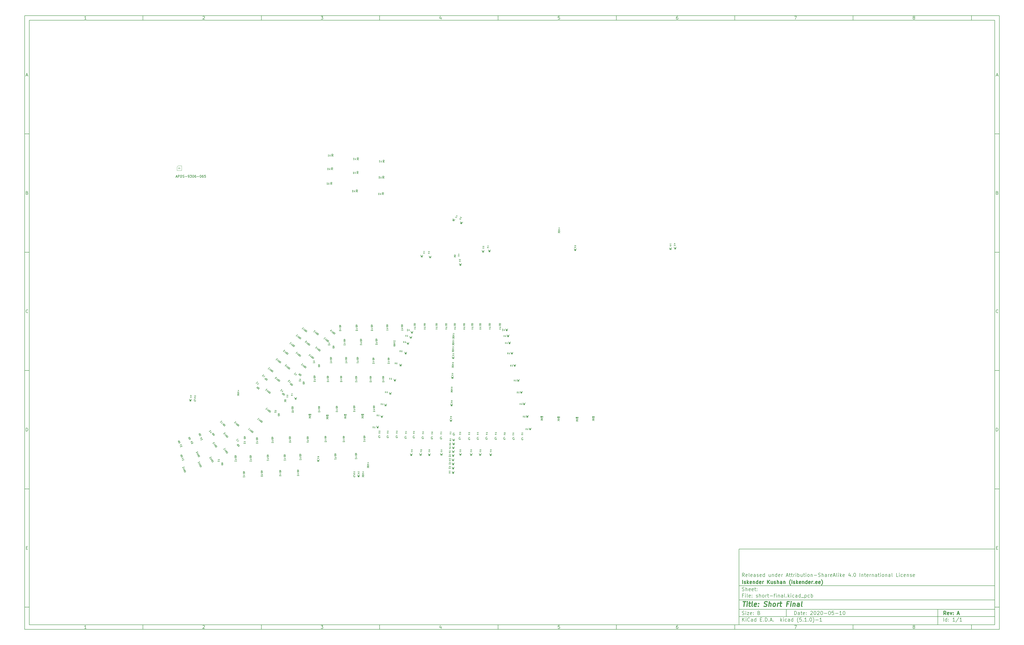
<source format=gbr>
G04 #@! TF.GenerationSoftware,KiCad,Pcbnew,(5.1.0)-1*
G04 #@! TF.CreationDate,2020-05-10T15:52:10-07:00*
G04 #@! TF.ProjectId,short-final,73686f72-742d-4666-996e-616c2e6b6963,A*
G04 #@! TF.SameCoordinates,Original*
G04 #@! TF.FileFunction,Other,Fab,Top*
%FSLAX46Y46*%
G04 Gerber Fmt 4.6, Leading zero omitted, Abs format (unit mm)*
G04 Created by KiCad (PCBNEW (5.1.0)-1) date 2020-05-10 15:52:10*
%MOMM*%
%LPD*%
G04 APERTURE LIST*
%ADD10C,0.100000*%
%ADD11C,0.150000*%
%ADD12C,0.300000*%
%ADD13C,0.400000*%
%ADD14C,0.040000*%
%ADD15C,0.080000*%
G04 APERTURE END LIST*
D10*
D11*
X311800000Y-235400000D02*
X311800000Y-267400000D01*
X419800000Y-267400000D01*
X419800000Y-235400000D01*
X311800000Y-235400000D01*
D10*
D11*
X10000000Y-10000000D02*
X10000000Y-269400000D01*
X421800000Y-269400000D01*
X421800000Y-10000000D01*
X10000000Y-10000000D01*
D10*
D11*
X12000000Y-12000000D02*
X12000000Y-267400000D01*
X419800000Y-267400000D01*
X419800000Y-12000000D01*
X12000000Y-12000000D01*
D10*
D11*
X60000000Y-12000000D02*
X60000000Y-10000000D01*
D10*
D11*
X110000000Y-12000000D02*
X110000000Y-10000000D01*
D10*
D11*
X160000000Y-12000000D02*
X160000000Y-10000000D01*
D10*
D11*
X210000000Y-12000000D02*
X210000000Y-10000000D01*
D10*
D11*
X260000000Y-12000000D02*
X260000000Y-10000000D01*
D10*
D11*
X310000000Y-12000000D02*
X310000000Y-10000000D01*
D10*
D11*
X360000000Y-12000000D02*
X360000000Y-10000000D01*
D10*
D11*
X410000000Y-12000000D02*
X410000000Y-10000000D01*
D10*
D11*
X36065476Y-11588095D02*
X35322619Y-11588095D01*
X35694047Y-11588095D02*
X35694047Y-10288095D01*
X35570238Y-10473809D01*
X35446428Y-10597619D01*
X35322619Y-10659523D01*
D10*
D11*
X85322619Y-10411904D02*
X85384523Y-10350000D01*
X85508333Y-10288095D01*
X85817857Y-10288095D01*
X85941666Y-10350000D01*
X86003571Y-10411904D01*
X86065476Y-10535714D01*
X86065476Y-10659523D01*
X86003571Y-10845238D01*
X85260714Y-11588095D01*
X86065476Y-11588095D01*
D10*
D11*
X135260714Y-10288095D02*
X136065476Y-10288095D01*
X135632142Y-10783333D01*
X135817857Y-10783333D01*
X135941666Y-10845238D01*
X136003571Y-10907142D01*
X136065476Y-11030952D01*
X136065476Y-11340476D01*
X136003571Y-11464285D01*
X135941666Y-11526190D01*
X135817857Y-11588095D01*
X135446428Y-11588095D01*
X135322619Y-11526190D01*
X135260714Y-11464285D01*
D10*
D11*
X185941666Y-10721428D02*
X185941666Y-11588095D01*
X185632142Y-10226190D02*
X185322619Y-11154761D01*
X186127380Y-11154761D01*
D10*
D11*
X236003571Y-10288095D02*
X235384523Y-10288095D01*
X235322619Y-10907142D01*
X235384523Y-10845238D01*
X235508333Y-10783333D01*
X235817857Y-10783333D01*
X235941666Y-10845238D01*
X236003571Y-10907142D01*
X236065476Y-11030952D01*
X236065476Y-11340476D01*
X236003571Y-11464285D01*
X235941666Y-11526190D01*
X235817857Y-11588095D01*
X235508333Y-11588095D01*
X235384523Y-11526190D01*
X235322619Y-11464285D01*
D10*
D11*
X285941666Y-10288095D02*
X285694047Y-10288095D01*
X285570238Y-10350000D01*
X285508333Y-10411904D01*
X285384523Y-10597619D01*
X285322619Y-10845238D01*
X285322619Y-11340476D01*
X285384523Y-11464285D01*
X285446428Y-11526190D01*
X285570238Y-11588095D01*
X285817857Y-11588095D01*
X285941666Y-11526190D01*
X286003571Y-11464285D01*
X286065476Y-11340476D01*
X286065476Y-11030952D01*
X286003571Y-10907142D01*
X285941666Y-10845238D01*
X285817857Y-10783333D01*
X285570238Y-10783333D01*
X285446428Y-10845238D01*
X285384523Y-10907142D01*
X285322619Y-11030952D01*
D10*
D11*
X335260714Y-10288095D02*
X336127380Y-10288095D01*
X335570238Y-11588095D01*
D10*
D11*
X385570238Y-10845238D02*
X385446428Y-10783333D01*
X385384523Y-10721428D01*
X385322619Y-10597619D01*
X385322619Y-10535714D01*
X385384523Y-10411904D01*
X385446428Y-10350000D01*
X385570238Y-10288095D01*
X385817857Y-10288095D01*
X385941666Y-10350000D01*
X386003571Y-10411904D01*
X386065476Y-10535714D01*
X386065476Y-10597619D01*
X386003571Y-10721428D01*
X385941666Y-10783333D01*
X385817857Y-10845238D01*
X385570238Y-10845238D01*
X385446428Y-10907142D01*
X385384523Y-10969047D01*
X385322619Y-11092857D01*
X385322619Y-11340476D01*
X385384523Y-11464285D01*
X385446428Y-11526190D01*
X385570238Y-11588095D01*
X385817857Y-11588095D01*
X385941666Y-11526190D01*
X386003571Y-11464285D01*
X386065476Y-11340476D01*
X386065476Y-11092857D01*
X386003571Y-10969047D01*
X385941666Y-10907142D01*
X385817857Y-10845238D01*
D10*
D11*
X60000000Y-267400000D02*
X60000000Y-269400000D01*
D10*
D11*
X110000000Y-267400000D02*
X110000000Y-269400000D01*
D10*
D11*
X160000000Y-267400000D02*
X160000000Y-269400000D01*
D10*
D11*
X210000000Y-267400000D02*
X210000000Y-269400000D01*
D10*
D11*
X260000000Y-267400000D02*
X260000000Y-269400000D01*
D10*
D11*
X310000000Y-267400000D02*
X310000000Y-269400000D01*
D10*
D11*
X360000000Y-267400000D02*
X360000000Y-269400000D01*
D10*
D11*
X410000000Y-267400000D02*
X410000000Y-269400000D01*
D10*
D11*
X36065476Y-268988095D02*
X35322619Y-268988095D01*
X35694047Y-268988095D02*
X35694047Y-267688095D01*
X35570238Y-267873809D01*
X35446428Y-267997619D01*
X35322619Y-268059523D01*
D10*
D11*
X85322619Y-267811904D02*
X85384523Y-267750000D01*
X85508333Y-267688095D01*
X85817857Y-267688095D01*
X85941666Y-267750000D01*
X86003571Y-267811904D01*
X86065476Y-267935714D01*
X86065476Y-268059523D01*
X86003571Y-268245238D01*
X85260714Y-268988095D01*
X86065476Y-268988095D01*
D10*
D11*
X135260714Y-267688095D02*
X136065476Y-267688095D01*
X135632142Y-268183333D01*
X135817857Y-268183333D01*
X135941666Y-268245238D01*
X136003571Y-268307142D01*
X136065476Y-268430952D01*
X136065476Y-268740476D01*
X136003571Y-268864285D01*
X135941666Y-268926190D01*
X135817857Y-268988095D01*
X135446428Y-268988095D01*
X135322619Y-268926190D01*
X135260714Y-268864285D01*
D10*
D11*
X185941666Y-268121428D02*
X185941666Y-268988095D01*
X185632142Y-267626190D02*
X185322619Y-268554761D01*
X186127380Y-268554761D01*
D10*
D11*
X236003571Y-267688095D02*
X235384523Y-267688095D01*
X235322619Y-268307142D01*
X235384523Y-268245238D01*
X235508333Y-268183333D01*
X235817857Y-268183333D01*
X235941666Y-268245238D01*
X236003571Y-268307142D01*
X236065476Y-268430952D01*
X236065476Y-268740476D01*
X236003571Y-268864285D01*
X235941666Y-268926190D01*
X235817857Y-268988095D01*
X235508333Y-268988095D01*
X235384523Y-268926190D01*
X235322619Y-268864285D01*
D10*
D11*
X285941666Y-267688095D02*
X285694047Y-267688095D01*
X285570238Y-267750000D01*
X285508333Y-267811904D01*
X285384523Y-267997619D01*
X285322619Y-268245238D01*
X285322619Y-268740476D01*
X285384523Y-268864285D01*
X285446428Y-268926190D01*
X285570238Y-268988095D01*
X285817857Y-268988095D01*
X285941666Y-268926190D01*
X286003571Y-268864285D01*
X286065476Y-268740476D01*
X286065476Y-268430952D01*
X286003571Y-268307142D01*
X285941666Y-268245238D01*
X285817857Y-268183333D01*
X285570238Y-268183333D01*
X285446428Y-268245238D01*
X285384523Y-268307142D01*
X285322619Y-268430952D01*
D10*
D11*
X335260714Y-267688095D02*
X336127380Y-267688095D01*
X335570238Y-268988095D01*
D10*
D11*
X385570238Y-268245238D02*
X385446428Y-268183333D01*
X385384523Y-268121428D01*
X385322619Y-267997619D01*
X385322619Y-267935714D01*
X385384523Y-267811904D01*
X385446428Y-267750000D01*
X385570238Y-267688095D01*
X385817857Y-267688095D01*
X385941666Y-267750000D01*
X386003571Y-267811904D01*
X386065476Y-267935714D01*
X386065476Y-267997619D01*
X386003571Y-268121428D01*
X385941666Y-268183333D01*
X385817857Y-268245238D01*
X385570238Y-268245238D01*
X385446428Y-268307142D01*
X385384523Y-268369047D01*
X385322619Y-268492857D01*
X385322619Y-268740476D01*
X385384523Y-268864285D01*
X385446428Y-268926190D01*
X385570238Y-268988095D01*
X385817857Y-268988095D01*
X385941666Y-268926190D01*
X386003571Y-268864285D01*
X386065476Y-268740476D01*
X386065476Y-268492857D01*
X386003571Y-268369047D01*
X385941666Y-268307142D01*
X385817857Y-268245238D01*
D10*
D11*
X10000000Y-60000000D02*
X12000000Y-60000000D01*
D10*
D11*
X10000000Y-110000000D02*
X12000000Y-110000000D01*
D10*
D11*
X10000000Y-160000000D02*
X12000000Y-160000000D01*
D10*
D11*
X10000000Y-210000000D02*
X12000000Y-210000000D01*
D10*
D11*
X10000000Y-260000000D02*
X12000000Y-260000000D01*
D10*
D11*
X10690476Y-35216666D02*
X11309523Y-35216666D01*
X10566666Y-35588095D02*
X11000000Y-34288095D01*
X11433333Y-35588095D01*
D10*
D11*
X11092857Y-84907142D02*
X11278571Y-84969047D01*
X11340476Y-85030952D01*
X11402380Y-85154761D01*
X11402380Y-85340476D01*
X11340476Y-85464285D01*
X11278571Y-85526190D01*
X11154761Y-85588095D01*
X10659523Y-85588095D01*
X10659523Y-84288095D01*
X11092857Y-84288095D01*
X11216666Y-84350000D01*
X11278571Y-84411904D01*
X11340476Y-84535714D01*
X11340476Y-84659523D01*
X11278571Y-84783333D01*
X11216666Y-84845238D01*
X11092857Y-84907142D01*
X10659523Y-84907142D01*
D10*
D11*
X11402380Y-135464285D02*
X11340476Y-135526190D01*
X11154761Y-135588095D01*
X11030952Y-135588095D01*
X10845238Y-135526190D01*
X10721428Y-135402380D01*
X10659523Y-135278571D01*
X10597619Y-135030952D01*
X10597619Y-134845238D01*
X10659523Y-134597619D01*
X10721428Y-134473809D01*
X10845238Y-134350000D01*
X11030952Y-134288095D01*
X11154761Y-134288095D01*
X11340476Y-134350000D01*
X11402380Y-134411904D01*
D10*
D11*
X10659523Y-185588095D02*
X10659523Y-184288095D01*
X10969047Y-184288095D01*
X11154761Y-184350000D01*
X11278571Y-184473809D01*
X11340476Y-184597619D01*
X11402380Y-184845238D01*
X11402380Y-185030952D01*
X11340476Y-185278571D01*
X11278571Y-185402380D01*
X11154761Y-185526190D01*
X10969047Y-185588095D01*
X10659523Y-185588095D01*
D10*
D11*
X10721428Y-234907142D02*
X11154761Y-234907142D01*
X11340476Y-235588095D02*
X10721428Y-235588095D01*
X10721428Y-234288095D01*
X11340476Y-234288095D01*
D10*
D11*
X421800000Y-60000000D02*
X419800000Y-60000000D01*
D10*
D11*
X421800000Y-110000000D02*
X419800000Y-110000000D01*
D10*
D11*
X421800000Y-160000000D02*
X419800000Y-160000000D01*
D10*
D11*
X421800000Y-210000000D02*
X419800000Y-210000000D01*
D10*
D11*
X421800000Y-260000000D02*
X419800000Y-260000000D01*
D10*
D11*
X420490476Y-35216666D02*
X421109523Y-35216666D01*
X420366666Y-35588095D02*
X420800000Y-34288095D01*
X421233333Y-35588095D01*
D10*
D11*
X420892857Y-84907142D02*
X421078571Y-84969047D01*
X421140476Y-85030952D01*
X421202380Y-85154761D01*
X421202380Y-85340476D01*
X421140476Y-85464285D01*
X421078571Y-85526190D01*
X420954761Y-85588095D01*
X420459523Y-85588095D01*
X420459523Y-84288095D01*
X420892857Y-84288095D01*
X421016666Y-84350000D01*
X421078571Y-84411904D01*
X421140476Y-84535714D01*
X421140476Y-84659523D01*
X421078571Y-84783333D01*
X421016666Y-84845238D01*
X420892857Y-84907142D01*
X420459523Y-84907142D01*
D10*
D11*
X421202380Y-135464285D02*
X421140476Y-135526190D01*
X420954761Y-135588095D01*
X420830952Y-135588095D01*
X420645238Y-135526190D01*
X420521428Y-135402380D01*
X420459523Y-135278571D01*
X420397619Y-135030952D01*
X420397619Y-134845238D01*
X420459523Y-134597619D01*
X420521428Y-134473809D01*
X420645238Y-134350000D01*
X420830952Y-134288095D01*
X420954761Y-134288095D01*
X421140476Y-134350000D01*
X421202380Y-134411904D01*
D10*
D11*
X420459523Y-185588095D02*
X420459523Y-184288095D01*
X420769047Y-184288095D01*
X420954761Y-184350000D01*
X421078571Y-184473809D01*
X421140476Y-184597619D01*
X421202380Y-184845238D01*
X421202380Y-185030952D01*
X421140476Y-185278571D01*
X421078571Y-185402380D01*
X420954761Y-185526190D01*
X420769047Y-185588095D01*
X420459523Y-185588095D01*
D10*
D11*
X420521428Y-234907142D02*
X420954761Y-234907142D01*
X421140476Y-235588095D02*
X420521428Y-235588095D01*
X420521428Y-234288095D01*
X421140476Y-234288095D01*
D10*
D11*
X335232142Y-263178571D02*
X335232142Y-261678571D01*
X335589285Y-261678571D01*
X335803571Y-261750000D01*
X335946428Y-261892857D01*
X336017857Y-262035714D01*
X336089285Y-262321428D01*
X336089285Y-262535714D01*
X336017857Y-262821428D01*
X335946428Y-262964285D01*
X335803571Y-263107142D01*
X335589285Y-263178571D01*
X335232142Y-263178571D01*
X337375000Y-263178571D02*
X337375000Y-262392857D01*
X337303571Y-262250000D01*
X337160714Y-262178571D01*
X336875000Y-262178571D01*
X336732142Y-262250000D01*
X337375000Y-263107142D02*
X337232142Y-263178571D01*
X336875000Y-263178571D01*
X336732142Y-263107142D01*
X336660714Y-262964285D01*
X336660714Y-262821428D01*
X336732142Y-262678571D01*
X336875000Y-262607142D01*
X337232142Y-262607142D01*
X337375000Y-262535714D01*
X337875000Y-262178571D02*
X338446428Y-262178571D01*
X338089285Y-261678571D02*
X338089285Y-262964285D01*
X338160714Y-263107142D01*
X338303571Y-263178571D01*
X338446428Y-263178571D01*
X339517857Y-263107142D02*
X339375000Y-263178571D01*
X339089285Y-263178571D01*
X338946428Y-263107142D01*
X338875000Y-262964285D01*
X338875000Y-262392857D01*
X338946428Y-262250000D01*
X339089285Y-262178571D01*
X339375000Y-262178571D01*
X339517857Y-262250000D01*
X339589285Y-262392857D01*
X339589285Y-262535714D01*
X338875000Y-262678571D01*
X340232142Y-263035714D02*
X340303571Y-263107142D01*
X340232142Y-263178571D01*
X340160714Y-263107142D01*
X340232142Y-263035714D01*
X340232142Y-263178571D01*
X340232142Y-262250000D02*
X340303571Y-262321428D01*
X340232142Y-262392857D01*
X340160714Y-262321428D01*
X340232142Y-262250000D01*
X340232142Y-262392857D01*
X342017857Y-261821428D02*
X342089285Y-261750000D01*
X342232142Y-261678571D01*
X342589285Y-261678571D01*
X342732142Y-261750000D01*
X342803571Y-261821428D01*
X342875000Y-261964285D01*
X342875000Y-262107142D01*
X342803571Y-262321428D01*
X341946428Y-263178571D01*
X342875000Y-263178571D01*
X343803571Y-261678571D02*
X343946428Y-261678571D01*
X344089285Y-261750000D01*
X344160714Y-261821428D01*
X344232142Y-261964285D01*
X344303571Y-262250000D01*
X344303571Y-262607142D01*
X344232142Y-262892857D01*
X344160714Y-263035714D01*
X344089285Y-263107142D01*
X343946428Y-263178571D01*
X343803571Y-263178571D01*
X343660714Y-263107142D01*
X343589285Y-263035714D01*
X343517857Y-262892857D01*
X343446428Y-262607142D01*
X343446428Y-262250000D01*
X343517857Y-261964285D01*
X343589285Y-261821428D01*
X343660714Y-261750000D01*
X343803571Y-261678571D01*
X344875000Y-261821428D02*
X344946428Y-261750000D01*
X345089285Y-261678571D01*
X345446428Y-261678571D01*
X345589285Y-261750000D01*
X345660714Y-261821428D01*
X345732142Y-261964285D01*
X345732142Y-262107142D01*
X345660714Y-262321428D01*
X344803571Y-263178571D01*
X345732142Y-263178571D01*
X346660714Y-261678571D02*
X346803571Y-261678571D01*
X346946428Y-261750000D01*
X347017857Y-261821428D01*
X347089285Y-261964285D01*
X347160714Y-262250000D01*
X347160714Y-262607142D01*
X347089285Y-262892857D01*
X347017857Y-263035714D01*
X346946428Y-263107142D01*
X346803571Y-263178571D01*
X346660714Y-263178571D01*
X346517857Y-263107142D01*
X346446428Y-263035714D01*
X346375000Y-262892857D01*
X346303571Y-262607142D01*
X346303571Y-262250000D01*
X346375000Y-261964285D01*
X346446428Y-261821428D01*
X346517857Y-261750000D01*
X346660714Y-261678571D01*
X347803571Y-262607142D02*
X348946428Y-262607142D01*
X349946428Y-261678571D02*
X350089285Y-261678571D01*
X350232142Y-261750000D01*
X350303571Y-261821428D01*
X350375000Y-261964285D01*
X350446428Y-262250000D01*
X350446428Y-262607142D01*
X350375000Y-262892857D01*
X350303571Y-263035714D01*
X350232142Y-263107142D01*
X350089285Y-263178571D01*
X349946428Y-263178571D01*
X349803571Y-263107142D01*
X349732142Y-263035714D01*
X349660714Y-262892857D01*
X349589285Y-262607142D01*
X349589285Y-262250000D01*
X349660714Y-261964285D01*
X349732142Y-261821428D01*
X349803571Y-261750000D01*
X349946428Y-261678571D01*
X351803571Y-261678571D02*
X351089285Y-261678571D01*
X351017857Y-262392857D01*
X351089285Y-262321428D01*
X351232142Y-262250000D01*
X351589285Y-262250000D01*
X351732142Y-262321428D01*
X351803571Y-262392857D01*
X351875000Y-262535714D01*
X351875000Y-262892857D01*
X351803571Y-263035714D01*
X351732142Y-263107142D01*
X351589285Y-263178571D01*
X351232142Y-263178571D01*
X351089285Y-263107142D01*
X351017857Y-263035714D01*
X352517857Y-262607142D02*
X353660714Y-262607142D01*
X355160714Y-263178571D02*
X354303571Y-263178571D01*
X354732142Y-263178571D02*
X354732142Y-261678571D01*
X354589285Y-261892857D01*
X354446428Y-262035714D01*
X354303571Y-262107142D01*
X356089285Y-261678571D02*
X356232142Y-261678571D01*
X356375000Y-261750000D01*
X356446428Y-261821428D01*
X356517857Y-261964285D01*
X356589285Y-262250000D01*
X356589285Y-262607142D01*
X356517857Y-262892857D01*
X356446428Y-263035714D01*
X356375000Y-263107142D01*
X356232142Y-263178571D01*
X356089285Y-263178571D01*
X355946428Y-263107142D01*
X355875000Y-263035714D01*
X355803571Y-262892857D01*
X355732142Y-262607142D01*
X355732142Y-262250000D01*
X355803571Y-261964285D01*
X355875000Y-261821428D01*
X355946428Y-261750000D01*
X356089285Y-261678571D01*
D10*
D11*
X311800000Y-263900000D02*
X419800000Y-263900000D01*
D10*
D11*
X313232142Y-265978571D02*
X313232142Y-264478571D01*
X314089285Y-265978571D02*
X313446428Y-265121428D01*
X314089285Y-264478571D02*
X313232142Y-265335714D01*
X314732142Y-265978571D02*
X314732142Y-264978571D01*
X314732142Y-264478571D02*
X314660714Y-264550000D01*
X314732142Y-264621428D01*
X314803571Y-264550000D01*
X314732142Y-264478571D01*
X314732142Y-264621428D01*
X316303571Y-265835714D02*
X316232142Y-265907142D01*
X316017857Y-265978571D01*
X315875000Y-265978571D01*
X315660714Y-265907142D01*
X315517857Y-265764285D01*
X315446428Y-265621428D01*
X315375000Y-265335714D01*
X315375000Y-265121428D01*
X315446428Y-264835714D01*
X315517857Y-264692857D01*
X315660714Y-264550000D01*
X315875000Y-264478571D01*
X316017857Y-264478571D01*
X316232142Y-264550000D01*
X316303571Y-264621428D01*
X317589285Y-265978571D02*
X317589285Y-265192857D01*
X317517857Y-265050000D01*
X317375000Y-264978571D01*
X317089285Y-264978571D01*
X316946428Y-265050000D01*
X317589285Y-265907142D02*
X317446428Y-265978571D01*
X317089285Y-265978571D01*
X316946428Y-265907142D01*
X316875000Y-265764285D01*
X316875000Y-265621428D01*
X316946428Y-265478571D01*
X317089285Y-265407142D01*
X317446428Y-265407142D01*
X317589285Y-265335714D01*
X318946428Y-265978571D02*
X318946428Y-264478571D01*
X318946428Y-265907142D02*
X318803571Y-265978571D01*
X318517857Y-265978571D01*
X318375000Y-265907142D01*
X318303571Y-265835714D01*
X318232142Y-265692857D01*
X318232142Y-265264285D01*
X318303571Y-265121428D01*
X318375000Y-265050000D01*
X318517857Y-264978571D01*
X318803571Y-264978571D01*
X318946428Y-265050000D01*
X320803571Y-265192857D02*
X321303571Y-265192857D01*
X321517857Y-265978571D02*
X320803571Y-265978571D01*
X320803571Y-264478571D01*
X321517857Y-264478571D01*
X322160714Y-265835714D02*
X322232142Y-265907142D01*
X322160714Y-265978571D01*
X322089285Y-265907142D01*
X322160714Y-265835714D01*
X322160714Y-265978571D01*
X322875000Y-265978571D02*
X322875000Y-264478571D01*
X323232142Y-264478571D01*
X323446428Y-264550000D01*
X323589285Y-264692857D01*
X323660714Y-264835714D01*
X323732142Y-265121428D01*
X323732142Y-265335714D01*
X323660714Y-265621428D01*
X323589285Y-265764285D01*
X323446428Y-265907142D01*
X323232142Y-265978571D01*
X322875000Y-265978571D01*
X324375000Y-265835714D02*
X324446428Y-265907142D01*
X324375000Y-265978571D01*
X324303571Y-265907142D01*
X324375000Y-265835714D01*
X324375000Y-265978571D01*
X325017857Y-265550000D02*
X325732142Y-265550000D01*
X324875000Y-265978571D02*
X325375000Y-264478571D01*
X325875000Y-265978571D01*
X326375000Y-265835714D02*
X326446428Y-265907142D01*
X326375000Y-265978571D01*
X326303571Y-265907142D01*
X326375000Y-265835714D01*
X326375000Y-265978571D01*
X329375000Y-265978571D02*
X329375000Y-264478571D01*
X329517857Y-265407142D02*
X329946428Y-265978571D01*
X329946428Y-264978571D02*
X329375000Y-265550000D01*
X330589285Y-265978571D02*
X330589285Y-264978571D01*
X330589285Y-264478571D02*
X330517857Y-264550000D01*
X330589285Y-264621428D01*
X330660714Y-264550000D01*
X330589285Y-264478571D01*
X330589285Y-264621428D01*
X331946428Y-265907142D02*
X331803571Y-265978571D01*
X331517857Y-265978571D01*
X331375000Y-265907142D01*
X331303571Y-265835714D01*
X331232142Y-265692857D01*
X331232142Y-265264285D01*
X331303571Y-265121428D01*
X331375000Y-265050000D01*
X331517857Y-264978571D01*
X331803571Y-264978571D01*
X331946428Y-265050000D01*
X333232142Y-265978571D02*
X333232142Y-265192857D01*
X333160714Y-265050000D01*
X333017857Y-264978571D01*
X332732142Y-264978571D01*
X332589285Y-265050000D01*
X333232142Y-265907142D02*
X333089285Y-265978571D01*
X332732142Y-265978571D01*
X332589285Y-265907142D01*
X332517857Y-265764285D01*
X332517857Y-265621428D01*
X332589285Y-265478571D01*
X332732142Y-265407142D01*
X333089285Y-265407142D01*
X333232142Y-265335714D01*
X334589285Y-265978571D02*
X334589285Y-264478571D01*
X334589285Y-265907142D02*
X334446428Y-265978571D01*
X334160714Y-265978571D01*
X334017857Y-265907142D01*
X333946428Y-265835714D01*
X333875000Y-265692857D01*
X333875000Y-265264285D01*
X333946428Y-265121428D01*
X334017857Y-265050000D01*
X334160714Y-264978571D01*
X334446428Y-264978571D01*
X334589285Y-265050000D01*
X336875000Y-266550000D02*
X336803571Y-266478571D01*
X336660714Y-266264285D01*
X336589285Y-266121428D01*
X336517857Y-265907142D01*
X336446428Y-265550000D01*
X336446428Y-265264285D01*
X336517857Y-264907142D01*
X336589285Y-264692857D01*
X336660714Y-264550000D01*
X336803571Y-264335714D01*
X336875000Y-264264285D01*
X338160714Y-264478571D02*
X337446428Y-264478571D01*
X337375000Y-265192857D01*
X337446428Y-265121428D01*
X337589285Y-265050000D01*
X337946428Y-265050000D01*
X338089285Y-265121428D01*
X338160714Y-265192857D01*
X338232142Y-265335714D01*
X338232142Y-265692857D01*
X338160714Y-265835714D01*
X338089285Y-265907142D01*
X337946428Y-265978571D01*
X337589285Y-265978571D01*
X337446428Y-265907142D01*
X337375000Y-265835714D01*
X338875000Y-265835714D02*
X338946428Y-265907142D01*
X338875000Y-265978571D01*
X338803571Y-265907142D01*
X338875000Y-265835714D01*
X338875000Y-265978571D01*
X340375000Y-265978571D02*
X339517857Y-265978571D01*
X339946428Y-265978571D02*
X339946428Y-264478571D01*
X339803571Y-264692857D01*
X339660714Y-264835714D01*
X339517857Y-264907142D01*
X341017857Y-265835714D02*
X341089285Y-265907142D01*
X341017857Y-265978571D01*
X340946428Y-265907142D01*
X341017857Y-265835714D01*
X341017857Y-265978571D01*
X342017857Y-264478571D02*
X342160714Y-264478571D01*
X342303571Y-264550000D01*
X342375000Y-264621428D01*
X342446428Y-264764285D01*
X342517857Y-265050000D01*
X342517857Y-265407142D01*
X342446428Y-265692857D01*
X342375000Y-265835714D01*
X342303571Y-265907142D01*
X342160714Y-265978571D01*
X342017857Y-265978571D01*
X341875000Y-265907142D01*
X341803571Y-265835714D01*
X341732142Y-265692857D01*
X341660714Y-265407142D01*
X341660714Y-265050000D01*
X341732142Y-264764285D01*
X341803571Y-264621428D01*
X341875000Y-264550000D01*
X342017857Y-264478571D01*
X343017857Y-266550000D02*
X343089285Y-266478571D01*
X343232142Y-266264285D01*
X343303571Y-266121428D01*
X343375000Y-265907142D01*
X343446428Y-265550000D01*
X343446428Y-265264285D01*
X343375000Y-264907142D01*
X343303571Y-264692857D01*
X343232142Y-264550000D01*
X343089285Y-264335714D01*
X343017857Y-264264285D01*
X344160714Y-265407142D02*
X345303571Y-265407142D01*
X346803571Y-265978571D02*
X345946428Y-265978571D01*
X346375000Y-265978571D02*
X346375000Y-264478571D01*
X346232142Y-264692857D01*
X346089285Y-264835714D01*
X345946428Y-264907142D01*
D10*
D11*
X311800000Y-260900000D02*
X419800000Y-260900000D01*
D10*
D12*
X399209285Y-263178571D02*
X398709285Y-262464285D01*
X398352142Y-263178571D02*
X398352142Y-261678571D01*
X398923571Y-261678571D01*
X399066428Y-261750000D01*
X399137857Y-261821428D01*
X399209285Y-261964285D01*
X399209285Y-262178571D01*
X399137857Y-262321428D01*
X399066428Y-262392857D01*
X398923571Y-262464285D01*
X398352142Y-262464285D01*
X400423571Y-263107142D02*
X400280714Y-263178571D01*
X399995000Y-263178571D01*
X399852142Y-263107142D01*
X399780714Y-262964285D01*
X399780714Y-262392857D01*
X399852142Y-262250000D01*
X399995000Y-262178571D01*
X400280714Y-262178571D01*
X400423571Y-262250000D01*
X400495000Y-262392857D01*
X400495000Y-262535714D01*
X399780714Y-262678571D01*
X400995000Y-262178571D02*
X401352142Y-263178571D01*
X401709285Y-262178571D01*
X402280714Y-263035714D02*
X402352142Y-263107142D01*
X402280714Y-263178571D01*
X402209285Y-263107142D01*
X402280714Y-263035714D01*
X402280714Y-263178571D01*
X402280714Y-262250000D02*
X402352142Y-262321428D01*
X402280714Y-262392857D01*
X402209285Y-262321428D01*
X402280714Y-262250000D01*
X402280714Y-262392857D01*
X404066428Y-262750000D02*
X404780714Y-262750000D01*
X403923571Y-263178571D02*
X404423571Y-261678571D01*
X404923571Y-263178571D01*
D10*
D11*
X313160714Y-263107142D02*
X313375000Y-263178571D01*
X313732142Y-263178571D01*
X313875000Y-263107142D01*
X313946428Y-263035714D01*
X314017857Y-262892857D01*
X314017857Y-262750000D01*
X313946428Y-262607142D01*
X313875000Y-262535714D01*
X313732142Y-262464285D01*
X313446428Y-262392857D01*
X313303571Y-262321428D01*
X313232142Y-262250000D01*
X313160714Y-262107142D01*
X313160714Y-261964285D01*
X313232142Y-261821428D01*
X313303571Y-261750000D01*
X313446428Y-261678571D01*
X313803571Y-261678571D01*
X314017857Y-261750000D01*
X314660714Y-263178571D02*
X314660714Y-262178571D01*
X314660714Y-261678571D02*
X314589285Y-261750000D01*
X314660714Y-261821428D01*
X314732142Y-261750000D01*
X314660714Y-261678571D01*
X314660714Y-261821428D01*
X315232142Y-262178571D02*
X316017857Y-262178571D01*
X315232142Y-263178571D01*
X316017857Y-263178571D01*
X317160714Y-263107142D02*
X317017857Y-263178571D01*
X316732142Y-263178571D01*
X316589285Y-263107142D01*
X316517857Y-262964285D01*
X316517857Y-262392857D01*
X316589285Y-262250000D01*
X316732142Y-262178571D01*
X317017857Y-262178571D01*
X317160714Y-262250000D01*
X317232142Y-262392857D01*
X317232142Y-262535714D01*
X316517857Y-262678571D01*
X317875000Y-263035714D02*
X317946428Y-263107142D01*
X317875000Y-263178571D01*
X317803571Y-263107142D01*
X317875000Y-263035714D01*
X317875000Y-263178571D01*
X317875000Y-262250000D02*
X317946428Y-262321428D01*
X317875000Y-262392857D01*
X317803571Y-262321428D01*
X317875000Y-262250000D01*
X317875000Y-262392857D01*
X320232142Y-262392857D02*
X320446428Y-262464285D01*
X320517857Y-262535714D01*
X320589285Y-262678571D01*
X320589285Y-262892857D01*
X320517857Y-263035714D01*
X320446428Y-263107142D01*
X320303571Y-263178571D01*
X319732142Y-263178571D01*
X319732142Y-261678571D01*
X320232142Y-261678571D01*
X320375000Y-261750000D01*
X320446428Y-261821428D01*
X320517857Y-261964285D01*
X320517857Y-262107142D01*
X320446428Y-262250000D01*
X320375000Y-262321428D01*
X320232142Y-262392857D01*
X319732142Y-262392857D01*
D10*
D11*
X398232142Y-265978571D02*
X398232142Y-264478571D01*
X399589285Y-265978571D02*
X399589285Y-264478571D01*
X399589285Y-265907142D02*
X399446428Y-265978571D01*
X399160714Y-265978571D01*
X399017857Y-265907142D01*
X398946428Y-265835714D01*
X398875000Y-265692857D01*
X398875000Y-265264285D01*
X398946428Y-265121428D01*
X399017857Y-265050000D01*
X399160714Y-264978571D01*
X399446428Y-264978571D01*
X399589285Y-265050000D01*
X400303571Y-265835714D02*
X400375000Y-265907142D01*
X400303571Y-265978571D01*
X400232142Y-265907142D01*
X400303571Y-265835714D01*
X400303571Y-265978571D01*
X400303571Y-265050000D02*
X400375000Y-265121428D01*
X400303571Y-265192857D01*
X400232142Y-265121428D01*
X400303571Y-265050000D01*
X400303571Y-265192857D01*
X402946428Y-265978571D02*
X402089285Y-265978571D01*
X402517857Y-265978571D02*
X402517857Y-264478571D01*
X402375000Y-264692857D01*
X402232142Y-264835714D01*
X402089285Y-264907142D01*
X404660714Y-264407142D02*
X403375000Y-266335714D01*
X405946428Y-265978571D02*
X405089285Y-265978571D01*
X405517857Y-265978571D02*
X405517857Y-264478571D01*
X405375000Y-264692857D01*
X405232142Y-264835714D01*
X405089285Y-264907142D01*
D10*
D11*
X311800000Y-256900000D02*
X419800000Y-256900000D01*
D10*
D13*
X313512380Y-257604761D02*
X314655238Y-257604761D01*
X313833809Y-259604761D02*
X314083809Y-257604761D01*
X315071904Y-259604761D02*
X315238571Y-258271428D01*
X315321904Y-257604761D02*
X315214761Y-257700000D01*
X315298095Y-257795238D01*
X315405238Y-257700000D01*
X315321904Y-257604761D01*
X315298095Y-257795238D01*
X315905238Y-258271428D02*
X316667142Y-258271428D01*
X316274285Y-257604761D02*
X316060000Y-259319047D01*
X316131428Y-259509523D01*
X316310000Y-259604761D01*
X316500476Y-259604761D01*
X317452857Y-259604761D02*
X317274285Y-259509523D01*
X317202857Y-259319047D01*
X317417142Y-257604761D01*
X318988571Y-259509523D02*
X318786190Y-259604761D01*
X318405238Y-259604761D01*
X318226666Y-259509523D01*
X318155238Y-259319047D01*
X318250476Y-258557142D01*
X318369523Y-258366666D01*
X318571904Y-258271428D01*
X318952857Y-258271428D01*
X319131428Y-258366666D01*
X319202857Y-258557142D01*
X319179047Y-258747619D01*
X318202857Y-258938095D01*
X319952857Y-259414285D02*
X320036190Y-259509523D01*
X319929047Y-259604761D01*
X319845714Y-259509523D01*
X319952857Y-259414285D01*
X319929047Y-259604761D01*
X320083809Y-258366666D02*
X320167142Y-258461904D01*
X320060000Y-258557142D01*
X319976666Y-258461904D01*
X320083809Y-258366666D01*
X320060000Y-258557142D01*
X322321904Y-259509523D02*
X322595714Y-259604761D01*
X323071904Y-259604761D01*
X323274285Y-259509523D01*
X323381428Y-259414285D01*
X323500476Y-259223809D01*
X323524285Y-259033333D01*
X323452857Y-258842857D01*
X323369523Y-258747619D01*
X323190952Y-258652380D01*
X322821904Y-258557142D01*
X322643333Y-258461904D01*
X322560000Y-258366666D01*
X322488571Y-258176190D01*
X322512380Y-257985714D01*
X322631428Y-257795238D01*
X322738571Y-257700000D01*
X322940952Y-257604761D01*
X323417142Y-257604761D01*
X323690952Y-257700000D01*
X324310000Y-259604761D02*
X324560000Y-257604761D01*
X325167142Y-259604761D02*
X325298095Y-258557142D01*
X325226666Y-258366666D01*
X325048095Y-258271428D01*
X324762380Y-258271428D01*
X324560000Y-258366666D01*
X324452857Y-258461904D01*
X326405238Y-259604761D02*
X326226666Y-259509523D01*
X326143333Y-259414285D01*
X326071904Y-259223809D01*
X326143333Y-258652380D01*
X326262380Y-258461904D01*
X326369523Y-258366666D01*
X326571904Y-258271428D01*
X326857619Y-258271428D01*
X327036190Y-258366666D01*
X327119523Y-258461904D01*
X327190952Y-258652380D01*
X327119523Y-259223809D01*
X327000476Y-259414285D01*
X326893333Y-259509523D01*
X326690952Y-259604761D01*
X326405238Y-259604761D01*
X327929047Y-259604761D02*
X328095714Y-258271428D01*
X328048095Y-258652380D02*
X328167142Y-258461904D01*
X328274285Y-258366666D01*
X328476666Y-258271428D01*
X328667142Y-258271428D01*
X329048095Y-258271428D02*
X329810000Y-258271428D01*
X329417142Y-257604761D02*
X329202857Y-259319047D01*
X329274285Y-259509523D01*
X329452857Y-259604761D01*
X329643333Y-259604761D01*
X332631428Y-258557142D02*
X331964761Y-258557142D01*
X331833809Y-259604761D02*
X332083809Y-257604761D01*
X333036190Y-257604761D01*
X333548095Y-259604761D02*
X333714761Y-258271428D01*
X333798095Y-257604761D02*
X333690952Y-257700000D01*
X333774285Y-257795238D01*
X333881428Y-257700000D01*
X333798095Y-257604761D01*
X333774285Y-257795238D01*
X334667142Y-258271428D02*
X334500476Y-259604761D01*
X334643333Y-258461904D02*
X334750476Y-258366666D01*
X334952857Y-258271428D01*
X335238571Y-258271428D01*
X335417142Y-258366666D01*
X335488571Y-258557142D01*
X335357619Y-259604761D01*
X337167142Y-259604761D02*
X337298095Y-258557142D01*
X337226666Y-258366666D01*
X337048095Y-258271428D01*
X336667142Y-258271428D01*
X336464761Y-258366666D01*
X337179047Y-259509523D02*
X336976666Y-259604761D01*
X336500476Y-259604761D01*
X336321904Y-259509523D01*
X336250476Y-259319047D01*
X336274285Y-259128571D01*
X336393333Y-258938095D01*
X336595714Y-258842857D01*
X337071904Y-258842857D01*
X337274285Y-258747619D01*
X338405238Y-259604761D02*
X338226666Y-259509523D01*
X338155238Y-259319047D01*
X338369523Y-257604761D01*
D10*
D11*
X313732142Y-254992857D02*
X313232142Y-254992857D01*
X313232142Y-255778571D02*
X313232142Y-254278571D01*
X313946428Y-254278571D01*
X314517857Y-255778571D02*
X314517857Y-254778571D01*
X314517857Y-254278571D02*
X314446428Y-254350000D01*
X314517857Y-254421428D01*
X314589285Y-254350000D01*
X314517857Y-254278571D01*
X314517857Y-254421428D01*
X315446428Y-255778571D02*
X315303571Y-255707142D01*
X315232142Y-255564285D01*
X315232142Y-254278571D01*
X316589285Y-255707142D02*
X316446428Y-255778571D01*
X316160714Y-255778571D01*
X316017857Y-255707142D01*
X315946428Y-255564285D01*
X315946428Y-254992857D01*
X316017857Y-254850000D01*
X316160714Y-254778571D01*
X316446428Y-254778571D01*
X316589285Y-254850000D01*
X316660714Y-254992857D01*
X316660714Y-255135714D01*
X315946428Y-255278571D01*
X317303571Y-255635714D02*
X317375000Y-255707142D01*
X317303571Y-255778571D01*
X317232142Y-255707142D01*
X317303571Y-255635714D01*
X317303571Y-255778571D01*
X317303571Y-254850000D02*
X317375000Y-254921428D01*
X317303571Y-254992857D01*
X317232142Y-254921428D01*
X317303571Y-254850000D01*
X317303571Y-254992857D01*
X319089285Y-255707142D02*
X319232142Y-255778571D01*
X319517857Y-255778571D01*
X319660714Y-255707142D01*
X319732142Y-255564285D01*
X319732142Y-255492857D01*
X319660714Y-255350000D01*
X319517857Y-255278571D01*
X319303571Y-255278571D01*
X319160714Y-255207142D01*
X319089285Y-255064285D01*
X319089285Y-254992857D01*
X319160714Y-254850000D01*
X319303571Y-254778571D01*
X319517857Y-254778571D01*
X319660714Y-254850000D01*
X320375000Y-255778571D02*
X320375000Y-254278571D01*
X321017857Y-255778571D02*
X321017857Y-254992857D01*
X320946428Y-254850000D01*
X320803571Y-254778571D01*
X320589285Y-254778571D01*
X320446428Y-254850000D01*
X320375000Y-254921428D01*
X321946428Y-255778571D02*
X321803571Y-255707142D01*
X321732142Y-255635714D01*
X321660714Y-255492857D01*
X321660714Y-255064285D01*
X321732142Y-254921428D01*
X321803571Y-254850000D01*
X321946428Y-254778571D01*
X322160714Y-254778571D01*
X322303571Y-254850000D01*
X322375000Y-254921428D01*
X322446428Y-255064285D01*
X322446428Y-255492857D01*
X322375000Y-255635714D01*
X322303571Y-255707142D01*
X322160714Y-255778571D01*
X321946428Y-255778571D01*
X323089285Y-255778571D02*
X323089285Y-254778571D01*
X323089285Y-255064285D02*
X323160714Y-254921428D01*
X323232142Y-254850000D01*
X323375000Y-254778571D01*
X323517857Y-254778571D01*
X323803571Y-254778571D02*
X324375000Y-254778571D01*
X324017857Y-254278571D02*
X324017857Y-255564285D01*
X324089285Y-255707142D01*
X324232142Y-255778571D01*
X324375000Y-255778571D01*
X324875000Y-255207142D02*
X326017857Y-255207142D01*
X326517857Y-254778571D02*
X327089285Y-254778571D01*
X326732142Y-255778571D02*
X326732142Y-254492857D01*
X326803571Y-254350000D01*
X326946428Y-254278571D01*
X327089285Y-254278571D01*
X327589285Y-255778571D02*
X327589285Y-254778571D01*
X327589285Y-254278571D02*
X327517857Y-254350000D01*
X327589285Y-254421428D01*
X327660714Y-254350000D01*
X327589285Y-254278571D01*
X327589285Y-254421428D01*
X328303571Y-254778571D02*
X328303571Y-255778571D01*
X328303571Y-254921428D02*
X328375000Y-254850000D01*
X328517857Y-254778571D01*
X328732142Y-254778571D01*
X328875000Y-254850000D01*
X328946428Y-254992857D01*
X328946428Y-255778571D01*
X330303571Y-255778571D02*
X330303571Y-254992857D01*
X330232142Y-254850000D01*
X330089285Y-254778571D01*
X329803571Y-254778571D01*
X329660714Y-254850000D01*
X330303571Y-255707142D02*
X330160714Y-255778571D01*
X329803571Y-255778571D01*
X329660714Y-255707142D01*
X329589285Y-255564285D01*
X329589285Y-255421428D01*
X329660714Y-255278571D01*
X329803571Y-255207142D01*
X330160714Y-255207142D01*
X330303571Y-255135714D01*
X331232142Y-255778571D02*
X331089285Y-255707142D01*
X331017857Y-255564285D01*
X331017857Y-254278571D01*
X331803571Y-255635714D02*
X331875000Y-255707142D01*
X331803571Y-255778571D01*
X331732142Y-255707142D01*
X331803571Y-255635714D01*
X331803571Y-255778571D01*
X332517857Y-255778571D02*
X332517857Y-254278571D01*
X332660714Y-255207142D02*
X333089285Y-255778571D01*
X333089285Y-254778571D02*
X332517857Y-255350000D01*
X333732142Y-255778571D02*
X333732142Y-254778571D01*
X333732142Y-254278571D02*
X333660714Y-254350000D01*
X333732142Y-254421428D01*
X333803571Y-254350000D01*
X333732142Y-254278571D01*
X333732142Y-254421428D01*
X335089285Y-255707142D02*
X334946428Y-255778571D01*
X334660714Y-255778571D01*
X334517857Y-255707142D01*
X334446428Y-255635714D01*
X334375000Y-255492857D01*
X334375000Y-255064285D01*
X334446428Y-254921428D01*
X334517857Y-254850000D01*
X334660714Y-254778571D01*
X334946428Y-254778571D01*
X335089285Y-254850000D01*
X336375000Y-255778571D02*
X336375000Y-254992857D01*
X336303571Y-254850000D01*
X336160714Y-254778571D01*
X335875000Y-254778571D01*
X335732142Y-254850000D01*
X336375000Y-255707142D02*
X336232142Y-255778571D01*
X335875000Y-255778571D01*
X335732142Y-255707142D01*
X335660714Y-255564285D01*
X335660714Y-255421428D01*
X335732142Y-255278571D01*
X335875000Y-255207142D01*
X336232142Y-255207142D01*
X336375000Y-255135714D01*
X337732142Y-255778571D02*
X337732142Y-254278571D01*
X337732142Y-255707142D02*
X337589285Y-255778571D01*
X337303571Y-255778571D01*
X337160714Y-255707142D01*
X337089285Y-255635714D01*
X337017857Y-255492857D01*
X337017857Y-255064285D01*
X337089285Y-254921428D01*
X337160714Y-254850000D01*
X337303571Y-254778571D01*
X337589285Y-254778571D01*
X337732142Y-254850000D01*
X338089285Y-255921428D02*
X339232142Y-255921428D01*
X339589285Y-254778571D02*
X339589285Y-256278571D01*
X339589285Y-254850000D02*
X339732142Y-254778571D01*
X340017857Y-254778571D01*
X340160714Y-254850000D01*
X340232142Y-254921428D01*
X340303571Y-255064285D01*
X340303571Y-255492857D01*
X340232142Y-255635714D01*
X340160714Y-255707142D01*
X340017857Y-255778571D01*
X339732142Y-255778571D01*
X339589285Y-255707142D01*
X341589285Y-255707142D02*
X341446428Y-255778571D01*
X341160714Y-255778571D01*
X341017857Y-255707142D01*
X340946428Y-255635714D01*
X340875000Y-255492857D01*
X340875000Y-255064285D01*
X340946428Y-254921428D01*
X341017857Y-254850000D01*
X341160714Y-254778571D01*
X341446428Y-254778571D01*
X341589285Y-254850000D01*
X342232142Y-255778571D02*
X342232142Y-254278571D01*
X342232142Y-254850000D02*
X342375000Y-254778571D01*
X342660714Y-254778571D01*
X342803571Y-254850000D01*
X342875000Y-254921428D01*
X342946428Y-255064285D01*
X342946428Y-255492857D01*
X342875000Y-255635714D01*
X342803571Y-255707142D01*
X342660714Y-255778571D01*
X342375000Y-255778571D01*
X342232142Y-255707142D01*
D10*
D11*
X311800000Y-250900000D02*
X419800000Y-250900000D01*
D10*
D11*
X313160714Y-253007142D02*
X313375000Y-253078571D01*
X313732142Y-253078571D01*
X313875000Y-253007142D01*
X313946428Y-252935714D01*
X314017857Y-252792857D01*
X314017857Y-252650000D01*
X313946428Y-252507142D01*
X313875000Y-252435714D01*
X313732142Y-252364285D01*
X313446428Y-252292857D01*
X313303571Y-252221428D01*
X313232142Y-252150000D01*
X313160714Y-252007142D01*
X313160714Y-251864285D01*
X313232142Y-251721428D01*
X313303571Y-251650000D01*
X313446428Y-251578571D01*
X313803571Y-251578571D01*
X314017857Y-251650000D01*
X314660714Y-253078571D02*
X314660714Y-251578571D01*
X315303571Y-253078571D02*
X315303571Y-252292857D01*
X315232142Y-252150000D01*
X315089285Y-252078571D01*
X314875000Y-252078571D01*
X314732142Y-252150000D01*
X314660714Y-252221428D01*
X316589285Y-253007142D02*
X316446428Y-253078571D01*
X316160714Y-253078571D01*
X316017857Y-253007142D01*
X315946428Y-252864285D01*
X315946428Y-252292857D01*
X316017857Y-252150000D01*
X316160714Y-252078571D01*
X316446428Y-252078571D01*
X316589285Y-252150000D01*
X316660714Y-252292857D01*
X316660714Y-252435714D01*
X315946428Y-252578571D01*
X317875000Y-253007142D02*
X317732142Y-253078571D01*
X317446428Y-253078571D01*
X317303571Y-253007142D01*
X317232142Y-252864285D01*
X317232142Y-252292857D01*
X317303571Y-252150000D01*
X317446428Y-252078571D01*
X317732142Y-252078571D01*
X317875000Y-252150000D01*
X317946428Y-252292857D01*
X317946428Y-252435714D01*
X317232142Y-252578571D01*
X318375000Y-252078571D02*
X318946428Y-252078571D01*
X318589285Y-251578571D02*
X318589285Y-252864285D01*
X318660714Y-253007142D01*
X318803571Y-253078571D01*
X318946428Y-253078571D01*
X319446428Y-252935714D02*
X319517857Y-253007142D01*
X319446428Y-253078571D01*
X319375000Y-253007142D01*
X319446428Y-252935714D01*
X319446428Y-253078571D01*
X319446428Y-252150000D02*
X319517857Y-252221428D01*
X319446428Y-252292857D01*
X319375000Y-252221428D01*
X319446428Y-252150000D01*
X319446428Y-252292857D01*
D10*
D12*
X313352142Y-250078571D02*
X313352142Y-248578571D01*
X313995000Y-250007142D02*
X314137857Y-250078571D01*
X314423571Y-250078571D01*
X314566428Y-250007142D01*
X314637857Y-249864285D01*
X314637857Y-249792857D01*
X314566428Y-249650000D01*
X314423571Y-249578571D01*
X314209285Y-249578571D01*
X314066428Y-249507142D01*
X313995000Y-249364285D01*
X313995000Y-249292857D01*
X314066428Y-249150000D01*
X314209285Y-249078571D01*
X314423571Y-249078571D01*
X314566428Y-249150000D01*
X315280714Y-250078571D02*
X315280714Y-248578571D01*
X315423571Y-249507142D02*
X315852142Y-250078571D01*
X315852142Y-249078571D02*
X315280714Y-249650000D01*
X317066428Y-250007142D02*
X316923571Y-250078571D01*
X316637857Y-250078571D01*
X316495000Y-250007142D01*
X316423571Y-249864285D01*
X316423571Y-249292857D01*
X316495000Y-249150000D01*
X316637857Y-249078571D01*
X316923571Y-249078571D01*
X317066428Y-249150000D01*
X317137857Y-249292857D01*
X317137857Y-249435714D01*
X316423571Y-249578571D01*
X317780714Y-249078571D02*
X317780714Y-250078571D01*
X317780714Y-249221428D02*
X317852142Y-249150000D01*
X317995000Y-249078571D01*
X318209285Y-249078571D01*
X318352142Y-249150000D01*
X318423571Y-249292857D01*
X318423571Y-250078571D01*
X319780714Y-250078571D02*
X319780714Y-248578571D01*
X319780714Y-250007142D02*
X319637857Y-250078571D01*
X319352142Y-250078571D01*
X319209285Y-250007142D01*
X319137857Y-249935714D01*
X319066428Y-249792857D01*
X319066428Y-249364285D01*
X319137857Y-249221428D01*
X319209285Y-249150000D01*
X319352142Y-249078571D01*
X319637857Y-249078571D01*
X319780714Y-249150000D01*
X321066428Y-250007142D02*
X320923571Y-250078571D01*
X320637857Y-250078571D01*
X320495000Y-250007142D01*
X320423571Y-249864285D01*
X320423571Y-249292857D01*
X320495000Y-249150000D01*
X320637857Y-249078571D01*
X320923571Y-249078571D01*
X321066428Y-249150000D01*
X321137857Y-249292857D01*
X321137857Y-249435714D01*
X320423571Y-249578571D01*
X321780714Y-250078571D02*
X321780714Y-249078571D01*
X321780714Y-249364285D02*
X321852142Y-249221428D01*
X321923571Y-249150000D01*
X322066428Y-249078571D01*
X322209285Y-249078571D01*
X323852142Y-250078571D02*
X323852142Y-248578571D01*
X324709285Y-250078571D02*
X324066428Y-249221428D01*
X324709285Y-248578571D02*
X323852142Y-249435714D01*
X325995000Y-249078571D02*
X325995000Y-250078571D01*
X325352142Y-249078571D02*
X325352142Y-249864285D01*
X325423571Y-250007142D01*
X325566428Y-250078571D01*
X325780714Y-250078571D01*
X325923571Y-250007142D01*
X325995000Y-249935714D01*
X326637857Y-250007142D02*
X326780714Y-250078571D01*
X327066428Y-250078571D01*
X327209285Y-250007142D01*
X327280714Y-249864285D01*
X327280714Y-249792857D01*
X327209285Y-249650000D01*
X327066428Y-249578571D01*
X326852142Y-249578571D01*
X326709285Y-249507142D01*
X326637857Y-249364285D01*
X326637857Y-249292857D01*
X326709285Y-249150000D01*
X326852142Y-249078571D01*
X327066428Y-249078571D01*
X327209285Y-249150000D01*
X327923571Y-250078571D02*
X327923571Y-248578571D01*
X328566428Y-250078571D02*
X328566428Y-249292857D01*
X328495000Y-249150000D01*
X328352142Y-249078571D01*
X328137857Y-249078571D01*
X327995000Y-249150000D01*
X327923571Y-249221428D01*
X329923571Y-250078571D02*
X329923571Y-249292857D01*
X329852142Y-249150000D01*
X329709285Y-249078571D01*
X329423571Y-249078571D01*
X329280714Y-249150000D01*
X329923571Y-250007142D02*
X329780714Y-250078571D01*
X329423571Y-250078571D01*
X329280714Y-250007142D01*
X329209285Y-249864285D01*
X329209285Y-249721428D01*
X329280714Y-249578571D01*
X329423571Y-249507142D01*
X329780714Y-249507142D01*
X329923571Y-249435714D01*
X330637857Y-249078571D02*
X330637857Y-250078571D01*
X330637857Y-249221428D02*
X330709285Y-249150000D01*
X330852142Y-249078571D01*
X331066428Y-249078571D01*
X331209285Y-249150000D01*
X331280714Y-249292857D01*
X331280714Y-250078571D01*
X333566428Y-250650000D02*
X333495000Y-250578571D01*
X333352142Y-250364285D01*
X333280714Y-250221428D01*
X333209285Y-250007142D01*
X333137857Y-249650000D01*
X333137857Y-249364285D01*
X333209285Y-249007142D01*
X333280714Y-248792857D01*
X333352142Y-248650000D01*
X333495000Y-248435714D01*
X333566428Y-248364285D01*
X334137857Y-250078571D02*
X334137857Y-249078571D01*
X334137857Y-248578571D02*
X334066428Y-248650000D01*
X334137857Y-248721428D01*
X334209285Y-248650000D01*
X334137857Y-248578571D01*
X334137857Y-248721428D01*
X334780714Y-250007142D02*
X334923571Y-250078571D01*
X335209285Y-250078571D01*
X335352142Y-250007142D01*
X335423571Y-249864285D01*
X335423571Y-249792857D01*
X335352142Y-249650000D01*
X335209285Y-249578571D01*
X334995000Y-249578571D01*
X334852142Y-249507142D01*
X334780714Y-249364285D01*
X334780714Y-249292857D01*
X334852142Y-249150000D01*
X334995000Y-249078571D01*
X335209285Y-249078571D01*
X335352142Y-249150000D01*
X336066428Y-250078571D02*
X336066428Y-248578571D01*
X336209285Y-249507142D02*
X336637857Y-250078571D01*
X336637857Y-249078571D02*
X336066428Y-249650000D01*
X337852142Y-250007142D02*
X337709285Y-250078571D01*
X337423571Y-250078571D01*
X337280714Y-250007142D01*
X337209285Y-249864285D01*
X337209285Y-249292857D01*
X337280714Y-249150000D01*
X337423571Y-249078571D01*
X337709285Y-249078571D01*
X337852142Y-249150000D01*
X337923571Y-249292857D01*
X337923571Y-249435714D01*
X337209285Y-249578571D01*
X338566428Y-249078571D02*
X338566428Y-250078571D01*
X338566428Y-249221428D02*
X338637857Y-249150000D01*
X338780714Y-249078571D01*
X338995000Y-249078571D01*
X339137857Y-249150000D01*
X339209285Y-249292857D01*
X339209285Y-250078571D01*
X340566428Y-250078571D02*
X340566428Y-248578571D01*
X340566428Y-250007142D02*
X340423571Y-250078571D01*
X340137857Y-250078571D01*
X339995000Y-250007142D01*
X339923571Y-249935714D01*
X339852142Y-249792857D01*
X339852142Y-249364285D01*
X339923571Y-249221428D01*
X339995000Y-249150000D01*
X340137857Y-249078571D01*
X340423571Y-249078571D01*
X340566428Y-249150000D01*
X341852142Y-250007142D02*
X341709285Y-250078571D01*
X341423571Y-250078571D01*
X341280714Y-250007142D01*
X341209285Y-249864285D01*
X341209285Y-249292857D01*
X341280714Y-249150000D01*
X341423571Y-249078571D01*
X341709285Y-249078571D01*
X341852142Y-249150000D01*
X341923571Y-249292857D01*
X341923571Y-249435714D01*
X341209285Y-249578571D01*
X342566428Y-250078571D02*
X342566428Y-249078571D01*
X342566428Y-249364285D02*
X342637857Y-249221428D01*
X342709285Y-249150000D01*
X342852142Y-249078571D01*
X342995000Y-249078571D01*
X343495000Y-249935714D02*
X343566428Y-250007142D01*
X343495000Y-250078571D01*
X343423571Y-250007142D01*
X343495000Y-249935714D01*
X343495000Y-250078571D01*
X344780714Y-250007142D02*
X344637857Y-250078571D01*
X344352142Y-250078571D01*
X344209285Y-250007142D01*
X344137857Y-249864285D01*
X344137857Y-249292857D01*
X344209285Y-249150000D01*
X344352142Y-249078571D01*
X344637857Y-249078571D01*
X344780714Y-249150000D01*
X344852142Y-249292857D01*
X344852142Y-249435714D01*
X344137857Y-249578571D01*
X346066428Y-250007142D02*
X345923571Y-250078571D01*
X345637857Y-250078571D01*
X345495000Y-250007142D01*
X345423571Y-249864285D01*
X345423571Y-249292857D01*
X345495000Y-249150000D01*
X345637857Y-249078571D01*
X345923571Y-249078571D01*
X346066428Y-249150000D01*
X346137857Y-249292857D01*
X346137857Y-249435714D01*
X345423571Y-249578571D01*
X346637857Y-250650000D02*
X346709285Y-250578571D01*
X346852142Y-250364285D01*
X346923571Y-250221428D01*
X346995000Y-250007142D01*
X347066428Y-249650000D01*
X347066428Y-249364285D01*
X346995000Y-249007142D01*
X346923571Y-248792857D01*
X346852142Y-248650000D01*
X346709285Y-248435714D01*
X346637857Y-248364285D01*
D10*
D11*
X314089285Y-247078571D02*
X313589285Y-246364285D01*
X313232142Y-247078571D02*
X313232142Y-245578571D01*
X313803571Y-245578571D01*
X313946428Y-245650000D01*
X314017857Y-245721428D01*
X314089285Y-245864285D01*
X314089285Y-246078571D01*
X314017857Y-246221428D01*
X313946428Y-246292857D01*
X313803571Y-246364285D01*
X313232142Y-246364285D01*
X315303571Y-247007142D02*
X315160714Y-247078571D01*
X314875000Y-247078571D01*
X314732142Y-247007142D01*
X314660714Y-246864285D01*
X314660714Y-246292857D01*
X314732142Y-246150000D01*
X314875000Y-246078571D01*
X315160714Y-246078571D01*
X315303571Y-246150000D01*
X315375000Y-246292857D01*
X315375000Y-246435714D01*
X314660714Y-246578571D01*
X316232142Y-247078571D02*
X316089285Y-247007142D01*
X316017857Y-246864285D01*
X316017857Y-245578571D01*
X317375000Y-247007142D02*
X317232142Y-247078571D01*
X316946428Y-247078571D01*
X316803571Y-247007142D01*
X316732142Y-246864285D01*
X316732142Y-246292857D01*
X316803571Y-246150000D01*
X316946428Y-246078571D01*
X317232142Y-246078571D01*
X317375000Y-246150000D01*
X317446428Y-246292857D01*
X317446428Y-246435714D01*
X316732142Y-246578571D01*
X318732142Y-247078571D02*
X318732142Y-246292857D01*
X318660714Y-246150000D01*
X318517857Y-246078571D01*
X318232142Y-246078571D01*
X318089285Y-246150000D01*
X318732142Y-247007142D02*
X318589285Y-247078571D01*
X318232142Y-247078571D01*
X318089285Y-247007142D01*
X318017857Y-246864285D01*
X318017857Y-246721428D01*
X318089285Y-246578571D01*
X318232142Y-246507142D01*
X318589285Y-246507142D01*
X318732142Y-246435714D01*
X319375000Y-247007142D02*
X319517857Y-247078571D01*
X319803571Y-247078571D01*
X319946428Y-247007142D01*
X320017857Y-246864285D01*
X320017857Y-246792857D01*
X319946428Y-246650000D01*
X319803571Y-246578571D01*
X319589285Y-246578571D01*
X319446428Y-246507142D01*
X319375000Y-246364285D01*
X319375000Y-246292857D01*
X319446428Y-246150000D01*
X319589285Y-246078571D01*
X319803571Y-246078571D01*
X319946428Y-246150000D01*
X321232142Y-247007142D02*
X321089285Y-247078571D01*
X320803571Y-247078571D01*
X320660714Y-247007142D01*
X320589285Y-246864285D01*
X320589285Y-246292857D01*
X320660714Y-246150000D01*
X320803571Y-246078571D01*
X321089285Y-246078571D01*
X321232142Y-246150000D01*
X321303571Y-246292857D01*
X321303571Y-246435714D01*
X320589285Y-246578571D01*
X322589285Y-247078571D02*
X322589285Y-245578571D01*
X322589285Y-247007142D02*
X322446428Y-247078571D01*
X322160714Y-247078571D01*
X322017857Y-247007142D01*
X321946428Y-246935714D01*
X321875000Y-246792857D01*
X321875000Y-246364285D01*
X321946428Y-246221428D01*
X322017857Y-246150000D01*
X322160714Y-246078571D01*
X322446428Y-246078571D01*
X322589285Y-246150000D01*
X325089285Y-246078571D02*
X325089285Y-247078571D01*
X324446428Y-246078571D02*
X324446428Y-246864285D01*
X324517857Y-247007142D01*
X324660714Y-247078571D01*
X324875000Y-247078571D01*
X325017857Y-247007142D01*
X325089285Y-246935714D01*
X325803571Y-246078571D02*
X325803571Y-247078571D01*
X325803571Y-246221428D02*
X325875000Y-246150000D01*
X326017857Y-246078571D01*
X326232142Y-246078571D01*
X326375000Y-246150000D01*
X326446428Y-246292857D01*
X326446428Y-247078571D01*
X327803571Y-247078571D02*
X327803571Y-245578571D01*
X327803571Y-247007142D02*
X327660714Y-247078571D01*
X327375000Y-247078571D01*
X327232142Y-247007142D01*
X327160714Y-246935714D01*
X327089285Y-246792857D01*
X327089285Y-246364285D01*
X327160714Y-246221428D01*
X327232142Y-246150000D01*
X327375000Y-246078571D01*
X327660714Y-246078571D01*
X327803571Y-246150000D01*
X329089285Y-247007142D02*
X328946428Y-247078571D01*
X328660714Y-247078571D01*
X328517857Y-247007142D01*
X328446428Y-246864285D01*
X328446428Y-246292857D01*
X328517857Y-246150000D01*
X328660714Y-246078571D01*
X328946428Y-246078571D01*
X329089285Y-246150000D01*
X329160714Y-246292857D01*
X329160714Y-246435714D01*
X328446428Y-246578571D01*
X329803571Y-247078571D02*
X329803571Y-246078571D01*
X329803571Y-246364285D02*
X329875000Y-246221428D01*
X329946428Y-246150000D01*
X330089285Y-246078571D01*
X330232142Y-246078571D01*
X331803571Y-246650000D02*
X332517857Y-246650000D01*
X331660714Y-247078571D02*
X332160714Y-245578571D01*
X332660714Y-247078571D01*
X332946428Y-246078571D02*
X333517857Y-246078571D01*
X333160714Y-245578571D02*
X333160714Y-246864285D01*
X333232142Y-247007142D01*
X333375000Y-247078571D01*
X333517857Y-247078571D01*
X333803571Y-246078571D02*
X334375000Y-246078571D01*
X334017857Y-245578571D02*
X334017857Y-246864285D01*
X334089285Y-247007142D01*
X334232142Y-247078571D01*
X334375000Y-247078571D01*
X334875000Y-247078571D02*
X334875000Y-246078571D01*
X334875000Y-246364285D02*
X334946428Y-246221428D01*
X335017857Y-246150000D01*
X335160714Y-246078571D01*
X335303571Y-246078571D01*
X335803571Y-247078571D02*
X335803571Y-246078571D01*
X335803571Y-245578571D02*
X335732142Y-245650000D01*
X335803571Y-245721428D01*
X335875000Y-245650000D01*
X335803571Y-245578571D01*
X335803571Y-245721428D01*
X336517857Y-247078571D02*
X336517857Y-245578571D01*
X336517857Y-246150000D02*
X336660714Y-246078571D01*
X336946428Y-246078571D01*
X337089285Y-246150000D01*
X337160714Y-246221428D01*
X337232142Y-246364285D01*
X337232142Y-246792857D01*
X337160714Y-246935714D01*
X337089285Y-247007142D01*
X336946428Y-247078571D01*
X336660714Y-247078571D01*
X336517857Y-247007142D01*
X338517857Y-246078571D02*
X338517857Y-247078571D01*
X337875000Y-246078571D02*
X337875000Y-246864285D01*
X337946428Y-247007142D01*
X338089285Y-247078571D01*
X338303571Y-247078571D01*
X338446428Y-247007142D01*
X338517857Y-246935714D01*
X339017857Y-246078571D02*
X339589285Y-246078571D01*
X339232142Y-245578571D02*
X339232142Y-246864285D01*
X339303571Y-247007142D01*
X339446428Y-247078571D01*
X339589285Y-247078571D01*
X340089285Y-247078571D02*
X340089285Y-246078571D01*
X340089285Y-245578571D02*
X340017857Y-245650000D01*
X340089285Y-245721428D01*
X340160714Y-245650000D01*
X340089285Y-245578571D01*
X340089285Y-245721428D01*
X341017857Y-247078571D02*
X340875000Y-247007142D01*
X340803571Y-246935714D01*
X340732142Y-246792857D01*
X340732142Y-246364285D01*
X340803571Y-246221428D01*
X340875000Y-246150000D01*
X341017857Y-246078571D01*
X341232142Y-246078571D01*
X341375000Y-246150000D01*
X341446428Y-246221428D01*
X341517857Y-246364285D01*
X341517857Y-246792857D01*
X341446428Y-246935714D01*
X341375000Y-247007142D01*
X341232142Y-247078571D01*
X341017857Y-247078571D01*
X342160714Y-246078571D02*
X342160714Y-247078571D01*
X342160714Y-246221428D02*
X342232142Y-246150000D01*
X342375000Y-246078571D01*
X342589285Y-246078571D01*
X342732142Y-246150000D01*
X342803571Y-246292857D01*
X342803571Y-247078571D01*
X343517857Y-246507142D02*
X344660714Y-246507142D01*
X345303571Y-247007142D02*
X345517857Y-247078571D01*
X345875000Y-247078571D01*
X346017857Y-247007142D01*
X346089285Y-246935714D01*
X346160714Y-246792857D01*
X346160714Y-246650000D01*
X346089285Y-246507142D01*
X346017857Y-246435714D01*
X345875000Y-246364285D01*
X345589285Y-246292857D01*
X345446428Y-246221428D01*
X345375000Y-246150000D01*
X345303571Y-246007142D01*
X345303571Y-245864285D01*
X345375000Y-245721428D01*
X345446428Y-245650000D01*
X345589285Y-245578571D01*
X345946428Y-245578571D01*
X346160714Y-245650000D01*
X346803571Y-247078571D02*
X346803571Y-245578571D01*
X347446428Y-247078571D02*
X347446428Y-246292857D01*
X347375000Y-246150000D01*
X347232142Y-246078571D01*
X347017857Y-246078571D01*
X346875000Y-246150000D01*
X346803571Y-246221428D01*
X348803571Y-247078571D02*
X348803571Y-246292857D01*
X348732142Y-246150000D01*
X348589285Y-246078571D01*
X348303571Y-246078571D01*
X348160714Y-246150000D01*
X348803571Y-247007142D02*
X348660714Y-247078571D01*
X348303571Y-247078571D01*
X348160714Y-247007142D01*
X348089285Y-246864285D01*
X348089285Y-246721428D01*
X348160714Y-246578571D01*
X348303571Y-246507142D01*
X348660714Y-246507142D01*
X348803571Y-246435714D01*
X349517857Y-247078571D02*
X349517857Y-246078571D01*
X349517857Y-246364285D02*
X349589285Y-246221428D01*
X349660714Y-246150000D01*
X349803571Y-246078571D01*
X349946428Y-246078571D01*
X351017857Y-247007142D02*
X350875000Y-247078571D01*
X350589285Y-247078571D01*
X350446428Y-247007142D01*
X350375000Y-246864285D01*
X350375000Y-246292857D01*
X350446428Y-246150000D01*
X350589285Y-246078571D01*
X350875000Y-246078571D01*
X351017857Y-246150000D01*
X351089285Y-246292857D01*
X351089285Y-246435714D01*
X350375000Y-246578571D01*
X351660714Y-246650000D02*
X352375000Y-246650000D01*
X351517857Y-247078571D02*
X352017857Y-245578571D01*
X352517857Y-247078571D01*
X353232142Y-247078571D02*
X353089285Y-247007142D01*
X353017857Y-246864285D01*
X353017857Y-245578571D01*
X353803571Y-247078571D02*
X353803571Y-246078571D01*
X353803571Y-245578571D02*
X353732142Y-245650000D01*
X353803571Y-245721428D01*
X353875000Y-245650000D01*
X353803571Y-245578571D01*
X353803571Y-245721428D01*
X354517857Y-247078571D02*
X354517857Y-245578571D01*
X354660714Y-246507142D02*
X355089285Y-247078571D01*
X355089285Y-246078571D02*
X354517857Y-246650000D01*
X356303571Y-247007142D02*
X356160714Y-247078571D01*
X355875000Y-247078571D01*
X355732142Y-247007142D01*
X355660714Y-246864285D01*
X355660714Y-246292857D01*
X355732142Y-246150000D01*
X355875000Y-246078571D01*
X356160714Y-246078571D01*
X356303571Y-246150000D01*
X356375000Y-246292857D01*
X356375000Y-246435714D01*
X355660714Y-246578571D01*
X358803571Y-246078571D02*
X358803571Y-247078571D01*
X358446428Y-245507142D02*
X358089285Y-246578571D01*
X359017857Y-246578571D01*
X359589285Y-246935714D02*
X359660714Y-247007142D01*
X359589285Y-247078571D01*
X359517857Y-247007142D01*
X359589285Y-246935714D01*
X359589285Y-247078571D01*
X360589285Y-245578571D02*
X360732142Y-245578571D01*
X360875000Y-245650000D01*
X360946428Y-245721428D01*
X361017857Y-245864285D01*
X361089285Y-246150000D01*
X361089285Y-246507142D01*
X361017857Y-246792857D01*
X360946428Y-246935714D01*
X360875000Y-247007142D01*
X360732142Y-247078571D01*
X360589285Y-247078571D01*
X360446428Y-247007142D01*
X360375000Y-246935714D01*
X360303571Y-246792857D01*
X360232142Y-246507142D01*
X360232142Y-246150000D01*
X360303571Y-245864285D01*
X360375000Y-245721428D01*
X360446428Y-245650000D01*
X360589285Y-245578571D01*
X362875000Y-247078571D02*
X362875000Y-245578571D01*
X363589285Y-246078571D02*
X363589285Y-247078571D01*
X363589285Y-246221428D02*
X363660714Y-246150000D01*
X363803571Y-246078571D01*
X364017857Y-246078571D01*
X364160714Y-246150000D01*
X364232142Y-246292857D01*
X364232142Y-247078571D01*
X364732142Y-246078571D02*
X365303571Y-246078571D01*
X364946428Y-245578571D02*
X364946428Y-246864285D01*
X365017857Y-247007142D01*
X365160714Y-247078571D01*
X365303571Y-247078571D01*
X366375000Y-247007142D02*
X366232142Y-247078571D01*
X365946428Y-247078571D01*
X365803571Y-247007142D01*
X365732142Y-246864285D01*
X365732142Y-246292857D01*
X365803571Y-246150000D01*
X365946428Y-246078571D01*
X366232142Y-246078571D01*
X366375000Y-246150000D01*
X366446428Y-246292857D01*
X366446428Y-246435714D01*
X365732142Y-246578571D01*
X367089285Y-247078571D02*
X367089285Y-246078571D01*
X367089285Y-246364285D02*
X367160714Y-246221428D01*
X367232142Y-246150000D01*
X367375000Y-246078571D01*
X367517857Y-246078571D01*
X368017857Y-246078571D02*
X368017857Y-247078571D01*
X368017857Y-246221428D02*
X368089285Y-246150000D01*
X368232142Y-246078571D01*
X368446428Y-246078571D01*
X368589285Y-246150000D01*
X368660714Y-246292857D01*
X368660714Y-247078571D01*
X370017857Y-247078571D02*
X370017857Y-246292857D01*
X369946428Y-246150000D01*
X369803571Y-246078571D01*
X369517857Y-246078571D01*
X369375000Y-246150000D01*
X370017857Y-247007142D02*
X369875000Y-247078571D01*
X369517857Y-247078571D01*
X369375000Y-247007142D01*
X369303571Y-246864285D01*
X369303571Y-246721428D01*
X369375000Y-246578571D01*
X369517857Y-246507142D01*
X369875000Y-246507142D01*
X370017857Y-246435714D01*
X370517857Y-246078571D02*
X371089285Y-246078571D01*
X370732142Y-245578571D02*
X370732142Y-246864285D01*
X370803571Y-247007142D01*
X370946428Y-247078571D01*
X371089285Y-247078571D01*
X371589285Y-247078571D02*
X371589285Y-246078571D01*
X371589285Y-245578571D02*
X371517857Y-245650000D01*
X371589285Y-245721428D01*
X371660714Y-245650000D01*
X371589285Y-245578571D01*
X371589285Y-245721428D01*
X372517857Y-247078571D02*
X372375000Y-247007142D01*
X372303571Y-246935714D01*
X372232142Y-246792857D01*
X372232142Y-246364285D01*
X372303571Y-246221428D01*
X372375000Y-246150000D01*
X372517857Y-246078571D01*
X372732142Y-246078571D01*
X372875000Y-246150000D01*
X372946428Y-246221428D01*
X373017857Y-246364285D01*
X373017857Y-246792857D01*
X372946428Y-246935714D01*
X372875000Y-247007142D01*
X372732142Y-247078571D01*
X372517857Y-247078571D01*
X373660714Y-246078571D02*
X373660714Y-247078571D01*
X373660714Y-246221428D02*
X373732142Y-246150000D01*
X373875000Y-246078571D01*
X374089285Y-246078571D01*
X374232142Y-246150000D01*
X374303571Y-246292857D01*
X374303571Y-247078571D01*
X375660714Y-247078571D02*
X375660714Y-246292857D01*
X375589285Y-246150000D01*
X375446428Y-246078571D01*
X375160714Y-246078571D01*
X375017857Y-246150000D01*
X375660714Y-247007142D02*
X375517857Y-247078571D01*
X375160714Y-247078571D01*
X375017857Y-247007142D01*
X374946428Y-246864285D01*
X374946428Y-246721428D01*
X375017857Y-246578571D01*
X375160714Y-246507142D01*
X375517857Y-246507142D01*
X375660714Y-246435714D01*
X376589285Y-247078571D02*
X376446428Y-247007142D01*
X376375000Y-246864285D01*
X376375000Y-245578571D01*
X379017857Y-247078571D02*
X378303571Y-247078571D01*
X378303571Y-245578571D01*
X379517857Y-247078571D02*
X379517857Y-246078571D01*
X379517857Y-245578571D02*
X379446428Y-245650000D01*
X379517857Y-245721428D01*
X379589285Y-245650000D01*
X379517857Y-245578571D01*
X379517857Y-245721428D01*
X380875000Y-247007142D02*
X380732142Y-247078571D01*
X380446428Y-247078571D01*
X380303571Y-247007142D01*
X380232142Y-246935714D01*
X380160714Y-246792857D01*
X380160714Y-246364285D01*
X380232142Y-246221428D01*
X380303571Y-246150000D01*
X380446428Y-246078571D01*
X380732142Y-246078571D01*
X380875000Y-246150000D01*
X382089285Y-247007142D02*
X381946428Y-247078571D01*
X381660714Y-247078571D01*
X381517857Y-247007142D01*
X381446428Y-246864285D01*
X381446428Y-246292857D01*
X381517857Y-246150000D01*
X381660714Y-246078571D01*
X381946428Y-246078571D01*
X382089285Y-246150000D01*
X382160714Y-246292857D01*
X382160714Y-246435714D01*
X381446428Y-246578571D01*
X382803571Y-246078571D02*
X382803571Y-247078571D01*
X382803571Y-246221428D02*
X382875000Y-246150000D01*
X383017857Y-246078571D01*
X383232142Y-246078571D01*
X383375000Y-246150000D01*
X383446428Y-246292857D01*
X383446428Y-247078571D01*
X384089285Y-247007142D02*
X384232142Y-247078571D01*
X384517857Y-247078571D01*
X384660714Y-247007142D01*
X384732142Y-246864285D01*
X384732142Y-246792857D01*
X384660714Y-246650000D01*
X384517857Y-246578571D01*
X384303571Y-246578571D01*
X384160714Y-246507142D01*
X384089285Y-246364285D01*
X384089285Y-246292857D01*
X384160714Y-246150000D01*
X384303571Y-246078571D01*
X384517857Y-246078571D01*
X384660714Y-246150000D01*
X385946428Y-247007142D02*
X385803571Y-247078571D01*
X385517857Y-247078571D01*
X385375000Y-247007142D01*
X385303571Y-246864285D01*
X385303571Y-246292857D01*
X385375000Y-246150000D01*
X385517857Y-246078571D01*
X385803571Y-246078571D01*
X385946428Y-246150000D01*
X386017857Y-246292857D01*
X386017857Y-246435714D01*
X385303571Y-246578571D01*
D10*
D11*
X331800000Y-260900000D02*
X331800000Y-263900000D01*
D10*
D11*
X395800000Y-260900000D02*
X395800000Y-267400000D01*
D10*
X235700000Y-100550000D02*
X235700000Y-100250000D01*
X235600000Y-100550000D02*
X235600000Y-100250000D01*
X236100000Y-100550000D02*
X235500000Y-100550000D01*
X236100000Y-100250000D02*
X236100000Y-100550000D01*
X235500000Y-100250000D02*
X236100000Y-100250000D01*
X235500000Y-100550000D02*
X235500000Y-100250000D01*
X193300000Y-111650000D02*
X193300000Y-111350000D01*
X193200000Y-111650000D02*
X193200000Y-111350000D01*
X193700000Y-111650000D02*
X193100000Y-111650000D01*
X193700000Y-111350000D02*
X193700000Y-111650000D01*
X193100000Y-111350000D02*
X193700000Y-111350000D01*
X193100000Y-111650000D02*
X193100000Y-111350000D01*
X99980000Y-169250000D02*
X99980000Y-168950000D01*
X99980000Y-168950000D02*
X100580000Y-168950000D01*
X100580000Y-168950000D02*
X100580000Y-169250000D01*
X100580000Y-169250000D02*
X99980000Y-169250000D01*
X100080000Y-169250000D02*
X100080000Y-168950000D01*
X100180000Y-169250000D02*
X100180000Y-168950000D01*
X155000000Y-199750000D02*
X155000000Y-199450000D01*
X154900000Y-199750000D02*
X154900000Y-199450000D01*
X155400000Y-199750000D02*
X154800000Y-199750000D01*
X155400000Y-199450000D02*
X155400000Y-199750000D01*
X154800000Y-199450000D02*
X155400000Y-199450000D01*
X154800000Y-199750000D02*
X154800000Y-199450000D01*
X191971789Y-95288348D02*
X192074395Y-95006440D01*
X192074395Y-95006440D02*
X192638211Y-95211652D01*
X192638211Y-95211652D02*
X192535605Y-95493560D01*
X192535605Y-95493560D02*
X191971789Y-95288348D01*
X192065758Y-95322550D02*
X192168364Y-95040642D01*
X192159728Y-95356752D02*
X192262334Y-95074844D01*
X178400000Y-110450000D02*
X178400000Y-110150000D01*
X178400000Y-110150000D02*
X179000000Y-110150000D01*
X179000000Y-110150000D02*
X179000000Y-110450000D01*
X179000000Y-110450000D02*
X178400000Y-110450000D01*
X178500000Y-110450000D02*
X178500000Y-110150000D01*
X178600000Y-110450000D02*
X178600000Y-110150000D01*
X122655000Y-170550000D02*
X122655000Y-170250000D01*
X122655000Y-170250000D02*
X123255000Y-170250000D01*
X123255000Y-170250000D02*
X123255000Y-170550000D01*
X123255000Y-170550000D02*
X122655000Y-170550000D01*
X122755000Y-170550000D02*
X122755000Y-170250000D01*
X122855000Y-170550000D02*
X122855000Y-170250000D01*
X152900000Y-203650000D02*
X152900000Y-203350000D01*
X152800000Y-203650000D02*
X152800000Y-203350000D01*
X153300000Y-203650000D02*
X152700000Y-203650000D01*
X153300000Y-203350000D02*
X153300000Y-203650000D01*
X152700000Y-203350000D02*
X153300000Y-203350000D01*
X152700000Y-203650000D02*
X152700000Y-203350000D01*
X284532236Y-107230255D02*
X284506089Y-106931396D01*
X284432616Y-107238970D02*
X284406470Y-106940112D01*
X284930714Y-107195392D02*
X284332997Y-107247686D01*
X284904567Y-106896534D02*
X284930714Y-107195392D01*
X284306850Y-106948828D02*
X284904567Y-106896534D01*
X284332997Y-107247686D02*
X284306850Y-106948828D01*
X205445000Y-108150000D02*
X205445000Y-107850000D01*
X205445000Y-107850000D02*
X206045000Y-107850000D01*
X206045000Y-107850000D02*
X206045000Y-108150000D01*
X206045000Y-108150000D02*
X205445000Y-108150000D01*
X205545000Y-108150000D02*
X205545000Y-107850000D01*
X205645000Y-108150000D02*
X205645000Y-107850000D01*
X79945000Y-171350000D02*
X79945000Y-171050000D01*
X79945000Y-171050000D02*
X80545000Y-171050000D01*
X80545000Y-171050000D02*
X80545000Y-171350000D01*
X80545000Y-171350000D02*
X79945000Y-171350000D01*
X80045000Y-171350000D02*
X80045000Y-171050000D01*
X80145000Y-171350000D02*
X80145000Y-171050000D01*
X151000000Y-203650000D02*
X151000000Y-203350000D01*
X150900000Y-203650000D02*
X150900000Y-203350000D01*
X151400000Y-203650000D02*
X150800000Y-203650000D01*
X151400000Y-203350000D02*
X151400000Y-203650000D01*
X150800000Y-203350000D02*
X151400000Y-203350000D01*
X150800000Y-203650000D02*
X150800000Y-203350000D01*
X193721789Y-95956345D02*
X193824395Y-95674437D01*
X193824395Y-95674437D02*
X194388211Y-95879649D01*
X194388211Y-95879649D02*
X194285605Y-96161557D01*
X194285605Y-96161557D02*
X193721789Y-95956345D01*
X193815758Y-95990547D02*
X193918364Y-95708639D01*
X193909728Y-96024749D02*
X194012334Y-95742841D01*
X180700000Y-110550000D02*
X180700000Y-110250000D01*
X180600000Y-110550000D02*
X180600000Y-110250000D01*
X181100000Y-110550000D02*
X180500000Y-110550000D01*
X181100000Y-110250000D02*
X181100000Y-110550000D01*
X180500000Y-110250000D02*
X181100000Y-110250000D01*
X180500000Y-110550000D02*
X180500000Y-110250000D01*
X120900000Y-171250000D02*
X120900000Y-170950000D01*
X120800000Y-171250000D02*
X120800000Y-170950000D01*
X121300000Y-171250000D02*
X120700000Y-171250000D01*
X121300000Y-170950000D02*
X121300000Y-171250000D01*
X120700000Y-170950000D02*
X121300000Y-170950000D01*
X120700000Y-171250000D02*
X120700000Y-170950000D01*
X149180000Y-203650000D02*
X149180000Y-203350000D01*
X149080000Y-203650000D02*
X149080000Y-203350000D01*
X149580000Y-203650000D02*
X148980000Y-203650000D01*
X149580000Y-203350000D02*
X149580000Y-203650000D01*
X148980000Y-203350000D02*
X149580000Y-203350000D01*
X148980000Y-203650000D02*
X148980000Y-203350000D01*
X282813454Y-107358145D02*
X282787307Y-107059286D01*
X282713834Y-107366860D02*
X282687688Y-107068002D01*
X283211932Y-107323282D02*
X282614215Y-107375576D01*
X283185785Y-107024424D02*
X283211932Y-107323282D01*
X282588068Y-107076718D02*
X283185785Y-107024424D01*
X282614215Y-107375576D02*
X282588068Y-107076718D01*
X203500000Y-108350000D02*
X203500000Y-108050000D01*
X203500000Y-108050000D02*
X204100000Y-108050000D01*
X204100000Y-108050000D02*
X204100000Y-108350000D01*
X204100000Y-108350000D02*
X203500000Y-108350000D01*
X203600000Y-108350000D02*
X203600000Y-108050000D01*
X203700000Y-108350000D02*
X203700000Y-108050000D01*
X81700000Y-171550000D02*
X81700000Y-171250000D01*
X81700000Y-171250000D02*
X82300000Y-171250000D01*
X82300000Y-171250000D02*
X82300000Y-171550000D01*
X82300000Y-171550000D02*
X81700000Y-171550000D01*
X81800000Y-171550000D02*
X81800000Y-171250000D01*
X81900000Y-171550000D02*
X81900000Y-171250000D01*
X133745000Y-197150000D02*
X133745000Y-196850000D01*
X133745000Y-196850000D02*
X134345000Y-196850000D01*
X134345000Y-196850000D02*
X134345000Y-197150000D01*
X134345000Y-197150000D02*
X133745000Y-197150000D01*
X133845000Y-197150000D02*
X133845000Y-196850000D01*
X133945000Y-197150000D02*
X133945000Y-196850000D01*
X242300000Y-108050000D02*
X242300000Y-107750000D01*
X242300000Y-107750000D02*
X242900000Y-107750000D01*
X242900000Y-107750000D02*
X242900000Y-108050000D01*
X242900000Y-108050000D02*
X242300000Y-108050000D01*
X242400000Y-108050000D02*
X242400000Y-107750000D01*
X242500000Y-108050000D02*
X242500000Y-107750000D01*
X193555000Y-113950000D02*
X193555000Y-113650000D01*
X193555000Y-113650000D02*
X194155000Y-113650000D01*
X194155000Y-113650000D02*
X194155000Y-113950000D01*
X194155000Y-113950000D02*
X193555000Y-113950000D01*
X193655000Y-113950000D02*
X193655000Y-113650000D01*
X193755000Y-113950000D02*
X193755000Y-113650000D01*
X130215000Y-178850000D02*
X130215000Y-178350000D01*
X130115000Y-178850000D02*
X130115000Y-178350000D01*
X131015000Y-178850000D02*
X130015000Y-178850000D01*
X131015000Y-178350000D02*
X131015000Y-178850000D01*
X130015000Y-178350000D02*
X131015000Y-178350000D01*
X130015000Y-178850000D02*
X130015000Y-178350000D01*
X228185000Y-179750000D02*
X228185000Y-179250000D01*
X228085000Y-179750000D02*
X228085000Y-179250000D01*
X228985000Y-179750000D02*
X227985000Y-179750000D01*
X228985000Y-179250000D02*
X228985000Y-179750000D01*
X227985000Y-179250000D02*
X228985000Y-179250000D01*
X227985000Y-179750000D02*
X227985000Y-179250000D01*
X137415000Y-179150000D02*
X137415000Y-178650000D01*
X137415000Y-178650000D02*
X138415000Y-178650000D01*
X138415000Y-178650000D02*
X138415000Y-179150000D01*
X138415000Y-179150000D02*
X137415000Y-179150000D01*
X137515000Y-179150000D02*
X137515000Y-178650000D01*
X137615000Y-179150000D02*
X137615000Y-178650000D01*
X235085000Y-179950000D02*
X235085000Y-179450000D01*
X235085000Y-179450000D02*
X236085000Y-179450000D01*
X236085000Y-179450000D02*
X236085000Y-179950000D01*
X236085000Y-179950000D02*
X235085000Y-179950000D01*
X235185000Y-179950000D02*
X235185000Y-179450000D01*
X235285000Y-179950000D02*
X235285000Y-179450000D01*
X145185000Y-178950000D02*
X145185000Y-178450000D01*
X145085000Y-178950000D02*
X145085000Y-178450000D01*
X145985000Y-178950000D02*
X144985000Y-178950000D01*
X145985000Y-178450000D02*
X145985000Y-178950000D01*
X144985000Y-178450000D02*
X145985000Y-178450000D01*
X144985000Y-178950000D02*
X144985000Y-178450000D01*
X243085000Y-180150000D02*
X243085000Y-179650000D01*
X242985000Y-180150000D02*
X242985000Y-179650000D01*
X243885000Y-180150000D02*
X242885000Y-180150000D01*
X243885000Y-179650000D02*
X243885000Y-180150000D01*
X242885000Y-179650000D02*
X243885000Y-179650000D01*
X242885000Y-180150000D02*
X242885000Y-179650000D01*
X152285000Y-178850000D02*
X152285000Y-178350000D01*
X152285000Y-178350000D02*
X153285000Y-178350000D01*
X153285000Y-178350000D02*
X153285000Y-178850000D01*
X153285000Y-178850000D02*
X152285000Y-178850000D01*
X152385000Y-178850000D02*
X152385000Y-178350000D01*
X152485000Y-178850000D02*
X152485000Y-178350000D01*
X249785000Y-179850000D02*
X249785000Y-179350000D01*
X249785000Y-179350000D02*
X250785000Y-179350000D01*
X250785000Y-179350000D02*
X250785000Y-179850000D01*
X250785000Y-179850000D02*
X249785000Y-179850000D01*
X249885000Y-179850000D02*
X249885000Y-179350000D01*
X249985000Y-179850000D02*
X249985000Y-179350000D01*
X222650000Y-185000000D02*
X222350000Y-185000000D01*
X222350000Y-185000000D02*
X222350000Y-184400000D01*
X222350000Y-184400000D02*
X222650000Y-184400000D01*
X222650000Y-184400000D02*
X222650000Y-185000000D01*
X222650000Y-184900000D02*
X222350000Y-184900000D01*
X222650000Y-184800000D02*
X222350000Y-184800000D01*
X221450000Y-179500000D02*
X221150000Y-179500000D01*
X221450000Y-179600000D02*
X221150000Y-179600000D01*
X221450000Y-179100000D02*
X221450000Y-179700000D01*
X221150000Y-179100000D02*
X221450000Y-179100000D01*
X221150000Y-179700000D02*
X221150000Y-179100000D01*
X221450000Y-179700000D02*
X221150000Y-179700000D01*
X220150000Y-174400000D02*
X219850000Y-174400000D01*
X219850000Y-174400000D02*
X219850000Y-173800000D01*
X219850000Y-173800000D02*
X220150000Y-173800000D01*
X220150000Y-173800000D02*
X220150000Y-174400000D01*
X220150000Y-174300000D02*
X219850000Y-174300000D01*
X220150000Y-174200000D02*
X219850000Y-174200000D01*
X218950000Y-169500000D02*
X218650000Y-169500000D01*
X218650000Y-169500000D02*
X218650000Y-168900000D01*
X218650000Y-168900000D02*
X218950000Y-168900000D01*
X218950000Y-168900000D02*
X218950000Y-169500000D01*
X218950000Y-169400000D02*
X218650000Y-169400000D01*
X218950000Y-169300000D02*
X218650000Y-169300000D01*
X217650000Y-164280000D02*
X217350000Y-164280000D01*
X217650000Y-164380000D02*
X217350000Y-164380000D01*
X217650000Y-163880000D02*
X217650000Y-164480000D01*
X217350000Y-163880000D02*
X217650000Y-163880000D01*
X217350000Y-164480000D02*
X217350000Y-163880000D01*
X217650000Y-164480000D02*
X217350000Y-164480000D01*
X216150000Y-158155000D02*
X215850000Y-158155000D01*
X215850000Y-158155000D02*
X215850000Y-157555000D01*
X215850000Y-157555000D02*
X216150000Y-157555000D01*
X216150000Y-157555000D02*
X216150000Y-158155000D01*
X216150000Y-158055000D02*
X215850000Y-158055000D01*
X216150000Y-157955000D02*
X215850000Y-157955000D01*
X214950000Y-152800000D02*
X214650000Y-152800000D01*
X214950000Y-152900000D02*
X214650000Y-152900000D01*
X214950000Y-152400000D02*
X214950000Y-153000000D01*
X214650000Y-152400000D02*
X214950000Y-152400000D01*
X214650000Y-153000000D02*
X214650000Y-152400000D01*
X214950000Y-153000000D02*
X214650000Y-153000000D01*
X213950000Y-148620000D02*
X213650000Y-148620000D01*
X213650000Y-148620000D02*
X213650000Y-148020000D01*
X213650000Y-148020000D02*
X213950000Y-148020000D01*
X213950000Y-148020000D02*
X213950000Y-148620000D01*
X213950000Y-148520000D02*
X213650000Y-148520000D01*
X213950000Y-148420000D02*
X213650000Y-148420000D01*
X158050000Y-184245000D02*
X157750000Y-184245000D01*
X157750000Y-184245000D02*
X157750000Y-183645000D01*
X157750000Y-183645000D02*
X158050000Y-183645000D01*
X158050000Y-183645000D02*
X158050000Y-184245000D01*
X158050000Y-184145000D02*
X157750000Y-184145000D01*
X158050000Y-184045000D02*
X157750000Y-184045000D01*
X159750000Y-179000000D02*
X159450000Y-179000000D01*
X159750000Y-179100000D02*
X159450000Y-179100000D01*
X159750000Y-178600000D02*
X159750000Y-179200000D01*
X159450000Y-178600000D02*
X159750000Y-178600000D01*
X159450000Y-179200000D02*
X159450000Y-178600000D01*
X159750000Y-179200000D02*
X159450000Y-179200000D01*
X161450000Y-174445000D02*
X161150000Y-174445000D01*
X161150000Y-174445000D02*
X161150000Y-173845000D01*
X161150000Y-173845000D02*
X161450000Y-173845000D01*
X161450000Y-173845000D02*
X161450000Y-174445000D01*
X161450000Y-174345000D02*
X161150000Y-174345000D01*
X161450000Y-174245000D02*
X161150000Y-174245000D01*
X163250000Y-169200000D02*
X162950000Y-169200000D01*
X163250000Y-169300000D02*
X162950000Y-169300000D01*
X163250000Y-168800000D02*
X163250000Y-169400000D01*
X162950000Y-168800000D02*
X163250000Y-168800000D01*
X162950000Y-169400000D02*
X162950000Y-168800000D01*
X163250000Y-169400000D02*
X162950000Y-169400000D01*
X165050000Y-163700000D02*
X164750000Y-163700000D01*
X164750000Y-163700000D02*
X164750000Y-163100000D01*
X164750000Y-163100000D02*
X165050000Y-163100000D01*
X165050000Y-163100000D02*
X165050000Y-163700000D01*
X165050000Y-163600000D02*
X164750000Y-163600000D01*
X165050000Y-163500000D02*
X164750000Y-163500000D01*
X167350000Y-157000000D02*
X167050000Y-157000000D01*
X167350000Y-157100000D02*
X167050000Y-157100000D01*
X167350000Y-156600000D02*
X167350000Y-157200000D01*
X167050000Y-156600000D02*
X167350000Y-156600000D01*
X167050000Y-157200000D02*
X167050000Y-156600000D01*
X167350000Y-157200000D02*
X167050000Y-157200000D01*
X169450000Y-152055000D02*
X169150000Y-152055000D01*
X169150000Y-152055000D02*
X169150000Y-151455000D01*
X169150000Y-151455000D02*
X169450000Y-151455000D01*
X169450000Y-151455000D02*
X169450000Y-152055000D01*
X169450000Y-151955000D02*
X169150000Y-151955000D01*
X169450000Y-151855000D02*
X169150000Y-151855000D01*
X171850000Y-145380000D02*
X171550000Y-145380000D01*
X171850000Y-145480000D02*
X171550000Y-145480000D01*
X171850000Y-144980000D02*
X171850000Y-145580000D01*
X171550000Y-144980000D02*
X171850000Y-144980000D01*
X171550000Y-145580000D02*
X171550000Y-144980000D01*
X171850000Y-145580000D02*
X171550000Y-145580000D01*
X170950000Y-148000000D02*
X170650000Y-148000000D01*
X170950000Y-148100000D02*
X170650000Y-148100000D01*
X170950000Y-147600000D02*
X170950000Y-148200000D01*
X170650000Y-147600000D02*
X170950000Y-147600000D01*
X170650000Y-148200000D02*
X170650000Y-147600000D01*
X170950000Y-148200000D02*
X170650000Y-148200000D01*
X213350000Y-145655000D02*
X213050000Y-145655000D01*
X213050000Y-145655000D02*
X213050000Y-145055000D01*
X213050000Y-145055000D02*
X213350000Y-145055000D01*
X213350000Y-145055000D02*
X213350000Y-145655000D01*
X213350000Y-145555000D02*
X213050000Y-145555000D01*
X213350000Y-145455000D02*
X213050000Y-145455000D01*
X211120000Y-141550000D02*
X211120000Y-141850000D01*
X211120000Y-141850000D02*
X210520000Y-141850000D01*
X210520000Y-141850000D02*
X210520000Y-141550000D01*
X210520000Y-141550000D02*
X211120000Y-141550000D01*
X211020000Y-141550000D02*
X211020000Y-141850000D01*
X210920000Y-141550000D02*
X210920000Y-141850000D01*
X159800000Y-186450000D02*
X159800000Y-186150000D01*
X159700000Y-186450000D02*
X159700000Y-186150000D01*
X160200000Y-186450000D02*
X159600000Y-186450000D01*
X160200000Y-186150000D02*
X160200000Y-186450000D01*
X159600000Y-186150000D02*
X160200000Y-186150000D01*
X159600000Y-186450000D02*
X159600000Y-186150000D01*
X193880000Y-186950000D02*
X193880000Y-186650000D01*
X193780000Y-186950000D02*
X193780000Y-186650000D01*
X194280000Y-186950000D02*
X193680000Y-186950000D01*
X194280000Y-186650000D02*
X194280000Y-186950000D01*
X193680000Y-186650000D02*
X194280000Y-186650000D01*
X193680000Y-186950000D02*
X193680000Y-186650000D01*
X206580000Y-141550000D02*
X206580000Y-141850000D01*
X206680000Y-141550000D02*
X206680000Y-141850000D01*
X206180000Y-141550000D02*
X206780000Y-141550000D01*
X206180000Y-141850000D02*
X206180000Y-141550000D01*
X206780000Y-141850000D02*
X206180000Y-141850000D01*
X206780000Y-141550000D02*
X206780000Y-141850000D01*
X163320000Y-186450000D02*
X163320000Y-186150000D01*
X163220000Y-186450000D02*
X163220000Y-186150000D01*
X163720000Y-186450000D02*
X163120000Y-186450000D01*
X163720000Y-186150000D02*
X163720000Y-186450000D01*
X163120000Y-186150000D02*
X163720000Y-186150000D01*
X163120000Y-186450000D02*
X163120000Y-186150000D01*
X197720000Y-187050000D02*
X197720000Y-186750000D01*
X197620000Y-187050000D02*
X197620000Y-186750000D01*
X198120000Y-187050000D02*
X197520000Y-187050000D01*
X198120000Y-186750000D02*
X198120000Y-187050000D01*
X197520000Y-186750000D02*
X198120000Y-186750000D01*
X197520000Y-187050000D02*
X197520000Y-186750000D01*
X202580000Y-141550000D02*
X202580000Y-141850000D01*
X202680000Y-141550000D02*
X202680000Y-141850000D01*
X202180000Y-141550000D02*
X202780000Y-141550000D01*
X202180000Y-141850000D02*
X202180000Y-141550000D01*
X202780000Y-141850000D02*
X202180000Y-141850000D01*
X202780000Y-141550000D02*
X202780000Y-141850000D01*
X166945000Y-186450000D02*
X166945000Y-186150000D01*
X166945000Y-186150000D02*
X167545000Y-186150000D01*
X167545000Y-186150000D02*
X167545000Y-186450000D01*
X167545000Y-186450000D02*
X166945000Y-186450000D01*
X167045000Y-186450000D02*
X167045000Y-186150000D01*
X167145000Y-186450000D02*
X167145000Y-186150000D01*
X201145000Y-187050000D02*
X201145000Y-186750000D01*
X201145000Y-186750000D02*
X201745000Y-186750000D01*
X201745000Y-186750000D02*
X201745000Y-187050000D01*
X201745000Y-187050000D02*
X201145000Y-187050000D01*
X201245000Y-187050000D02*
X201245000Y-186750000D01*
X201345000Y-187050000D02*
X201345000Y-186750000D01*
X199445000Y-141550000D02*
X199445000Y-141850000D01*
X199445000Y-141850000D02*
X198845000Y-141850000D01*
X198845000Y-141850000D02*
X198845000Y-141550000D01*
X198845000Y-141550000D02*
X199445000Y-141550000D01*
X199345000Y-141550000D02*
X199345000Y-141850000D01*
X199245000Y-141550000D02*
X199245000Y-141850000D01*
X171000000Y-186550000D02*
X171000000Y-186250000D01*
X170900000Y-186550000D02*
X170900000Y-186250000D01*
X171400000Y-186550000D02*
X170800000Y-186550000D01*
X171400000Y-186250000D02*
X171400000Y-186550000D01*
X170800000Y-186250000D02*
X171400000Y-186250000D01*
X170800000Y-186550000D02*
X170800000Y-186250000D01*
X205120000Y-187050000D02*
X205120000Y-186750000D01*
X205020000Y-187050000D02*
X205020000Y-186750000D01*
X205520000Y-187050000D02*
X204920000Y-187050000D01*
X205520000Y-186750000D02*
X205520000Y-187050000D01*
X204920000Y-186750000D02*
X205520000Y-186750000D01*
X204920000Y-187050000D02*
X204920000Y-186750000D01*
X195780000Y-141550000D02*
X195780000Y-141850000D01*
X195880000Y-141550000D02*
X195880000Y-141850000D01*
X195380000Y-141550000D02*
X195980000Y-141550000D01*
X195380000Y-141850000D02*
X195380000Y-141550000D01*
X195980000Y-141850000D02*
X195380000Y-141850000D01*
X195980000Y-141550000D02*
X195980000Y-141850000D01*
X174155000Y-186550000D02*
X174155000Y-186250000D01*
X174155000Y-186250000D02*
X174755000Y-186250000D01*
X174755000Y-186250000D02*
X174755000Y-186550000D01*
X174755000Y-186550000D02*
X174155000Y-186550000D01*
X174255000Y-186550000D02*
X174255000Y-186250000D01*
X174355000Y-186550000D02*
X174355000Y-186250000D01*
X208745000Y-187050000D02*
X208745000Y-186750000D01*
X208745000Y-186750000D02*
X209345000Y-186750000D01*
X209345000Y-186750000D02*
X209345000Y-187050000D01*
X209345000Y-187050000D02*
X208745000Y-187050000D01*
X208845000Y-187050000D02*
X208845000Y-186750000D01*
X208945000Y-187050000D02*
X208945000Y-186750000D01*
X192055000Y-141550000D02*
X192055000Y-141850000D01*
X192055000Y-141850000D02*
X191455000Y-141850000D01*
X191455000Y-141850000D02*
X191455000Y-141550000D01*
X191455000Y-141550000D02*
X192055000Y-141550000D01*
X191955000Y-141550000D02*
X191955000Y-141850000D01*
X191855000Y-141550000D02*
X191855000Y-141850000D01*
X178200000Y-186750000D02*
X178200000Y-186450000D01*
X178100000Y-186750000D02*
X178100000Y-186450000D01*
X178600000Y-186750000D02*
X178000000Y-186750000D01*
X178600000Y-186450000D02*
X178600000Y-186750000D01*
X178000000Y-186450000D02*
X178600000Y-186450000D01*
X178000000Y-186750000D02*
X178000000Y-186450000D01*
X212700000Y-187150000D02*
X212700000Y-186850000D01*
X212600000Y-187150000D02*
X212600000Y-186850000D01*
X213100000Y-187150000D02*
X212500000Y-187150000D01*
X213100000Y-186850000D02*
X213100000Y-187150000D01*
X212500000Y-186850000D02*
X213100000Y-186850000D01*
X212500000Y-187150000D02*
X212500000Y-186850000D01*
X188400000Y-141550000D02*
X188400000Y-141850000D01*
X188400000Y-141850000D02*
X187800000Y-141850000D01*
X187800000Y-141850000D02*
X187800000Y-141550000D01*
X187800000Y-141550000D02*
X188400000Y-141550000D01*
X188300000Y-141550000D02*
X188300000Y-141850000D01*
X188200000Y-141550000D02*
X188200000Y-141850000D01*
X181845000Y-186850000D02*
X181845000Y-186550000D01*
X181845000Y-186550000D02*
X182445000Y-186550000D01*
X182445000Y-186550000D02*
X182445000Y-186850000D01*
X182445000Y-186850000D02*
X181845000Y-186850000D01*
X181945000Y-186850000D02*
X181945000Y-186550000D01*
X182045000Y-186850000D02*
X182045000Y-186550000D01*
X216300000Y-187250000D02*
X216300000Y-186950000D01*
X216200000Y-187250000D02*
X216200000Y-186950000D01*
X216700000Y-187250000D02*
X216100000Y-187250000D01*
X216700000Y-186950000D02*
X216700000Y-187250000D01*
X216100000Y-186950000D02*
X216700000Y-186950000D01*
X216100000Y-187250000D02*
X216100000Y-186950000D01*
X184320000Y-141550000D02*
X184320000Y-141850000D01*
X184320000Y-141850000D02*
X183720000Y-141850000D01*
X183720000Y-141850000D02*
X183720000Y-141550000D01*
X183720000Y-141550000D02*
X184320000Y-141550000D01*
X184220000Y-141550000D02*
X184220000Y-141850000D01*
X184120000Y-141550000D02*
X184120000Y-141850000D01*
X185645000Y-186850000D02*
X185645000Y-186550000D01*
X185645000Y-186550000D02*
X186245000Y-186550000D01*
X186245000Y-186550000D02*
X186245000Y-186850000D01*
X186245000Y-186850000D02*
X185645000Y-186850000D01*
X185745000Y-186850000D02*
X185745000Y-186550000D01*
X185845000Y-186850000D02*
X185845000Y-186550000D01*
X220120000Y-187150000D02*
X220120000Y-186850000D01*
X220020000Y-187150000D02*
X220020000Y-186850000D01*
X220520000Y-187150000D02*
X219920000Y-187150000D01*
X220520000Y-186850000D02*
X220520000Y-187150000D01*
X219920000Y-186850000D02*
X220520000Y-186850000D01*
X219920000Y-187150000D02*
X219920000Y-186850000D01*
X179300000Y-141550000D02*
X179300000Y-141850000D01*
X179300000Y-141850000D02*
X178700000Y-141850000D01*
X178700000Y-141850000D02*
X178700000Y-141550000D01*
X178700000Y-141550000D02*
X179300000Y-141550000D01*
X179200000Y-141550000D02*
X179200000Y-141850000D01*
X179100000Y-141550000D02*
X179100000Y-141850000D01*
X175120000Y-141550000D02*
X175120000Y-141850000D01*
X175120000Y-141850000D02*
X174520000Y-141850000D01*
X174520000Y-141850000D02*
X174520000Y-141550000D01*
X174520000Y-141550000D02*
X175120000Y-141550000D01*
X175020000Y-141550000D02*
X175020000Y-141850000D01*
X174920000Y-141550000D02*
X174920000Y-141850000D01*
X189820000Y-186850000D02*
X189820000Y-186550000D01*
X189720000Y-186850000D02*
X189720000Y-186550000D01*
X190220000Y-186850000D02*
X189620000Y-186850000D01*
X190220000Y-186550000D02*
X190220000Y-186850000D01*
X189620000Y-186550000D02*
X190220000Y-186550000D01*
X189620000Y-186850000D02*
X189620000Y-186550000D01*
X191080000Y-145150000D02*
X191080000Y-144850000D01*
X190980000Y-145150000D02*
X190980000Y-144850000D01*
X191480000Y-145150000D02*
X190880000Y-145150000D01*
X191480000Y-144850000D02*
X191480000Y-145150000D01*
X190880000Y-144850000D02*
X191480000Y-144850000D01*
X190880000Y-145150000D02*
X190880000Y-144850000D01*
X190800000Y-147950000D02*
X190800000Y-147650000D01*
X190800000Y-147650000D02*
X191400000Y-147650000D01*
X191400000Y-147650000D02*
X191400000Y-147950000D01*
X191400000Y-147950000D02*
X190800000Y-147950000D01*
X190900000Y-147950000D02*
X190900000Y-147650000D01*
X191000000Y-147950000D02*
X191000000Y-147650000D01*
X190900000Y-150850000D02*
X190900000Y-150550000D01*
X190800000Y-150850000D02*
X190800000Y-150550000D01*
X191300000Y-150850000D02*
X190700000Y-150850000D01*
X191300000Y-150550000D02*
X191300000Y-150850000D01*
X190700000Y-150550000D02*
X191300000Y-150550000D01*
X190700000Y-150850000D02*
X190700000Y-150550000D01*
X190780000Y-153750000D02*
X190780000Y-153450000D01*
X190780000Y-153450000D02*
X191380000Y-153450000D01*
X191380000Y-153450000D02*
X191380000Y-153750000D01*
X191380000Y-153750000D02*
X190780000Y-153750000D01*
X190880000Y-153750000D02*
X190880000Y-153450000D01*
X190980000Y-153750000D02*
X190980000Y-153450000D01*
X190820000Y-157450000D02*
X190820000Y-157150000D01*
X190720000Y-157450000D02*
X190720000Y-157150000D01*
X191220000Y-157450000D02*
X190620000Y-157450000D01*
X191220000Y-157150000D02*
X191220000Y-157450000D01*
X190620000Y-157150000D02*
X191220000Y-157150000D01*
X190620000Y-157450000D02*
X190620000Y-157150000D01*
X190445000Y-162050000D02*
X190445000Y-161750000D01*
X190445000Y-161750000D02*
X191045000Y-161750000D01*
X191045000Y-161750000D02*
X191045000Y-162050000D01*
X191045000Y-162050000D02*
X190445000Y-162050000D01*
X190545000Y-162050000D02*
X190545000Y-161750000D01*
X190645000Y-162050000D02*
X190645000Y-161750000D01*
X190145000Y-167850000D02*
X190145000Y-167550000D01*
X190145000Y-167550000D02*
X190745000Y-167550000D01*
X190745000Y-167550000D02*
X190745000Y-167850000D01*
X190745000Y-167850000D02*
X190145000Y-167850000D01*
X190245000Y-167850000D02*
X190245000Y-167550000D01*
X190345000Y-167850000D02*
X190345000Y-167550000D01*
X190300000Y-173650000D02*
X190300000Y-173350000D01*
X190200000Y-173650000D02*
X190200000Y-173350000D01*
X190700000Y-173650000D02*
X190100000Y-173650000D01*
X190700000Y-173350000D02*
X190700000Y-173650000D01*
X190100000Y-173350000D02*
X190700000Y-173350000D01*
X190100000Y-173650000D02*
X190100000Y-173350000D01*
X190000000Y-180250000D02*
X190000000Y-179950000D01*
X189900000Y-180250000D02*
X189900000Y-179950000D01*
X190400000Y-180250000D02*
X189800000Y-180250000D01*
X190400000Y-179950000D02*
X190400000Y-180250000D01*
X189800000Y-179950000D02*
X190400000Y-179950000D01*
X189800000Y-180250000D02*
X189800000Y-179950000D01*
X173500000Y-194350000D02*
X173500000Y-194050000D01*
X173400000Y-194350000D02*
X173400000Y-194050000D01*
X173900000Y-194350000D02*
X173300000Y-194350000D01*
X173900000Y-194050000D02*
X173900000Y-194350000D01*
X173300000Y-194050000D02*
X173900000Y-194050000D01*
X173300000Y-194350000D02*
X173300000Y-194050000D01*
X177200000Y-194350000D02*
X177200000Y-194050000D01*
X177200000Y-194050000D02*
X177800000Y-194050000D01*
X177800000Y-194050000D02*
X177800000Y-194350000D01*
X177800000Y-194350000D02*
X177200000Y-194350000D01*
X177300000Y-194350000D02*
X177300000Y-194050000D01*
X177400000Y-194350000D02*
X177400000Y-194050000D01*
X180655000Y-194350000D02*
X180655000Y-194050000D01*
X180655000Y-194050000D02*
X181255000Y-194050000D01*
X181255000Y-194050000D02*
X181255000Y-194350000D01*
X181255000Y-194350000D02*
X180655000Y-194350000D01*
X180755000Y-194350000D02*
X180755000Y-194050000D01*
X180855000Y-194350000D02*
X180855000Y-194050000D01*
X193980000Y-194350000D02*
X193980000Y-194050000D01*
X193880000Y-194350000D02*
X193880000Y-194050000D01*
X194380000Y-194350000D02*
X193780000Y-194350000D01*
X194380000Y-194050000D02*
X194380000Y-194350000D01*
X193780000Y-194050000D02*
X194380000Y-194050000D01*
X193780000Y-194350000D02*
X193780000Y-194050000D01*
X198500000Y-194350000D02*
X198500000Y-194050000D01*
X198400000Y-194350000D02*
X198400000Y-194050000D01*
X198900000Y-194350000D02*
X198300000Y-194350000D01*
X198900000Y-194050000D02*
X198900000Y-194350000D01*
X198300000Y-194050000D02*
X198900000Y-194050000D01*
X198300000Y-194350000D02*
X198300000Y-194050000D01*
X202245000Y-194350000D02*
X202245000Y-194050000D01*
X202245000Y-194050000D02*
X202845000Y-194050000D01*
X202845000Y-194050000D02*
X202845000Y-194350000D01*
X202845000Y-194350000D02*
X202245000Y-194350000D01*
X202345000Y-194350000D02*
X202345000Y-194050000D01*
X202445000Y-194350000D02*
X202445000Y-194050000D01*
X206600000Y-194350000D02*
X206600000Y-194050000D01*
X206600000Y-194050000D02*
X207200000Y-194050000D01*
X207200000Y-194050000D02*
X207200000Y-194350000D01*
X207200000Y-194350000D02*
X206600000Y-194350000D01*
X206700000Y-194350000D02*
X206700000Y-194050000D01*
X206800000Y-194350000D02*
X206800000Y-194050000D01*
X190100000Y-188750000D02*
X190100000Y-189050000D01*
X190100000Y-189050000D02*
X189500000Y-189050000D01*
X189500000Y-189050000D02*
X189500000Y-188750000D01*
X189500000Y-188750000D02*
X190100000Y-188750000D01*
X190000000Y-188750000D02*
X190000000Y-189050000D01*
X189900000Y-188750000D02*
X189900000Y-189050000D01*
X189800000Y-190550000D02*
X189800000Y-190850000D01*
X189900000Y-190550000D02*
X189900000Y-190850000D01*
X189400000Y-190550000D02*
X190000000Y-190550000D01*
X189400000Y-190850000D02*
X189400000Y-190550000D01*
X190000000Y-190850000D02*
X189400000Y-190850000D01*
X190000000Y-190550000D02*
X190000000Y-190850000D01*
X189955000Y-192150000D02*
X189955000Y-192450000D01*
X189955000Y-192450000D02*
X189355000Y-192450000D01*
X189355000Y-192450000D02*
X189355000Y-192150000D01*
X189355000Y-192150000D02*
X189955000Y-192150000D01*
X189855000Y-192150000D02*
X189855000Y-192450000D01*
X189755000Y-192150000D02*
X189755000Y-192450000D01*
X189680000Y-193850000D02*
X189680000Y-194150000D01*
X189780000Y-193850000D02*
X189780000Y-194150000D01*
X189280000Y-193850000D02*
X189880000Y-193850000D01*
X189280000Y-194150000D02*
X189280000Y-193850000D01*
X189880000Y-194150000D02*
X189280000Y-194150000D01*
X189880000Y-193850000D02*
X189880000Y-194150000D01*
X189900000Y-197050000D02*
X189900000Y-197350000D01*
X189900000Y-197350000D02*
X189300000Y-197350000D01*
X189300000Y-197350000D02*
X189300000Y-197050000D01*
X189300000Y-197050000D02*
X189900000Y-197050000D01*
X189800000Y-197050000D02*
X189800000Y-197350000D01*
X189700000Y-197050000D02*
X189700000Y-197350000D01*
X189680000Y-198550000D02*
X189680000Y-198850000D01*
X189780000Y-198550000D02*
X189780000Y-198850000D01*
X189280000Y-198550000D02*
X189880000Y-198550000D01*
X189280000Y-198850000D02*
X189280000Y-198550000D01*
X189880000Y-198850000D02*
X189280000Y-198850000D01*
X189880000Y-198550000D02*
X189880000Y-198850000D01*
X189855000Y-200350000D02*
X189855000Y-200650000D01*
X189855000Y-200650000D02*
X189255000Y-200650000D01*
X189255000Y-200650000D02*
X189255000Y-200350000D01*
X189255000Y-200350000D02*
X189855000Y-200350000D01*
X189755000Y-200350000D02*
X189755000Y-200650000D01*
X189655000Y-200350000D02*
X189655000Y-200650000D01*
X186000000Y-194350000D02*
X186000000Y-194050000D01*
X185900000Y-194350000D02*
X185900000Y-194050000D01*
X186400000Y-194350000D02*
X185800000Y-194350000D01*
X186400000Y-194050000D02*
X186400000Y-194350000D01*
X185800000Y-194050000D02*
X186400000Y-194050000D01*
X185800000Y-194350000D02*
X185800000Y-194050000D01*
X189900000Y-195450000D02*
X189900000Y-195750000D01*
X189900000Y-195750000D02*
X189300000Y-195750000D01*
X189300000Y-195750000D02*
X189300000Y-195450000D01*
X189300000Y-195450000D02*
X189900000Y-195450000D01*
X189800000Y-195450000D02*
X189800000Y-195750000D01*
X189700000Y-195450000D02*
X189700000Y-195750000D01*
X139950628Y-143673023D02*
X139720815Y-143480186D01*
X139886349Y-143749627D02*
X139656536Y-143556791D01*
X140207743Y-143366605D02*
X139822070Y-143826231D01*
X139977930Y-143173769D02*
X140207743Y-143366605D01*
X139592257Y-143633395D02*
X139977930Y-143173769D01*
X139822070Y-143826231D02*
X139592257Y-143633395D01*
X137143832Y-147090516D02*
X136914019Y-146897680D01*
X136914019Y-146897680D02*
X137299692Y-146438054D01*
X137299692Y-146438054D02*
X137529505Y-146630890D01*
X137529505Y-146630890D02*
X137143832Y-147090516D01*
X137208111Y-147013912D02*
X136978298Y-146821076D01*
X137272390Y-146937308D02*
X137042577Y-146744471D01*
X133744936Y-150818157D02*
X133515123Y-150625320D01*
X133680657Y-150894761D02*
X133450844Y-150701925D01*
X134002051Y-150511739D02*
X133616378Y-150971365D01*
X133772238Y-150318903D02*
X134002051Y-150511739D01*
X133386565Y-150778529D02*
X133772238Y-150318903D01*
X133616378Y-150971365D02*
X133386565Y-150778529D01*
X130816378Y-154171365D02*
X130586565Y-153978529D01*
X130586565Y-153978529D02*
X130972238Y-153518903D01*
X130972238Y-153518903D02*
X131202051Y-153711739D01*
X131202051Y-153711739D02*
X130816378Y-154171365D01*
X130880657Y-154094761D02*
X130650844Y-153901925D01*
X130944936Y-154018157D02*
X130715123Y-153825320D01*
X127600308Y-158126231D02*
X127370495Y-157933395D01*
X127370495Y-157933395D02*
X127756168Y-157473769D01*
X127756168Y-157473769D02*
X127985981Y-157666605D01*
X127985981Y-157666605D02*
X127600308Y-158126231D01*
X127664587Y-158049627D02*
X127434774Y-157856791D01*
X127728866Y-157973023D02*
X127499053Y-157780186D01*
X124750628Y-161873023D02*
X124520815Y-161680186D01*
X124686349Y-161949627D02*
X124456536Y-161756791D01*
X125007743Y-161566605D02*
X124622070Y-162026231D01*
X124777930Y-161373769D02*
X125007743Y-161566605D01*
X124392257Y-161833395D02*
X124777930Y-161373769D01*
X124622070Y-162026231D02*
X124392257Y-161833395D01*
X122022070Y-165126231D02*
X121792257Y-164933395D01*
X121792257Y-164933395D02*
X122177930Y-164473769D01*
X122177930Y-164473769D02*
X122407743Y-164666605D01*
X122407743Y-164666605D02*
X122022070Y-165126231D01*
X122086349Y-165049627D02*
X121856536Y-164856791D01*
X122150628Y-164973023D02*
X121920815Y-164780186D01*
X118950628Y-168873023D02*
X118720815Y-168680186D01*
X118886349Y-168949627D02*
X118656536Y-168756791D01*
X119207743Y-168566605D02*
X118822070Y-169026231D01*
X118977930Y-168373769D02*
X119207743Y-168566605D01*
X118592257Y-168833395D02*
X118977930Y-168373769D01*
X118822070Y-169026231D02*
X118592257Y-168833395D01*
X112622070Y-176826231D02*
X112392257Y-176633395D01*
X112392257Y-176633395D02*
X112777930Y-176173769D01*
X112777930Y-176173769D02*
X113007743Y-176366605D01*
X113007743Y-176366605D02*
X112622070Y-176826231D01*
X112686349Y-176749627D02*
X112456536Y-176556791D01*
X112750628Y-176673023D02*
X112520815Y-176480186D01*
X109250628Y-180973023D02*
X109020815Y-180780186D01*
X109186349Y-181049627D02*
X108956536Y-180856791D01*
X109507743Y-180666605D02*
X109122070Y-181126231D01*
X109277930Y-180473769D02*
X109507743Y-180666605D01*
X108892257Y-180933395D02*
X109277930Y-180473769D01*
X109122070Y-181126231D02*
X108892257Y-180933395D01*
X105350628Y-185273023D02*
X105120815Y-185080186D01*
X105286349Y-185349627D02*
X105056536Y-185156791D01*
X105607743Y-184966605D02*
X105222070Y-185426231D01*
X105377930Y-184773769D02*
X105607743Y-184966605D01*
X104992257Y-185233395D02*
X105377930Y-184773769D01*
X105222070Y-185426231D02*
X104992257Y-185233395D01*
X100066605Y-190007743D02*
X99873769Y-189777930D01*
X99873769Y-189777930D02*
X100333395Y-189392257D01*
X100333395Y-189392257D02*
X100526231Y-189622070D01*
X100526231Y-189622070D02*
X100066605Y-190007743D01*
X100143209Y-189943464D02*
X99950373Y-189713651D01*
X100219814Y-189879185D02*
X100026977Y-189649372D01*
X94804121Y-193780230D02*
X94632048Y-193534485D01*
X94722206Y-193837588D02*
X94550133Y-193591842D01*
X95131782Y-193550800D02*
X94640291Y-193894946D01*
X94959709Y-193305054D02*
X95131782Y-193550800D01*
X94468218Y-193649200D02*
X94959709Y-193305054D01*
X94640291Y-193894946D02*
X94468218Y-193649200D01*
X88615192Y-197579904D02*
X88465192Y-197320096D01*
X88465192Y-197320096D02*
X88984808Y-197020096D01*
X88984808Y-197020096D02*
X89134808Y-197279904D01*
X89134808Y-197279904D02*
X88615192Y-197579904D01*
X88701795Y-197529904D02*
X88551795Y-197270096D01*
X88788397Y-197479904D02*
X88638397Y-197220096D01*
X83867070Y-199523342D02*
X83740284Y-199251450D01*
X83776439Y-199565604D02*
X83649654Y-199293711D01*
X84229593Y-199354295D02*
X83685808Y-199607866D01*
X84102808Y-199082402D02*
X84229593Y-199354295D01*
X83559023Y-199335973D02*
X84102808Y-199082402D01*
X83685808Y-199607866D02*
X83559023Y-199335973D01*
X77069395Y-201743560D02*
X76966789Y-201461652D01*
X76966789Y-201461652D02*
X77530605Y-201256440D01*
X77530605Y-201256440D02*
X77633211Y-201538348D01*
X77633211Y-201538348D02*
X77069395Y-201743560D01*
X77163364Y-201709358D02*
X77060758Y-201427450D01*
X77257334Y-201675156D02*
X77154728Y-201393248D01*
X172550000Y-143155000D02*
X172250000Y-143155000D01*
X172250000Y-143155000D02*
X172250000Y-142555000D01*
X172250000Y-142555000D02*
X172550000Y-142555000D01*
X172550000Y-142555000D02*
X172550000Y-143155000D01*
X172550000Y-143055000D02*
X172250000Y-143055000D01*
X172550000Y-142955000D02*
X172250000Y-142955000D01*
X212750000Y-142900000D02*
X212450000Y-142900000D01*
X212750000Y-143000000D02*
X212450000Y-143000000D01*
X212750000Y-142500000D02*
X212750000Y-143100000D01*
X212450000Y-142500000D02*
X212750000Y-142500000D01*
X212450000Y-143100000D02*
X212450000Y-142500000D01*
X212750000Y-143100000D02*
X212450000Y-143100000D01*
X127943832Y-142861946D02*
X127714019Y-142669110D01*
X127714019Y-142669110D02*
X128099692Y-142209484D01*
X128099692Y-142209484D02*
X128329505Y-142402320D01*
X128329505Y-142402320D02*
X127943832Y-142861946D01*
X128008111Y-142785342D02*
X127778298Y-142592506D01*
X128072390Y-142708738D02*
X127842577Y-142515901D01*
X125550628Y-145718157D02*
X125320815Y-145525320D01*
X125486349Y-145794761D02*
X125256536Y-145601925D01*
X125807743Y-145411739D02*
X125422070Y-145871365D01*
X125577930Y-145218903D02*
X125807743Y-145411739D01*
X125192257Y-145678529D02*
X125577930Y-145218903D01*
X125422070Y-145871365D02*
X125192257Y-145678529D01*
X122722070Y-149126231D02*
X122492257Y-148933395D01*
X122492257Y-148933395D02*
X122877930Y-148473769D01*
X122877930Y-148473769D02*
X123107743Y-148666605D01*
X123107743Y-148666605D02*
X122722070Y-149126231D01*
X122786349Y-149049627D02*
X122556536Y-148856791D01*
X122850628Y-148973023D02*
X122620815Y-148780186D01*
X120144936Y-152218157D02*
X119915123Y-152025320D01*
X120080657Y-152294761D02*
X119850844Y-152101925D01*
X120402051Y-151911739D02*
X120016378Y-152371365D01*
X120172238Y-151718903D02*
X120402051Y-151911739D01*
X119786565Y-152178529D02*
X120172238Y-151718903D01*
X120016378Y-152371365D02*
X119786565Y-152178529D01*
X117044936Y-155818157D02*
X116815123Y-155625320D01*
X116980657Y-155894761D02*
X116750844Y-155701925D01*
X117302051Y-155511739D02*
X116916378Y-155971365D01*
X117072238Y-155318903D02*
X117302051Y-155511739D01*
X116686565Y-155778529D02*
X117072238Y-155318903D01*
X116916378Y-155971365D02*
X116686565Y-155778529D01*
X113600308Y-159790516D02*
X113370495Y-159597680D01*
X113370495Y-159597680D02*
X113756168Y-159138054D01*
X113756168Y-159138054D02*
X113985981Y-159330890D01*
X113985981Y-159330890D02*
X113600308Y-159790516D01*
X113664587Y-159713912D02*
X113434774Y-159521076D01*
X113728866Y-159637308D02*
X113499053Y-159444471D01*
X111256320Y-162627889D02*
X111026507Y-162435052D01*
X111192041Y-162704493D02*
X110962228Y-162511657D01*
X111513435Y-162321471D02*
X111127762Y-162781097D01*
X111283622Y-162128635D02*
X111513435Y-162321471D01*
X110897949Y-162588261D02*
X111283622Y-162128635D01*
X111127762Y-162781097D02*
X110897949Y-162588261D01*
X108516378Y-165871365D02*
X108286565Y-165678529D01*
X108286565Y-165678529D02*
X108672238Y-165218903D01*
X108672238Y-165218903D02*
X108902051Y-165411739D01*
X108902051Y-165411739D02*
X108516378Y-165871365D01*
X108580657Y-165794761D02*
X108350844Y-165601925D01*
X108644936Y-165718157D02*
X108415123Y-165525320D01*
X93419814Y-182279185D02*
X93226977Y-182049372D01*
X93343209Y-182343464D02*
X93150373Y-182113651D01*
X93726231Y-182022070D02*
X93266605Y-182407743D01*
X93533395Y-181792257D02*
X93726231Y-182022070D01*
X93073769Y-182177930D02*
X93533395Y-181792257D01*
X93266605Y-182407743D02*
X93073769Y-182177930D01*
X88532894Y-186351573D02*
X88360821Y-186105827D01*
X88360821Y-186105827D02*
X88852312Y-185761681D01*
X88852312Y-185761681D02*
X89024385Y-186007427D01*
X89024385Y-186007427D02*
X88532894Y-186351573D01*
X88614809Y-186294215D02*
X88442736Y-186048469D01*
X88696724Y-186236857D02*
X88524651Y-185991112D01*
X76742666Y-196924844D02*
X76845272Y-197206752D01*
X76836636Y-196890642D02*
X76939242Y-197172550D01*
X76366789Y-197061652D02*
X76930605Y-196856440D01*
X76469395Y-197343560D02*
X76366789Y-197061652D01*
X77033211Y-197138348D02*
X76469395Y-197343560D01*
X76930605Y-196856440D02*
X77033211Y-197138348D01*
X76130605Y-191156440D02*
X76233211Y-191438348D01*
X76233211Y-191438348D02*
X75669395Y-191643560D01*
X75669395Y-191643560D02*
X75566789Y-191361652D01*
X75566789Y-191361652D02*
X76130605Y-191156440D01*
X76036636Y-191190642D02*
X76139242Y-191472550D01*
X75942666Y-191224844D02*
X76045272Y-191506752D01*
X143600000Y-142250000D02*
X143600000Y-142550000D01*
X143600000Y-142550000D02*
X143000000Y-142550000D01*
X143000000Y-142550000D02*
X143000000Y-142250000D01*
X143000000Y-142250000D02*
X143600000Y-142250000D01*
X143500000Y-142250000D02*
X143500000Y-142550000D01*
X143400000Y-142250000D02*
X143400000Y-142550000D01*
X150380000Y-142150000D02*
X150380000Y-142450000D01*
X150480000Y-142150000D02*
X150480000Y-142450000D01*
X149980000Y-142150000D02*
X150580000Y-142150000D01*
X149980000Y-142450000D02*
X149980000Y-142150000D01*
X150580000Y-142450000D02*
X149980000Y-142450000D01*
X150580000Y-142150000D02*
X150580000Y-142450000D01*
X157000000Y-142150000D02*
X157000000Y-142450000D01*
X157000000Y-142450000D02*
X156400000Y-142450000D01*
X156400000Y-142450000D02*
X156400000Y-142150000D01*
X156400000Y-142150000D02*
X157000000Y-142150000D01*
X156900000Y-142150000D02*
X156900000Y-142450000D01*
X156800000Y-142150000D02*
X156800000Y-142450000D01*
X163280000Y-142050000D02*
X163280000Y-142350000D01*
X163380000Y-142050000D02*
X163380000Y-142350000D01*
X162880000Y-142050000D02*
X163480000Y-142050000D01*
X162880000Y-142350000D02*
X162880000Y-142050000D01*
X163480000Y-142350000D02*
X162880000Y-142350000D01*
X163480000Y-142050000D02*
X163480000Y-142350000D01*
X169745000Y-142050000D02*
X169745000Y-142350000D01*
X169745000Y-142350000D02*
X169145000Y-142350000D01*
X169145000Y-142350000D02*
X169145000Y-142050000D01*
X169145000Y-142050000D02*
X169745000Y-142050000D01*
X169645000Y-142050000D02*
X169645000Y-142350000D01*
X169545000Y-142050000D02*
X169545000Y-142350000D01*
X138700000Y-148250000D02*
X138700000Y-148550000D01*
X138800000Y-148250000D02*
X138800000Y-148550000D01*
X138300000Y-148250000D02*
X138900000Y-148250000D01*
X138300000Y-148550000D02*
X138300000Y-148250000D01*
X138900000Y-148550000D02*
X138300000Y-148550000D01*
X138900000Y-148250000D02*
X138900000Y-148550000D01*
X145445000Y-148250000D02*
X145445000Y-148550000D01*
X145445000Y-148550000D02*
X144845000Y-148550000D01*
X144845000Y-148550000D02*
X144845000Y-148250000D01*
X144845000Y-148250000D02*
X145445000Y-148250000D01*
X145345000Y-148250000D02*
X145345000Y-148550000D01*
X145245000Y-148250000D02*
X145245000Y-148550000D01*
X152220000Y-148150000D02*
X152220000Y-148450000D01*
X152320000Y-148150000D02*
X152320000Y-148450000D01*
X151820000Y-148150000D02*
X152420000Y-148150000D01*
X151820000Y-148450000D02*
X151820000Y-148150000D01*
X152420000Y-148450000D02*
X151820000Y-148450000D01*
X152420000Y-148150000D02*
X152420000Y-148450000D01*
X158945000Y-148050000D02*
X158945000Y-148350000D01*
X158945000Y-148350000D02*
X158345000Y-148350000D01*
X158345000Y-148350000D02*
X158345000Y-148050000D01*
X158345000Y-148050000D02*
X158945000Y-148050000D01*
X158845000Y-148050000D02*
X158845000Y-148350000D01*
X158745000Y-148050000D02*
X158745000Y-148350000D01*
X166120000Y-148350000D02*
X166120000Y-148050000D01*
X166020000Y-148350000D02*
X166020000Y-148050000D01*
X166520000Y-148350000D02*
X165920000Y-148350000D01*
X166520000Y-148050000D02*
X166520000Y-148350000D01*
X165920000Y-148050000D02*
X166520000Y-148050000D01*
X165920000Y-148350000D02*
X165920000Y-148050000D01*
X132500000Y-155850000D02*
X132500000Y-156150000D01*
X132500000Y-156150000D02*
X131900000Y-156150000D01*
X131900000Y-156150000D02*
X131900000Y-155850000D01*
X131900000Y-155850000D02*
X132500000Y-155850000D01*
X132400000Y-155850000D02*
X132400000Y-156150000D01*
X132300000Y-155850000D02*
X132300000Y-156150000D01*
X139700000Y-155850000D02*
X139700000Y-156150000D01*
X139700000Y-156150000D02*
X139100000Y-156150000D01*
X139100000Y-156150000D02*
X139100000Y-155850000D01*
X139100000Y-155850000D02*
X139700000Y-155850000D01*
X139600000Y-155850000D02*
X139600000Y-156150000D01*
X139500000Y-155850000D02*
X139500000Y-156150000D01*
X145920000Y-155850000D02*
X145920000Y-156150000D01*
X146020000Y-155850000D02*
X146020000Y-156150000D01*
X145520000Y-155850000D02*
X146120000Y-155850000D01*
X145520000Y-156150000D02*
X145520000Y-155850000D01*
X146120000Y-156150000D02*
X145520000Y-156150000D01*
X146120000Y-155850000D02*
X146120000Y-156150000D01*
X150800000Y-155850000D02*
X150800000Y-156150000D01*
X150900000Y-155850000D02*
X150900000Y-156150000D01*
X150400000Y-155850000D02*
X151000000Y-155850000D01*
X150400000Y-156150000D02*
X150400000Y-155850000D01*
X151000000Y-156150000D02*
X150400000Y-156150000D01*
X151000000Y-155850000D02*
X151000000Y-156150000D01*
X157655000Y-156050000D02*
X157655000Y-156350000D01*
X157655000Y-156350000D02*
X157055000Y-156350000D01*
X157055000Y-156350000D02*
X157055000Y-156050000D01*
X157055000Y-156050000D02*
X157655000Y-156050000D01*
X157555000Y-156050000D02*
X157555000Y-156350000D01*
X157455000Y-156050000D02*
X157455000Y-156350000D01*
X163880000Y-156050000D02*
X163880000Y-156350000D01*
X163980000Y-156050000D02*
X163980000Y-156350000D01*
X163480000Y-156050000D02*
X164080000Y-156050000D01*
X163480000Y-156350000D02*
X163480000Y-156050000D01*
X164080000Y-156350000D02*
X163480000Y-156350000D01*
X164080000Y-156050000D02*
X164080000Y-156350000D01*
X126400000Y-163550000D02*
X126400000Y-163850000D01*
X126500000Y-163550000D02*
X126500000Y-163850000D01*
X126000000Y-163550000D02*
X126600000Y-163550000D01*
X126000000Y-163850000D02*
X126000000Y-163550000D01*
X126600000Y-163850000D02*
X126000000Y-163850000D01*
X126600000Y-163550000D02*
X126600000Y-163850000D01*
X132800000Y-163650000D02*
X132800000Y-163950000D01*
X132800000Y-163950000D02*
X132200000Y-163950000D01*
X132200000Y-163950000D02*
X132200000Y-163650000D01*
X132200000Y-163650000D02*
X132800000Y-163650000D01*
X132700000Y-163650000D02*
X132700000Y-163950000D01*
X132600000Y-163650000D02*
X132600000Y-163950000D01*
X138400000Y-163750000D02*
X138400000Y-164050000D01*
X138400000Y-164050000D02*
X137800000Y-164050000D01*
X137800000Y-164050000D02*
X137800000Y-163750000D01*
X137800000Y-163750000D02*
X138400000Y-163750000D01*
X138300000Y-163750000D02*
X138300000Y-164050000D01*
X138200000Y-163750000D02*
X138200000Y-164050000D01*
X143800000Y-163750000D02*
X143800000Y-164050000D01*
X143900000Y-163750000D02*
X143900000Y-164050000D01*
X143400000Y-163750000D02*
X144000000Y-163750000D01*
X143400000Y-164050000D02*
X143400000Y-163750000D01*
X144000000Y-164050000D02*
X143400000Y-164050000D01*
X144000000Y-163750000D02*
X144000000Y-164050000D01*
X150400000Y-163850000D02*
X150400000Y-164150000D01*
X150400000Y-164150000D02*
X149800000Y-164150000D01*
X149800000Y-164150000D02*
X149800000Y-163850000D01*
X149800000Y-163850000D02*
X150400000Y-163850000D01*
X150300000Y-163850000D02*
X150300000Y-164150000D01*
X150200000Y-163850000D02*
X150200000Y-164150000D01*
X156445000Y-163850000D02*
X156445000Y-164150000D01*
X156445000Y-164150000D02*
X155845000Y-164150000D01*
X155845000Y-164150000D02*
X155845000Y-163850000D01*
X155845000Y-163850000D02*
X156445000Y-163850000D01*
X156345000Y-163850000D02*
X156345000Y-164150000D01*
X156245000Y-163850000D02*
X156245000Y-164150000D01*
X161580000Y-163850000D02*
X161580000Y-164150000D01*
X161680000Y-163850000D02*
X161680000Y-164150000D01*
X161180000Y-163850000D02*
X161780000Y-163850000D01*
X161180000Y-164150000D02*
X161180000Y-163850000D01*
X161780000Y-164150000D02*
X161180000Y-164150000D01*
X161780000Y-163850000D02*
X161780000Y-164150000D01*
X116255000Y-176750000D02*
X116255000Y-177050000D01*
X116255000Y-177050000D02*
X115655000Y-177050000D01*
X115655000Y-177050000D02*
X115655000Y-176750000D01*
X115655000Y-176750000D02*
X116255000Y-176750000D01*
X116155000Y-176750000D02*
X116155000Y-177050000D01*
X116055000Y-176750000D02*
X116055000Y-177050000D01*
X123300000Y-176650000D02*
X123300000Y-176950000D01*
X123400000Y-176650000D02*
X123400000Y-176950000D01*
X122900000Y-176650000D02*
X123500000Y-176650000D01*
X122900000Y-176950000D02*
X122900000Y-176650000D01*
X123500000Y-176950000D02*
X122900000Y-176950000D01*
X123500000Y-176650000D02*
X123500000Y-176950000D01*
X134700000Y-176550000D02*
X134700000Y-176850000D01*
X134700000Y-176850000D02*
X134100000Y-176850000D01*
X134100000Y-176850000D02*
X134100000Y-176550000D01*
X134100000Y-176550000D02*
X134700000Y-176550000D01*
X134600000Y-176550000D02*
X134600000Y-176850000D01*
X134500000Y-176550000D02*
X134500000Y-176850000D01*
X141980000Y-176450000D02*
X141980000Y-176750000D01*
X142080000Y-176450000D02*
X142080000Y-176750000D01*
X141580000Y-176450000D02*
X142180000Y-176450000D01*
X141580000Y-176750000D02*
X141580000Y-176450000D01*
X142180000Y-176750000D02*
X141580000Y-176750000D01*
X142180000Y-176450000D02*
X142180000Y-176750000D01*
X149555000Y-176350000D02*
X149555000Y-176650000D01*
X149555000Y-176650000D02*
X148955000Y-176650000D01*
X148955000Y-176650000D02*
X148955000Y-176350000D01*
X148955000Y-176350000D02*
X149555000Y-176350000D01*
X149455000Y-176350000D02*
X149455000Y-176650000D01*
X149355000Y-176350000D02*
X149355000Y-176650000D01*
X157900000Y-176350000D02*
X157900000Y-176650000D01*
X157900000Y-176650000D02*
X157300000Y-176650000D01*
X157300000Y-176650000D02*
X157300000Y-176350000D01*
X157300000Y-176350000D02*
X157900000Y-176350000D01*
X157800000Y-176350000D02*
X157800000Y-176650000D01*
X157700000Y-176350000D02*
X157700000Y-176650000D01*
X103020000Y-189850000D02*
X103020000Y-190150000D01*
X103120000Y-189850000D02*
X103120000Y-190150000D01*
X102620000Y-189850000D02*
X103220000Y-189850000D01*
X102620000Y-190150000D02*
X102620000Y-189850000D01*
X103220000Y-190150000D02*
X102620000Y-190150000D01*
X103220000Y-189850000D02*
X103220000Y-190150000D01*
X108500000Y-189750000D02*
X108500000Y-190050000D01*
X108500000Y-190050000D02*
X107900000Y-190050000D01*
X107900000Y-190050000D02*
X107900000Y-189750000D01*
X107900000Y-189750000D02*
X108500000Y-189750000D01*
X108400000Y-189750000D02*
X108400000Y-190050000D01*
X108300000Y-189750000D02*
X108300000Y-190050000D01*
X114820000Y-189550000D02*
X114820000Y-189850000D01*
X114920000Y-189550000D02*
X114920000Y-189850000D01*
X114420000Y-189550000D02*
X115020000Y-189550000D01*
X114420000Y-189850000D02*
X114420000Y-189550000D01*
X115020000Y-189850000D02*
X114420000Y-189850000D01*
X115020000Y-189550000D02*
X115020000Y-189850000D01*
X122400000Y-189350000D02*
X122400000Y-189650000D01*
X122400000Y-189650000D02*
X121800000Y-189650000D01*
X121800000Y-189650000D02*
X121800000Y-189350000D01*
X121800000Y-189350000D02*
X122400000Y-189350000D01*
X122300000Y-189350000D02*
X122300000Y-189650000D01*
X122200000Y-189350000D02*
X122200000Y-189650000D01*
X129700000Y-189350000D02*
X129700000Y-189650000D01*
X129800000Y-189350000D02*
X129800000Y-189650000D01*
X129300000Y-189350000D02*
X129900000Y-189350000D01*
X129300000Y-189650000D02*
X129300000Y-189350000D01*
X129900000Y-189650000D02*
X129300000Y-189650000D01*
X129900000Y-189350000D02*
X129900000Y-189650000D01*
X137400000Y-189150000D02*
X137400000Y-189450000D01*
X137400000Y-189450000D02*
X136800000Y-189450000D01*
X136800000Y-189450000D02*
X136800000Y-189150000D01*
X136800000Y-189150000D02*
X137400000Y-189150000D01*
X137300000Y-189150000D02*
X137300000Y-189450000D01*
X137200000Y-189150000D02*
X137200000Y-189450000D01*
X144900000Y-189150000D02*
X144900000Y-189450000D01*
X145000000Y-189150000D02*
X145000000Y-189450000D01*
X144500000Y-189150000D02*
X145100000Y-189150000D01*
X144500000Y-189450000D02*
X144500000Y-189150000D01*
X145100000Y-189450000D02*
X144500000Y-189450000D01*
X145100000Y-189150000D02*
X145100000Y-189450000D01*
X153845000Y-189050000D02*
X153845000Y-189350000D01*
X153845000Y-189350000D02*
X153245000Y-189350000D01*
X153245000Y-189350000D02*
X153245000Y-189050000D01*
X153245000Y-189050000D02*
X153845000Y-189050000D01*
X153745000Y-189050000D02*
X153745000Y-189350000D01*
X153645000Y-189050000D02*
X153645000Y-189350000D01*
X92100000Y-197450000D02*
X92100000Y-197750000D01*
X92200000Y-197450000D02*
X92200000Y-197750000D01*
X91700000Y-197450000D02*
X92300000Y-197450000D01*
X91700000Y-197750000D02*
X91700000Y-197450000D01*
X92300000Y-197750000D02*
X91700000Y-197750000D01*
X92300000Y-197450000D02*
X92300000Y-197750000D01*
X99445000Y-197350000D02*
X99445000Y-197650000D01*
X99445000Y-197650000D02*
X98845000Y-197650000D01*
X98845000Y-197650000D02*
X98845000Y-197350000D01*
X98845000Y-197350000D02*
X99445000Y-197350000D01*
X99345000Y-197350000D02*
X99345000Y-197650000D01*
X99245000Y-197350000D02*
X99245000Y-197650000D01*
X105600000Y-197350000D02*
X105600000Y-197650000D01*
X105700000Y-197350000D02*
X105700000Y-197650000D01*
X105200000Y-197350000D02*
X105800000Y-197350000D01*
X105200000Y-197650000D02*
X105200000Y-197350000D01*
X105800000Y-197650000D02*
X105200000Y-197650000D01*
X105800000Y-197350000D02*
X105800000Y-197650000D01*
X113055000Y-197050000D02*
X113055000Y-197350000D01*
X113055000Y-197350000D02*
X112455000Y-197350000D01*
X112455000Y-197350000D02*
X112455000Y-197050000D01*
X112455000Y-197050000D02*
X113055000Y-197050000D01*
X112955000Y-197050000D02*
X112955000Y-197350000D01*
X112855000Y-197050000D02*
X112855000Y-197350000D01*
X120000000Y-196950000D02*
X120000000Y-197250000D01*
X120100000Y-196950000D02*
X120100000Y-197250000D01*
X119600000Y-196950000D02*
X120200000Y-196950000D01*
X119600000Y-197250000D02*
X119600000Y-196950000D01*
X120200000Y-197250000D02*
X119600000Y-197250000D01*
X120200000Y-196950000D02*
X120200000Y-197250000D01*
X126800000Y-196750000D02*
X126800000Y-197050000D01*
X126800000Y-197050000D02*
X126200000Y-197050000D01*
X126200000Y-197050000D02*
X126200000Y-196750000D01*
X126200000Y-196750000D02*
X126800000Y-196750000D01*
X126700000Y-196750000D02*
X126700000Y-197050000D01*
X126600000Y-196750000D02*
X126600000Y-197050000D01*
X141600000Y-196550000D02*
X141600000Y-196850000D01*
X141600000Y-196850000D02*
X141000000Y-196850000D01*
X141000000Y-196850000D02*
X141000000Y-196550000D01*
X141000000Y-196550000D02*
X141600000Y-196550000D01*
X141500000Y-196550000D02*
X141500000Y-196850000D01*
X141400000Y-196550000D02*
X141400000Y-196850000D01*
X150100000Y-196350000D02*
X150100000Y-196650000D01*
X150200000Y-196350000D02*
X150200000Y-196650000D01*
X149700000Y-196350000D02*
X150300000Y-196350000D01*
X149700000Y-196650000D02*
X149700000Y-196350000D01*
X150300000Y-196650000D02*
X149700000Y-196650000D01*
X150300000Y-196350000D02*
X150300000Y-196650000D01*
X102955000Y-204050000D02*
X102955000Y-204350000D01*
X102955000Y-204350000D02*
X102355000Y-204350000D01*
X102355000Y-204350000D02*
X102355000Y-204050000D01*
X102355000Y-204050000D02*
X102955000Y-204050000D01*
X102855000Y-204050000D02*
X102855000Y-204350000D01*
X102755000Y-204050000D02*
X102755000Y-204350000D01*
X110500000Y-203750000D02*
X110500000Y-204050000D01*
X110500000Y-204050000D02*
X109900000Y-204050000D01*
X109900000Y-204050000D02*
X109900000Y-203750000D01*
X109900000Y-203750000D02*
X110500000Y-203750000D01*
X110400000Y-203750000D02*
X110400000Y-204050000D01*
X110300000Y-203750000D02*
X110300000Y-204050000D01*
X118080000Y-203550000D02*
X118080000Y-203850000D01*
X118180000Y-203550000D02*
X118180000Y-203850000D01*
X117680000Y-203550000D02*
X118280000Y-203550000D01*
X117680000Y-203850000D02*
X117680000Y-203550000D01*
X118280000Y-203850000D02*
X117680000Y-203850000D01*
X118280000Y-203550000D02*
X118280000Y-203850000D01*
X125800000Y-203450000D02*
X125800000Y-203750000D01*
X125800000Y-203750000D02*
X125200000Y-203750000D01*
X125200000Y-203750000D02*
X125200000Y-203450000D01*
X125200000Y-203450000D02*
X125800000Y-203450000D01*
X125700000Y-203450000D02*
X125700000Y-203750000D01*
X125600000Y-203450000D02*
X125600000Y-203750000D01*
X132822070Y-144126231D02*
X132592257Y-143933395D01*
X132592257Y-143933395D02*
X132977930Y-143473769D01*
X132977930Y-143473769D02*
X133207743Y-143666605D01*
X133207743Y-143666605D02*
X132822070Y-144126231D01*
X132886349Y-144049627D02*
X132656536Y-143856791D01*
X132950628Y-143973023D02*
X132720815Y-143780186D01*
X82891500Y-195362732D02*
X82764715Y-195090839D01*
X82764715Y-195090839D02*
X83308500Y-194837268D01*
X83308500Y-194837268D02*
X83435285Y-195109161D01*
X83435285Y-195109161D02*
X82891500Y-195362732D01*
X82982131Y-195320470D02*
X82855346Y-195048577D01*
X83072762Y-195278208D02*
X82945976Y-195006316D01*
X129344936Y-148418157D02*
X129115123Y-148225320D01*
X129280657Y-148494761D02*
X129050844Y-148301925D01*
X129602051Y-148111739D02*
X129216378Y-148571365D01*
X129372238Y-147918903D02*
X129602051Y-148111739D01*
X128986565Y-148378529D02*
X129372238Y-147918903D01*
X129216378Y-148571365D02*
X128986565Y-148378529D01*
X80517256Y-189886554D02*
X80644042Y-190158446D01*
X80607887Y-189844292D02*
X80734672Y-190116185D01*
X80154733Y-190055601D02*
X80698518Y-189802030D01*
X80281518Y-190327494D02*
X80154733Y-190055601D01*
X80825303Y-190073923D02*
X80281518Y-190327494D01*
X80698518Y-189802030D02*
X80825303Y-190073923D01*
X125322070Y-153226231D02*
X125092257Y-153033395D01*
X125092257Y-153033395D02*
X125477930Y-152573769D01*
X125477930Y-152573769D02*
X125707743Y-152766605D01*
X125707743Y-152766605D02*
X125322070Y-153226231D01*
X125386349Y-153149627D02*
X125156536Y-152956791D01*
X125450628Y-153073023D02*
X125220815Y-152880186D01*
X120856320Y-158427889D02*
X120626507Y-158235052D01*
X120792041Y-158504493D02*
X120562228Y-158311657D01*
X121113435Y-158121471D02*
X120727762Y-158581097D01*
X120883622Y-157928635D02*
X121113435Y-158121471D01*
X120497949Y-158388261D02*
X120883622Y-157928635D01*
X120727762Y-158581097D02*
X120497949Y-158388261D01*
X116522070Y-163826231D02*
X116292257Y-163633395D01*
X116292257Y-163633395D02*
X116677930Y-163173769D01*
X116677930Y-163173769D02*
X116907743Y-163366605D01*
X116907743Y-163366605D02*
X116522070Y-163826231D01*
X116586349Y-163749627D02*
X116356536Y-163556791D01*
X116650628Y-163673023D02*
X116420815Y-163480186D01*
X112650628Y-168673023D02*
X112420815Y-168480186D01*
X112586349Y-168749627D02*
X112356536Y-168556791D01*
X112907743Y-168366605D02*
X112522070Y-168826231D01*
X112677930Y-168173769D02*
X112907743Y-168366605D01*
X112292257Y-168633395D02*
X112677930Y-168173769D01*
X112522070Y-168826231D02*
X112292257Y-168633395D01*
X99293934Y-182618198D02*
X99081802Y-182406066D01*
X99081802Y-182406066D02*
X99506066Y-181981802D01*
X99506066Y-181981802D02*
X99718198Y-182193934D01*
X99718198Y-182193934D02*
X99293934Y-182618198D01*
X99364645Y-182547487D02*
X99152513Y-182335355D01*
X99435355Y-182476777D02*
X99223223Y-182264645D01*
X94666605Y-187307743D02*
X94473769Y-187077930D01*
X94473769Y-187077930D02*
X94933395Y-186692257D01*
X94933395Y-186692257D02*
X95126231Y-186922070D01*
X95126231Y-186922070D02*
X94666605Y-187307743D01*
X94743209Y-187243464D02*
X94550373Y-187013651D01*
X94819814Y-187179185D02*
X94626977Y-186949372D01*
X90204121Y-191280230D02*
X90032048Y-191034485D01*
X90122206Y-191337588D02*
X89950133Y-191091842D01*
X90531782Y-191050800D02*
X90040291Y-191394946D01*
X90359709Y-190805054D02*
X90531782Y-191050800D01*
X89868218Y-191149200D02*
X90359709Y-190805054D01*
X90040291Y-191394946D02*
X89868218Y-191149200D01*
X84721176Y-188291465D02*
X84847961Y-188563358D01*
X84847961Y-188563358D02*
X84304176Y-188816929D01*
X84304176Y-188816929D02*
X84177391Y-188545036D01*
X84177391Y-188545036D02*
X84721176Y-188291465D01*
X84630545Y-188333727D02*
X84757330Y-188605620D01*
X84539914Y-188375989D02*
X84666700Y-188647881D01*
X189810001Y-202350000D02*
X189810001Y-202650000D01*
X189810001Y-202650000D02*
X189210001Y-202650000D01*
X189210001Y-202650000D02*
X189210001Y-202350000D01*
X189210001Y-202350000D02*
X189810001Y-202350000D01*
X189710001Y-202350000D02*
X189710001Y-202650000D01*
X189610001Y-202350000D02*
X189610001Y-202650000D01*
X139150000Y-69200000D02*
X138850000Y-69200000D01*
X139150000Y-69300000D02*
X138850000Y-69300000D01*
X139150000Y-68800000D02*
X139150000Y-69400000D01*
X138850000Y-68800000D02*
X139150000Y-68800000D01*
X138850000Y-69400000D02*
X138850000Y-68800000D01*
X139150000Y-69400000D02*
X138850000Y-69400000D01*
X149850000Y-70880000D02*
X149550000Y-70880000D01*
X149550000Y-70880000D02*
X149550000Y-70280000D01*
X149550000Y-70280000D02*
X149850000Y-70280000D01*
X149850000Y-70280000D02*
X149850000Y-70880000D01*
X149850000Y-70780000D02*
X149550000Y-70780000D01*
X149850000Y-70680000D02*
X149550000Y-70680000D01*
X160750000Y-71900000D02*
X160450000Y-71900000D01*
X160450000Y-71900000D02*
X160450000Y-71300000D01*
X160450000Y-71300000D02*
X160750000Y-71300000D01*
X160750000Y-71300000D02*
X160750000Y-71900000D01*
X160750000Y-71800000D02*
X160450000Y-71800000D01*
X160750000Y-71700000D02*
X160450000Y-71700000D01*
X138970000Y-75095000D02*
X138670000Y-75095000D01*
X138670000Y-75095000D02*
X138670000Y-74495000D01*
X138670000Y-74495000D02*
X138970000Y-74495000D01*
X138970000Y-74495000D02*
X138970000Y-75095000D01*
X138970000Y-74995000D02*
X138670000Y-74995000D01*
X138970000Y-74895000D02*
X138670000Y-74895000D01*
X149750000Y-76500000D02*
X149450000Y-76500000D01*
X149750000Y-76600000D02*
X149450000Y-76600000D01*
X149750000Y-76100000D02*
X149750000Y-76700000D01*
X149450000Y-76100000D02*
X149750000Y-76100000D01*
X149450000Y-76700000D02*
X149450000Y-76100000D01*
X149750000Y-76700000D02*
X149450000Y-76700000D01*
X160650000Y-78700000D02*
X160350000Y-78700000D01*
X160350000Y-78700000D02*
X160350000Y-78100000D01*
X160350000Y-78100000D02*
X160650000Y-78100000D01*
X160650000Y-78100000D02*
X160650000Y-78700000D01*
X160650000Y-78600000D02*
X160350000Y-78600000D01*
X160650000Y-78500000D02*
X160350000Y-78500000D01*
X138650000Y-81080000D02*
X138350000Y-81080000D01*
X138650000Y-81180000D02*
X138350000Y-81180000D01*
X138650000Y-80680000D02*
X138650000Y-81280000D01*
X138350000Y-80680000D02*
X138650000Y-80680000D01*
X138350000Y-81280000D02*
X138350000Y-80680000D01*
X138650000Y-81280000D02*
X138350000Y-81280000D01*
X149450000Y-84455000D02*
X149150000Y-84455000D01*
X149150000Y-84455000D02*
X149150000Y-83855000D01*
X149150000Y-83855000D02*
X149450000Y-83855000D01*
X149450000Y-83855000D02*
X149450000Y-84455000D01*
X149450000Y-84355000D02*
X149150000Y-84355000D01*
X149450000Y-84255000D02*
X149150000Y-84255000D01*
X160450000Y-85400000D02*
X160150000Y-85400000D01*
X160450000Y-85500000D02*
X160150000Y-85500000D01*
X160450000Y-85000000D02*
X160450000Y-85600000D01*
X160150000Y-85000000D02*
X160450000Y-85000000D01*
X160150000Y-85600000D02*
X160150000Y-85000000D01*
X160450000Y-85600000D02*
X160150000Y-85600000D01*
X74850000Y-73480000D02*
X76350000Y-73480000D01*
X76350000Y-73480000D02*
X76350000Y-75480000D01*
X76350000Y-75480000D02*
X74350000Y-75480000D01*
X74350000Y-75480000D02*
X74350000Y-73980000D01*
X74350000Y-73980000D02*
X74850000Y-73480000D01*
D11*
X236109523Y-101902380D02*
X235776190Y-101426190D01*
X235538095Y-101902380D02*
X235538095Y-100902380D01*
X235919047Y-100902380D01*
X236014285Y-100950000D01*
X236061904Y-100997619D01*
X236109523Y-101092857D01*
X236109523Y-101235714D01*
X236061904Y-101330952D01*
X236014285Y-101378571D01*
X235919047Y-101426190D01*
X235538095Y-101426190D01*
D14*
X235615476Y-99833095D02*
X235615476Y-99583095D01*
X235675000Y-99583095D01*
X235710714Y-99595000D01*
X235734523Y-99618809D01*
X235746428Y-99642619D01*
X235758333Y-99690238D01*
X235758333Y-99725952D01*
X235746428Y-99773571D01*
X235734523Y-99797380D01*
X235710714Y-99821190D01*
X235675000Y-99833095D01*
X235615476Y-99833095D01*
X235996428Y-99833095D02*
X235853571Y-99833095D01*
X235925000Y-99833095D02*
X235925000Y-99583095D01*
X235901190Y-99618809D01*
X235877380Y-99642619D01*
X235853571Y-99654523D01*
D11*
X192109523Y-112152380D02*
X191776190Y-111676190D01*
X191538095Y-112152380D02*
X191538095Y-111152380D01*
X191919047Y-111152380D01*
X192014285Y-111200000D01*
X192061904Y-111247619D01*
X192109523Y-111342857D01*
X192109523Y-111485714D01*
X192061904Y-111580952D01*
X192014285Y-111628571D01*
X191919047Y-111676190D01*
X191538095Y-111676190D01*
D14*
X193215476Y-110933095D02*
X193215476Y-110683095D01*
X193275000Y-110683095D01*
X193310714Y-110695000D01*
X193334523Y-110718809D01*
X193346428Y-110742619D01*
X193358333Y-110790238D01*
X193358333Y-110825952D01*
X193346428Y-110873571D01*
X193334523Y-110897380D01*
X193310714Y-110921190D01*
X193275000Y-110933095D01*
X193215476Y-110933095D01*
X193453571Y-110706904D02*
X193465476Y-110695000D01*
X193489285Y-110683095D01*
X193548809Y-110683095D01*
X193572619Y-110695000D01*
X193584523Y-110706904D01*
X193596428Y-110730714D01*
X193596428Y-110754523D01*
X193584523Y-110790238D01*
X193441666Y-110933095D01*
X193596428Y-110933095D01*
D11*
X100589523Y-170602380D02*
X100256190Y-170126190D01*
X100018095Y-170602380D02*
X100018095Y-169602380D01*
X100399047Y-169602380D01*
X100494285Y-169650000D01*
X100541904Y-169697619D01*
X100589523Y-169792857D01*
X100589523Y-169935714D01*
X100541904Y-170030952D01*
X100494285Y-170078571D01*
X100399047Y-170126190D01*
X100018095Y-170126190D01*
D14*
X100095476Y-168533095D02*
X100095476Y-168283095D01*
X100155000Y-168283095D01*
X100190714Y-168295000D01*
X100214523Y-168318809D01*
X100226428Y-168342619D01*
X100238333Y-168390238D01*
X100238333Y-168425952D01*
X100226428Y-168473571D01*
X100214523Y-168497380D01*
X100190714Y-168521190D01*
X100155000Y-168533095D01*
X100095476Y-168533095D01*
X100321666Y-168283095D02*
X100476428Y-168283095D01*
X100393095Y-168378333D01*
X100428809Y-168378333D01*
X100452619Y-168390238D01*
X100464523Y-168402142D01*
X100476428Y-168425952D01*
X100476428Y-168485476D01*
X100464523Y-168509285D01*
X100452619Y-168521190D01*
X100428809Y-168533095D01*
X100357380Y-168533095D01*
X100333571Y-168521190D01*
X100321666Y-168509285D01*
D11*
X155409523Y-201102380D02*
X155076190Y-200626190D01*
X154838095Y-201102380D02*
X154838095Y-200102380D01*
X155219047Y-200102380D01*
X155314285Y-200150000D01*
X155361904Y-200197619D01*
X155409523Y-200292857D01*
X155409523Y-200435714D01*
X155361904Y-200530952D01*
X155314285Y-200578571D01*
X155219047Y-200626190D01*
X154838095Y-200626190D01*
D14*
X154915476Y-199033095D02*
X154915476Y-198783095D01*
X154975000Y-198783095D01*
X155010714Y-198795000D01*
X155034523Y-198818809D01*
X155046428Y-198842619D01*
X155058333Y-198890238D01*
X155058333Y-198925952D01*
X155046428Y-198973571D01*
X155034523Y-198997380D01*
X155010714Y-199021190D01*
X154975000Y-199033095D01*
X154915476Y-199033095D01*
X155272619Y-198866428D02*
X155272619Y-199033095D01*
X155213095Y-198771190D02*
X155153571Y-198949761D01*
X155308333Y-198949761D01*
D11*
X191034570Y-95738826D02*
X190916286Y-96759952D01*
X191339575Y-96153890D01*
X191274264Y-96890245D01*
X191840021Y-96031986D01*
D14*
X192325497Y-94654172D02*
X192411002Y-94419249D01*
X192466936Y-94439608D01*
X192496425Y-94463009D01*
X192510655Y-94493526D01*
X192513699Y-94519972D01*
X192508599Y-94568791D01*
X192496384Y-94602351D01*
X192468910Y-94643027D01*
X192449580Y-94661329D01*
X192419063Y-94675559D01*
X192381431Y-94674531D01*
X192325497Y-94654172D01*
X192757793Y-94545471D02*
X192645925Y-94504754D01*
X192594022Y-94612551D01*
X192609280Y-94605436D01*
X192635725Y-94602392D01*
X192691660Y-94622750D01*
X192709962Y-94642081D01*
X192717077Y-94657339D01*
X192720120Y-94683784D01*
X192699762Y-94739719D01*
X192680432Y-94758020D01*
X192665173Y-94765136D01*
X192638728Y-94768179D01*
X192582794Y-94747821D01*
X192564492Y-94728491D01*
X192557377Y-94713232D01*
D11*
X177371428Y-111152380D02*
X177609523Y-112152380D01*
X177800000Y-111438095D01*
X177990476Y-112152380D01*
X178228571Y-111152380D01*
D14*
X178515476Y-109733095D02*
X178515476Y-109483095D01*
X178575000Y-109483095D01*
X178610714Y-109495000D01*
X178634523Y-109518809D01*
X178646428Y-109542619D01*
X178658333Y-109590238D01*
X178658333Y-109625952D01*
X178646428Y-109673571D01*
X178634523Y-109697380D01*
X178610714Y-109721190D01*
X178575000Y-109733095D01*
X178515476Y-109733095D01*
X178872619Y-109483095D02*
X178825000Y-109483095D01*
X178801190Y-109495000D01*
X178789285Y-109506904D01*
X178765476Y-109542619D01*
X178753571Y-109590238D01*
X178753571Y-109685476D01*
X178765476Y-109709285D01*
X178777380Y-109721190D01*
X178801190Y-109733095D01*
X178848809Y-109733095D01*
X178872619Y-109721190D01*
X178884523Y-109709285D01*
X178896428Y-109685476D01*
X178896428Y-109625952D01*
X178884523Y-109602142D01*
X178872619Y-109590238D01*
X178848809Y-109578333D01*
X178801190Y-109578333D01*
X178777380Y-109590238D01*
X178765476Y-109602142D01*
X178753571Y-109625952D01*
D11*
X124071428Y-171252380D02*
X124309523Y-172252380D01*
X124500000Y-171538095D01*
X124690476Y-172252380D01*
X124928571Y-171252380D01*
D14*
X122770476Y-169833095D02*
X122770476Y-169583095D01*
X122830000Y-169583095D01*
X122865714Y-169595000D01*
X122889523Y-169618809D01*
X122901428Y-169642619D01*
X122913333Y-169690238D01*
X122913333Y-169725952D01*
X122901428Y-169773571D01*
X122889523Y-169797380D01*
X122865714Y-169821190D01*
X122830000Y-169833095D01*
X122770476Y-169833095D01*
X122996666Y-169583095D02*
X123163333Y-169583095D01*
X123056190Y-169833095D01*
D11*
X153309523Y-205002380D02*
X152976190Y-204526190D01*
X152738095Y-205002380D02*
X152738095Y-204002380D01*
X153119047Y-204002380D01*
X153214285Y-204050000D01*
X153261904Y-204097619D01*
X153309523Y-204192857D01*
X153309523Y-204335714D01*
X153261904Y-204430952D01*
X153214285Y-204478571D01*
X153119047Y-204526190D01*
X152738095Y-204526190D01*
D14*
X152815476Y-202933095D02*
X152815476Y-202683095D01*
X152875000Y-202683095D01*
X152910714Y-202695000D01*
X152934523Y-202718809D01*
X152946428Y-202742619D01*
X152958333Y-202790238D01*
X152958333Y-202825952D01*
X152946428Y-202873571D01*
X152934523Y-202897380D01*
X152910714Y-202921190D01*
X152875000Y-202933095D01*
X152815476Y-202933095D01*
X153101190Y-202790238D02*
X153077380Y-202778333D01*
X153065476Y-202766428D01*
X153053571Y-202742619D01*
X153053571Y-202730714D01*
X153065476Y-202706904D01*
X153077380Y-202695000D01*
X153101190Y-202683095D01*
X153148809Y-202683095D01*
X153172619Y-202695000D01*
X153184523Y-202706904D01*
X153196428Y-202730714D01*
X153196428Y-202742619D01*
X153184523Y-202766428D01*
X153172619Y-202778333D01*
X153148809Y-202790238D01*
X153101190Y-202790238D01*
X153077380Y-202802142D01*
X153065476Y-202814047D01*
X153053571Y-202837857D01*
X153053571Y-202885476D01*
X153065476Y-202909285D01*
X153077380Y-202921190D01*
X153101190Y-202933095D01*
X153148809Y-202933095D01*
X153172619Y-202921190D01*
X153184523Y-202909285D01*
X153196428Y-202885476D01*
X153196428Y-202837857D01*
X153184523Y-202814047D01*
X153172619Y-202802142D01*
X153148809Y-202790238D01*
D11*
X284375330Y-107791817D02*
X284699675Y-108767260D01*
X284827172Y-108039091D01*
X285079177Y-108734058D01*
X285229211Y-107717112D01*
D14*
X284385551Y-106523445D02*
X284363762Y-106274396D01*
X284423059Y-106269208D01*
X284459675Y-106277955D01*
X284485469Y-106299599D01*
X284499404Y-106322280D01*
X284515413Y-106368680D01*
X284518526Y-106404259D01*
X284510817Y-106452734D01*
X284501033Y-106477491D01*
X284479389Y-106503285D01*
X284444848Y-106518257D01*
X284385551Y-106523445D01*
X284646459Y-106500618D02*
X284693897Y-106496468D01*
X284716578Y-106482533D01*
X284727400Y-106469636D01*
X284748006Y-106431983D01*
X284755715Y-106383507D01*
X284747415Y-106288632D01*
X284733480Y-106265950D01*
X284720583Y-106255128D01*
X284695827Y-106245344D01*
X284648389Y-106249494D01*
X284625708Y-106263429D01*
X284614886Y-106276326D01*
X284605101Y-106301082D01*
X284610289Y-106360380D01*
X284624224Y-106383061D01*
X284637121Y-106393883D01*
X284661877Y-106403667D01*
X284709315Y-106399517D01*
X284731996Y-106385582D01*
X284742818Y-106372685D01*
X284752603Y-106347929D01*
D11*
X205971428Y-108902380D02*
X206209523Y-109902380D01*
X206400000Y-109188095D01*
X206590476Y-109902380D01*
X206828571Y-108902380D01*
D14*
X205441428Y-107433095D02*
X205441428Y-107183095D01*
X205500952Y-107183095D01*
X205536666Y-107195000D01*
X205560476Y-107218809D01*
X205572380Y-107242619D01*
X205584285Y-107290238D01*
X205584285Y-107325952D01*
X205572380Y-107373571D01*
X205560476Y-107397380D01*
X205536666Y-107421190D01*
X205500952Y-107433095D01*
X205441428Y-107433095D01*
X205822380Y-107433095D02*
X205679523Y-107433095D01*
X205750952Y-107433095D02*
X205750952Y-107183095D01*
X205727142Y-107218809D01*
X205703333Y-107242619D01*
X205679523Y-107254523D01*
X205977142Y-107183095D02*
X206000952Y-107183095D01*
X206024761Y-107195000D01*
X206036666Y-107206904D01*
X206048571Y-107230714D01*
X206060476Y-107278333D01*
X206060476Y-107337857D01*
X206048571Y-107385476D01*
X206036666Y-107409285D01*
X206024761Y-107421190D01*
X206000952Y-107433095D01*
X205977142Y-107433095D01*
X205953333Y-107421190D01*
X205941428Y-107409285D01*
X205929523Y-107385476D01*
X205917619Y-107337857D01*
X205917619Y-107278333D01*
X205929523Y-107230714D01*
X205941428Y-107206904D01*
X205953333Y-107195000D01*
X205977142Y-107183095D01*
D11*
X79621428Y-172002380D02*
X79859523Y-173002380D01*
X80050000Y-172288095D01*
X80240476Y-173002380D01*
X80478571Y-172002380D01*
D14*
X79941428Y-170633095D02*
X79941428Y-170383095D01*
X80000952Y-170383095D01*
X80036666Y-170395000D01*
X80060476Y-170418809D01*
X80072380Y-170442619D01*
X80084285Y-170490238D01*
X80084285Y-170525952D01*
X80072380Y-170573571D01*
X80060476Y-170597380D01*
X80036666Y-170621190D01*
X80000952Y-170633095D01*
X79941428Y-170633095D01*
X80322380Y-170633095D02*
X80179523Y-170633095D01*
X80250952Y-170633095D02*
X80250952Y-170383095D01*
X80227142Y-170418809D01*
X80203333Y-170442619D01*
X80179523Y-170454523D01*
X80560476Y-170633095D02*
X80417619Y-170633095D01*
X80489047Y-170633095D02*
X80489047Y-170383095D01*
X80465238Y-170418809D01*
X80441428Y-170442619D01*
X80417619Y-170454523D01*
D11*
X150671428Y-204002380D02*
X150909523Y-205002380D01*
X151100000Y-204288095D01*
X151290476Y-205002380D01*
X151528571Y-204002380D01*
D14*
X150796428Y-202933095D02*
X150796428Y-202683095D01*
X150855952Y-202683095D01*
X150891666Y-202695000D01*
X150915476Y-202718809D01*
X150927380Y-202742619D01*
X150939285Y-202790238D01*
X150939285Y-202825952D01*
X150927380Y-202873571D01*
X150915476Y-202897380D01*
X150891666Y-202921190D01*
X150855952Y-202933095D01*
X150796428Y-202933095D01*
X151177380Y-202933095D02*
X151034523Y-202933095D01*
X151105952Y-202933095D02*
X151105952Y-202683095D01*
X151082142Y-202718809D01*
X151058333Y-202742619D01*
X151034523Y-202754523D01*
X151272619Y-202706904D02*
X151284523Y-202695000D01*
X151308333Y-202683095D01*
X151367857Y-202683095D01*
X151391666Y-202695000D01*
X151403571Y-202706904D01*
X151415476Y-202730714D01*
X151415476Y-202754523D01*
X151403571Y-202790238D01*
X151260714Y-202933095D01*
X151415476Y-202933095D01*
D11*
X194284571Y-96938826D02*
X194166287Y-97959952D01*
X194589576Y-97353890D01*
X194524265Y-98090245D01*
X195090022Y-97231986D01*
D14*
X193963629Y-95281453D02*
X194049134Y-95046530D01*
X194105068Y-95066888D01*
X194134557Y-95090290D01*
X194148787Y-95120807D01*
X194151830Y-95147252D01*
X194146731Y-95196071D01*
X194134516Y-95229631D01*
X194107042Y-95270307D01*
X194087712Y-95288609D01*
X194057195Y-95302839D01*
X194019563Y-95301811D01*
X193963629Y-95281453D01*
X194321607Y-95411746D02*
X194187365Y-95362886D01*
X194254486Y-95387316D02*
X194339991Y-95152393D01*
X194305402Y-95177810D01*
X194274885Y-95192040D01*
X194248440Y-95195084D01*
X194485420Y-95205325D02*
X194630848Y-95258256D01*
X194519967Y-95319249D01*
X194553528Y-95331464D01*
X194571830Y-95350794D01*
X194578945Y-95366053D01*
X194581988Y-95392498D01*
X194561630Y-95448432D01*
X194542300Y-95466734D01*
X194527041Y-95473849D01*
X194500596Y-95476893D01*
X194433475Y-95452463D01*
X194415173Y-95433133D01*
X194408058Y-95417874D01*
D11*
X180921428Y-111502380D02*
X181159523Y-112502380D01*
X181350000Y-111788095D01*
X181540476Y-112502380D01*
X181778571Y-111502380D01*
D14*
X180496428Y-109833095D02*
X180496428Y-109583095D01*
X180555952Y-109583095D01*
X180591666Y-109595000D01*
X180615476Y-109618809D01*
X180627380Y-109642619D01*
X180639285Y-109690238D01*
X180639285Y-109725952D01*
X180627380Y-109773571D01*
X180615476Y-109797380D01*
X180591666Y-109821190D01*
X180555952Y-109833095D01*
X180496428Y-109833095D01*
X180877380Y-109833095D02*
X180734523Y-109833095D01*
X180805952Y-109833095D02*
X180805952Y-109583095D01*
X180782142Y-109618809D01*
X180758333Y-109642619D01*
X180734523Y-109654523D01*
X181091666Y-109666428D02*
X181091666Y-109833095D01*
X181032142Y-109571190D02*
X180972619Y-109749761D01*
X181127380Y-109749761D01*
D11*
X120409523Y-173252380D02*
X120076190Y-172776190D01*
X119838095Y-173252380D02*
X119838095Y-172252380D01*
X120219047Y-172252380D01*
X120314285Y-172300000D01*
X120361904Y-172347619D01*
X120409523Y-172442857D01*
X120409523Y-172585714D01*
X120361904Y-172680952D01*
X120314285Y-172728571D01*
X120219047Y-172776190D01*
X119838095Y-172776190D01*
D14*
X120696428Y-170533095D02*
X120696428Y-170283095D01*
X120755952Y-170283095D01*
X120791666Y-170295000D01*
X120815476Y-170318809D01*
X120827380Y-170342619D01*
X120839285Y-170390238D01*
X120839285Y-170425952D01*
X120827380Y-170473571D01*
X120815476Y-170497380D01*
X120791666Y-170521190D01*
X120755952Y-170533095D01*
X120696428Y-170533095D01*
X121077380Y-170533095D02*
X120934523Y-170533095D01*
X121005952Y-170533095D02*
X121005952Y-170283095D01*
X120982142Y-170318809D01*
X120958333Y-170342619D01*
X120934523Y-170354523D01*
X121303571Y-170283095D02*
X121184523Y-170283095D01*
X121172619Y-170402142D01*
X121184523Y-170390238D01*
X121208333Y-170378333D01*
X121267857Y-170378333D01*
X121291666Y-170390238D01*
X121303571Y-170402142D01*
X121315476Y-170425952D01*
X121315476Y-170485476D01*
X121303571Y-170509285D01*
X121291666Y-170521190D01*
X121267857Y-170533095D01*
X121208333Y-170533095D01*
X121184523Y-170521190D01*
X121172619Y-170509285D01*
D11*
X149541904Y-204050000D02*
X149446666Y-204002380D01*
X149303809Y-204002380D01*
X149160952Y-204050000D01*
X149065714Y-204145238D01*
X149018095Y-204240476D01*
X148970476Y-204430952D01*
X148970476Y-204573809D01*
X149018095Y-204764285D01*
X149065714Y-204859523D01*
X149160952Y-204954761D01*
X149303809Y-205002380D01*
X149399047Y-205002380D01*
X149541904Y-204954761D01*
X149589523Y-204907142D01*
X149589523Y-204573809D01*
X149399047Y-204573809D01*
D14*
X148976428Y-202933095D02*
X148976428Y-202683095D01*
X149035952Y-202683095D01*
X149071666Y-202695000D01*
X149095476Y-202718809D01*
X149107380Y-202742619D01*
X149119285Y-202790238D01*
X149119285Y-202825952D01*
X149107380Y-202873571D01*
X149095476Y-202897380D01*
X149071666Y-202921190D01*
X149035952Y-202933095D01*
X148976428Y-202933095D01*
X149357380Y-202933095D02*
X149214523Y-202933095D01*
X149285952Y-202933095D02*
X149285952Y-202683095D01*
X149262142Y-202718809D01*
X149238333Y-202742619D01*
X149214523Y-202754523D01*
X149571666Y-202683095D02*
X149524047Y-202683095D01*
X149500238Y-202695000D01*
X149488333Y-202706904D01*
X149464523Y-202742619D01*
X149452619Y-202790238D01*
X149452619Y-202885476D01*
X149464523Y-202909285D01*
X149476428Y-202921190D01*
X149500238Y-202933095D01*
X149547857Y-202933095D01*
X149571666Y-202921190D01*
X149583571Y-202909285D01*
X149595476Y-202885476D01*
X149595476Y-202825952D01*
X149583571Y-202802142D01*
X149571666Y-202790238D01*
X149547857Y-202778333D01*
X149500238Y-202778333D01*
X149476428Y-202790238D01*
X149464523Y-202802142D01*
X149452619Y-202825952D01*
D11*
X282375331Y-108041817D02*
X282699676Y-109017260D01*
X282827173Y-108289091D01*
X283079178Y-108984058D01*
X283229212Y-107967112D01*
D14*
X282548174Y-106661710D02*
X282526385Y-106412662D01*
X282585683Y-106407474D01*
X282622298Y-106416221D01*
X282648093Y-106437864D01*
X282662027Y-106460546D01*
X282678037Y-106506946D01*
X282681150Y-106542524D01*
X282673440Y-106591000D01*
X282663656Y-106615756D01*
X282642012Y-106641550D01*
X282607471Y-106656523D01*
X282548174Y-106661710D01*
X282927677Y-106628508D02*
X282785363Y-106640959D01*
X282856520Y-106634734D02*
X282834731Y-106385685D01*
X282814125Y-106423338D01*
X282792481Y-106449132D01*
X282769800Y-106463067D01*
X282988904Y-106372197D02*
X283154937Y-106357671D01*
X283069990Y-106616057D01*
D11*
X203271428Y-109102380D02*
X203509523Y-110102380D01*
X203700000Y-109388095D01*
X203890476Y-110102380D01*
X204128571Y-109102380D01*
D14*
X203496428Y-107633095D02*
X203496428Y-107383095D01*
X203555952Y-107383095D01*
X203591666Y-107395000D01*
X203615476Y-107418809D01*
X203627380Y-107442619D01*
X203639285Y-107490238D01*
X203639285Y-107525952D01*
X203627380Y-107573571D01*
X203615476Y-107597380D01*
X203591666Y-107621190D01*
X203555952Y-107633095D01*
X203496428Y-107633095D01*
X203877380Y-107633095D02*
X203734523Y-107633095D01*
X203805952Y-107633095D02*
X203805952Y-107383095D01*
X203782142Y-107418809D01*
X203758333Y-107442619D01*
X203734523Y-107454523D01*
X204020238Y-107490238D02*
X203996428Y-107478333D01*
X203984523Y-107466428D01*
X203972619Y-107442619D01*
X203972619Y-107430714D01*
X203984523Y-107406904D01*
X203996428Y-107395000D01*
X204020238Y-107383095D01*
X204067857Y-107383095D01*
X204091666Y-107395000D01*
X204103571Y-107406904D01*
X204115476Y-107430714D01*
X204115476Y-107442619D01*
X204103571Y-107466428D01*
X204091666Y-107478333D01*
X204067857Y-107490238D01*
X204020238Y-107490238D01*
X203996428Y-107502142D01*
X203984523Y-107514047D01*
X203972619Y-107537857D01*
X203972619Y-107585476D01*
X203984523Y-107609285D01*
X203996428Y-107621190D01*
X204020238Y-107633095D01*
X204067857Y-107633095D01*
X204091666Y-107621190D01*
X204103571Y-107609285D01*
X204115476Y-107585476D01*
X204115476Y-107537857D01*
X204103571Y-107514047D01*
X204091666Y-107502142D01*
X204067857Y-107490238D01*
D11*
X82211904Y-172050000D02*
X82116666Y-172002380D01*
X81973809Y-172002380D01*
X81830952Y-172050000D01*
X81735714Y-172145238D01*
X81688095Y-172240476D01*
X81640476Y-172430952D01*
X81640476Y-172573809D01*
X81688095Y-172764285D01*
X81735714Y-172859523D01*
X81830952Y-172954761D01*
X81973809Y-173002380D01*
X82069047Y-173002380D01*
X82211904Y-172954761D01*
X82259523Y-172907142D01*
X82259523Y-172573809D01*
X82069047Y-172573809D01*
D14*
X81696428Y-170833095D02*
X81696428Y-170583095D01*
X81755952Y-170583095D01*
X81791666Y-170595000D01*
X81815476Y-170618809D01*
X81827380Y-170642619D01*
X81839285Y-170690238D01*
X81839285Y-170725952D01*
X81827380Y-170773571D01*
X81815476Y-170797380D01*
X81791666Y-170821190D01*
X81755952Y-170833095D01*
X81696428Y-170833095D01*
X82077380Y-170833095D02*
X81934523Y-170833095D01*
X82005952Y-170833095D02*
X82005952Y-170583095D01*
X81982142Y-170618809D01*
X81958333Y-170642619D01*
X81934523Y-170654523D01*
X82196428Y-170833095D02*
X82244047Y-170833095D01*
X82267857Y-170821190D01*
X82279761Y-170809285D01*
X82303571Y-170773571D01*
X82315476Y-170725952D01*
X82315476Y-170630714D01*
X82303571Y-170606904D01*
X82291666Y-170595000D01*
X82267857Y-170583095D01*
X82220238Y-170583095D01*
X82196428Y-170595000D01*
X82184523Y-170606904D01*
X82172619Y-170630714D01*
X82172619Y-170690238D01*
X82184523Y-170714047D01*
X82196428Y-170725952D01*
X82220238Y-170737857D01*
X82267857Y-170737857D01*
X82291666Y-170725952D01*
X82303571Y-170714047D01*
X82315476Y-170690238D01*
D11*
X133616428Y-197502380D02*
X133854523Y-198502380D01*
X134045000Y-197788095D01*
X134235476Y-198502380D01*
X134473571Y-197502380D01*
D14*
X133741428Y-196433095D02*
X133741428Y-196183095D01*
X133800952Y-196183095D01*
X133836666Y-196195000D01*
X133860476Y-196218809D01*
X133872380Y-196242619D01*
X133884285Y-196290238D01*
X133884285Y-196325952D01*
X133872380Y-196373571D01*
X133860476Y-196397380D01*
X133836666Y-196421190D01*
X133800952Y-196433095D01*
X133741428Y-196433095D01*
X133979523Y-196206904D02*
X133991428Y-196195000D01*
X134015238Y-196183095D01*
X134074761Y-196183095D01*
X134098571Y-196195000D01*
X134110476Y-196206904D01*
X134122380Y-196230714D01*
X134122380Y-196254523D01*
X134110476Y-196290238D01*
X133967619Y-196433095D01*
X134122380Y-196433095D01*
X134277142Y-196183095D02*
X134300952Y-196183095D01*
X134324761Y-196195000D01*
X134336666Y-196206904D01*
X134348571Y-196230714D01*
X134360476Y-196278333D01*
X134360476Y-196337857D01*
X134348571Y-196385476D01*
X134336666Y-196409285D01*
X134324761Y-196421190D01*
X134300952Y-196433095D01*
X134277142Y-196433095D01*
X134253333Y-196421190D01*
X134241428Y-196409285D01*
X134229523Y-196385476D01*
X134217619Y-196337857D01*
X134217619Y-196278333D01*
X134229523Y-196230714D01*
X134241428Y-196206904D01*
X134253333Y-196195000D01*
X134277142Y-196183095D01*
D11*
X242171428Y-108402380D02*
X242409523Y-109402380D01*
X242600000Y-108688095D01*
X242790476Y-109402380D01*
X243028571Y-108402380D01*
D14*
X242296428Y-107333095D02*
X242296428Y-107083095D01*
X242355952Y-107083095D01*
X242391666Y-107095000D01*
X242415476Y-107118809D01*
X242427380Y-107142619D01*
X242439285Y-107190238D01*
X242439285Y-107225952D01*
X242427380Y-107273571D01*
X242415476Y-107297380D01*
X242391666Y-107321190D01*
X242355952Y-107333095D01*
X242296428Y-107333095D01*
X242534523Y-107106904D02*
X242546428Y-107095000D01*
X242570238Y-107083095D01*
X242629761Y-107083095D01*
X242653571Y-107095000D01*
X242665476Y-107106904D01*
X242677380Y-107130714D01*
X242677380Y-107154523D01*
X242665476Y-107190238D01*
X242522619Y-107333095D01*
X242677380Y-107333095D01*
X242915476Y-107333095D02*
X242772619Y-107333095D01*
X242844047Y-107333095D02*
X242844047Y-107083095D01*
X242820238Y-107118809D01*
X242796428Y-107142619D01*
X242772619Y-107154523D01*
D11*
X193671428Y-114652380D02*
X193909523Y-115652380D01*
X194100000Y-114938095D01*
X194290476Y-115652380D01*
X194528571Y-114652380D01*
D14*
X193551428Y-113233095D02*
X193551428Y-112983095D01*
X193610952Y-112983095D01*
X193646666Y-112995000D01*
X193670476Y-113018809D01*
X193682380Y-113042619D01*
X193694285Y-113090238D01*
X193694285Y-113125952D01*
X193682380Y-113173571D01*
X193670476Y-113197380D01*
X193646666Y-113221190D01*
X193610952Y-113233095D01*
X193551428Y-113233095D01*
X193789523Y-113006904D02*
X193801428Y-112995000D01*
X193825238Y-112983095D01*
X193884761Y-112983095D01*
X193908571Y-112995000D01*
X193920476Y-113006904D01*
X193932380Y-113030714D01*
X193932380Y-113054523D01*
X193920476Y-113090238D01*
X193777619Y-113233095D01*
X193932380Y-113233095D01*
X194027619Y-113006904D02*
X194039523Y-112995000D01*
X194063333Y-112983095D01*
X194122857Y-112983095D01*
X194146666Y-112995000D01*
X194158571Y-113006904D01*
X194170476Y-113030714D01*
X194170476Y-113054523D01*
X194158571Y-113090238D01*
X194015714Y-113233095D01*
X194170476Y-113233095D01*
D11*
X130824523Y-180222380D02*
X130491190Y-179746190D01*
X130253095Y-180222380D02*
X130253095Y-179222380D01*
X130634047Y-179222380D01*
X130729285Y-179270000D01*
X130776904Y-179317619D01*
X130824523Y-179412857D01*
X130824523Y-179555714D01*
X130776904Y-179650952D01*
X130729285Y-179698571D01*
X130634047Y-179746190D01*
X130253095Y-179746190D01*
D14*
X130211428Y-178713095D02*
X130211428Y-178463095D01*
X130270952Y-178463095D01*
X130306666Y-178475000D01*
X130330476Y-178498809D01*
X130342380Y-178522619D01*
X130354285Y-178570238D01*
X130354285Y-178605952D01*
X130342380Y-178653571D01*
X130330476Y-178677380D01*
X130306666Y-178701190D01*
X130270952Y-178713095D01*
X130211428Y-178713095D01*
X130449523Y-178486904D02*
X130461428Y-178475000D01*
X130485238Y-178463095D01*
X130544761Y-178463095D01*
X130568571Y-178475000D01*
X130580476Y-178486904D01*
X130592380Y-178510714D01*
X130592380Y-178534523D01*
X130580476Y-178570238D01*
X130437619Y-178713095D01*
X130592380Y-178713095D01*
X130675714Y-178463095D02*
X130830476Y-178463095D01*
X130747142Y-178558333D01*
X130782857Y-178558333D01*
X130806666Y-178570238D01*
X130818571Y-178582142D01*
X130830476Y-178605952D01*
X130830476Y-178665476D01*
X130818571Y-178689285D01*
X130806666Y-178701190D01*
X130782857Y-178713095D01*
X130711428Y-178713095D01*
X130687619Y-178701190D01*
X130675714Y-178689285D01*
D11*
X228794523Y-181122380D02*
X228461190Y-180646190D01*
X228223095Y-181122380D02*
X228223095Y-180122380D01*
X228604047Y-180122380D01*
X228699285Y-180170000D01*
X228746904Y-180217619D01*
X228794523Y-180312857D01*
X228794523Y-180455714D01*
X228746904Y-180550952D01*
X228699285Y-180598571D01*
X228604047Y-180646190D01*
X228223095Y-180646190D01*
D14*
X228181428Y-179613095D02*
X228181428Y-179363095D01*
X228240952Y-179363095D01*
X228276666Y-179375000D01*
X228300476Y-179398809D01*
X228312380Y-179422619D01*
X228324285Y-179470238D01*
X228324285Y-179505952D01*
X228312380Y-179553571D01*
X228300476Y-179577380D01*
X228276666Y-179601190D01*
X228240952Y-179613095D01*
X228181428Y-179613095D01*
X228419523Y-179386904D02*
X228431428Y-179375000D01*
X228455238Y-179363095D01*
X228514761Y-179363095D01*
X228538571Y-179375000D01*
X228550476Y-179386904D01*
X228562380Y-179410714D01*
X228562380Y-179434523D01*
X228550476Y-179470238D01*
X228407619Y-179613095D01*
X228562380Y-179613095D01*
X228776666Y-179446428D02*
X228776666Y-179613095D01*
X228717142Y-179351190D02*
X228657619Y-179529761D01*
X228812380Y-179529761D01*
D11*
X138224523Y-180522380D02*
X137891190Y-180046190D01*
X137653095Y-180522380D02*
X137653095Y-179522380D01*
X138034047Y-179522380D01*
X138129285Y-179570000D01*
X138176904Y-179617619D01*
X138224523Y-179712857D01*
X138224523Y-179855714D01*
X138176904Y-179950952D01*
X138129285Y-179998571D01*
X138034047Y-180046190D01*
X137653095Y-180046190D01*
D14*
X137611428Y-179013095D02*
X137611428Y-178763095D01*
X137670952Y-178763095D01*
X137706666Y-178775000D01*
X137730476Y-178798809D01*
X137742380Y-178822619D01*
X137754285Y-178870238D01*
X137754285Y-178905952D01*
X137742380Y-178953571D01*
X137730476Y-178977380D01*
X137706666Y-179001190D01*
X137670952Y-179013095D01*
X137611428Y-179013095D01*
X137849523Y-178786904D02*
X137861428Y-178775000D01*
X137885238Y-178763095D01*
X137944761Y-178763095D01*
X137968571Y-178775000D01*
X137980476Y-178786904D01*
X137992380Y-178810714D01*
X137992380Y-178834523D01*
X137980476Y-178870238D01*
X137837619Y-179013095D01*
X137992380Y-179013095D01*
X138218571Y-178763095D02*
X138099523Y-178763095D01*
X138087619Y-178882142D01*
X138099523Y-178870238D01*
X138123333Y-178858333D01*
X138182857Y-178858333D01*
X138206666Y-178870238D01*
X138218571Y-178882142D01*
X138230476Y-178905952D01*
X138230476Y-178965476D01*
X138218571Y-178989285D01*
X138206666Y-179001190D01*
X138182857Y-179013095D01*
X138123333Y-179013095D01*
X138099523Y-179001190D01*
X138087619Y-178989285D01*
D11*
X235894523Y-181322380D02*
X235561190Y-180846190D01*
X235323095Y-181322380D02*
X235323095Y-180322380D01*
X235704047Y-180322380D01*
X235799285Y-180370000D01*
X235846904Y-180417619D01*
X235894523Y-180512857D01*
X235894523Y-180655714D01*
X235846904Y-180750952D01*
X235799285Y-180798571D01*
X235704047Y-180846190D01*
X235323095Y-180846190D01*
D14*
X235281428Y-179813095D02*
X235281428Y-179563095D01*
X235340952Y-179563095D01*
X235376666Y-179575000D01*
X235400476Y-179598809D01*
X235412380Y-179622619D01*
X235424285Y-179670238D01*
X235424285Y-179705952D01*
X235412380Y-179753571D01*
X235400476Y-179777380D01*
X235376666Y-179801190D01*
X235340952Y-179813095D01*
X235281428Y-179813095D01*
X235519523Y-179586904D02*
X235531428Y-179575000D01*
X235555238Y-179563095D01*
X235614761Y-179563095D01*
X235638571Y-179575000D01*
X235650476Y-179586904D01*
X235662380Y-179610714D01*
X235662380Y-179634523D01*
X235650476Y-179670238D01*
X235507619Y-179813095D01*
X235662380Y-179813095D01*
X235876666Y-179563095D02*
X235829047Y-179563095D01*
X235805238Y-179575000D01*
X235793333Y-179586904D01*
X235769523Y-179622619D01*
X235757619Y-179670238D01*
X235757619Y-179765476D01*
X235769523Y-179789285D01*
X235781428Y-179801190D01*
X235805238Y-179813095D01*
X235852857Y-179813095D01*
X235876666Y-179801190D01*
X235888571Y-179789285D01*
X235900476Y-179765476D01*
X235900476Y-179705952D01*
X235888571Y-179682142D01*
X235876666Y-179670238D01*
X235852857Y-179658333D01*
X235805238Y-179658333D01*
X235781428Y-179670238D01*
X235769523Y-179682142D01*
X235757619Y-179705952D01*
D11*
X145794523Y-180322380D02*
X145461190Y-179846190D01*
X145223095Y-180322380D02*
X145223095Y-179322380D01*
X145604047Y-179322380D01*
X145699285Y-179370000D01*
X145746904Y-179417619D01*
X145794523Y-179512857D01*
X145794523Y-179655714D01*
X145746904Y-179750952D01*
X145699285Y-179798571D01*
X145604047Y-179846190D01*
X145223095Y-179846190D01*
D14*
X145181428Y-178813095D02*
X145181428Y-178563095D01*
X145240952Y-178563095D01*
X145276666Y-178575000D01*
X145300476Y-178598809D01*
X145312380Y-178622619D01*
X145324285Y-178670238D01*
X145324285Y-178705952D01*
X145312380Y-178753571D01*
X145300476Y-178777380D01*
X145276666Y-178801190D01*
X145240952Y-178813095D01*
X145181428Y-178813095D01*
X145419523Y-178586904D02*
X145431428Y-178575000D01*
X145455238Y-178563095D01*
X145514761Y-178563095D01*
X145538571Y-178575000D01*
X145550476Y-178586904D01*
X145562380Y-178610714D01*
X145562380Y-178634523D01*
X145550476Y-178670238D01*
X145407619Y-178813095D01*
X145562380Y-178813095D01*
X145645714Y-178563095D02*
X145812380Y-178563095D01*
X145705238Y-178813095D01*
D11*
X243694523Y-181522380D02*
X243361190Y-181046190D01*
X243123095Y-181522380D02*
X243123095Y-180522380D01*
X243504047Y-180522380D01*
X243599285Y-180570000D01*
X243646904Y-180617619D01*
X243694523Y-180712857D01*
X243694523Y-180855714D01*
X243646904Y-180950952D01*
X243599285Y-180998571D01*
X243504047Y-181046190D01*
X243123095Y-181046190D01*
D14*
X243081428Y-180013095D02*
X243081428Y-179763095D01*
X243140952Y-179763095D01*
X243176666Y-179775000D01*
X243200476Y-179798809D01*
X243212380Y-179822619D01*
X243224285Y-179870238D01*
X243224285Y-179905952D01*
X243212380Y-179953571D01*
X243200476Y-179977380D01*
X243176666Y-180001190D01*
X243140952Y-180013095D01*
X243081428Y-180013095D01*
X243319523Y-179786904D02*
X243331428Y-179775000D01*
X243355238Y-179763095D01*
X243414761Y-179763095D01*
X243438571Y-179775000D01*
X243450476Y-179786904D01*
X243462380Y-179810714D01*
X243462380Y-179834523D01*
X243450476Y-179870238D01*
X243307619Y-180013095D01*
X243462380Y-180013095D01*
X243605238Y-179870238D02*
X243581428Y-179858333D01*
X243569523Y-179846428D01*
X243557619Y-179822619D01*
X243557619Y-179810714D01*
X243569523Y-179786904D01*
X243581428Y-179775000D01*
X243605238Y-179763095D01*
X243652857Y-179763095D01*
X243676666Y-179775000D01*
X243688571Y-179786904D01*
X243700476Y-179810714D01*
X243700476Y-179822619D01*
X243688571Y-179846428D01*
X243676666Y-179858333D01*
X243652857Y-179870238D01*
X243605238Y-179870238D01*
X243581428Y-179882142D01*
X243569523Y-179894047D01*
X243557619Y-179917857D01*
X243557619Y-179965476D01*
X243569523Y-179989285D01*
X243581428Y-180001190D01*
X243605238Y-180013095D01*
X243652857Y-180013095D01*
X243676666Y-180001190D01*
X243688571Y-179989285D01*
X243700476Y-179965476D01*
X243700476Y-179917857D01*
X243688571Y-179894047D01*
X243676666Y-179882142D01*
X243652857Y-179870238D01*
D11*
X153094523Y-180222380D02*
X152761190Y-179746190D01*
X152523095Y-180222380D02*
X152523095Y-179222380D01*
X152904047Y-179222380D01*
X152999285Y-179270000D01*
X153046904Y-179317619D01*
X153094523Y-179412857D01*
X153094523Y-179555714D01*
X153046904Y-179650952D01*
X152999285Y-179698571D01*
X152904047Y-179746190D01*
X152523095Y-179746190D01*
D14*
X152481428Y-178713095D02*
X152481428Y-178463095D01*
X152540952Y-178463095D01*
X152576666Y-178475000D01*
X152600476Y-178498809D01*
X152612380Y-178522619D01*
X152624285Y-178570238D01*
X152624285Y-178605952D01*
X152612380Y-178653571D01*
X152600476Y-178677380D01*
X152576666Y-178701190D01*
X152540952Y-178713095D01*
X152481428Y-178713095D01*
X152719523Y-178486904D02*
X152731428Y-178475000D01*
X152755238Y-178463095D01*
X152814761Y-178463095D01*
X152838571Y-178475000D01*
X152850476Y-178486904D01*
X152862380Y-178510714D01*
X152862380Y-178534523D01*
X152850476Y-178570238D01*
X152707619Y-178713095D01*
X152862380Y-178713095D01*
X152981428Y-178713095D02*
X153029047Y-178713095D01*
X153052857Y-178701190D01*
X153064761Y-178689285D01*
X153088571Y-178653571D01*
X153100476Y-178605952D01*
X153100476Y-178510714D01*
X153088571Y-178486904D01*
X153076666Y-178475000D01*
X153052857Y-178463095D01*
X153005238Y-178463095D01*
X152981428Y-178475000D01*
X152969523Y-178486904D01*
X152957619Y-178510714D01*
X152957619Y-178570238D01*
X152969523Y-178594047D01*
X152981428Y-178605952D01*
X153005238Y-178617857D01*
X153052857Y-178617857D01*
X153076666Y-178605952D01*
X153088571Y-178594047D01*
X153100476Y-178570238D01*
D11*
X250594523Y-181222380D02*
X250261190Y-180746190D01*
X250023095Y-181222380D02*
X250023095Y-180222380D01*
X250404047Y-180222380D01*
X250499285Y-180270000D01*
X250546904Y-180317619D01*
X250594523Y-180412857D01*
X250594523Y-180555714D01*
X250546904Y-180650952D01*
X250499285Y-180698571D01*
X250404047Y-180746190D01*
X250023095Y-180746190D01*
D14*
X249981428Y-179713095D02*
X249981428Y-179463095D01*
X250040952Y-179463095D01*
X250076666Y-179475000D01*
X250100476Y-179498809D01*
X250112380Y-179522619D01*
X250124285Y-179570238D01*
X250124285Y-179605952D01*
X250112380Y-179653571D01*
X250100476Y-179677380D01*
X250076666Y-179701190D01*
X250040952Y-179713095D01*
X249981428Y-179713095D01*
X250207619Y-179463095D02*
X250362380Y-179463095D01*
X250279047Y-179558333D01*
X250314761Y-179558333D01*
X250338571Y-179570238D01*
X250350476Y-179582142D01*
X250362380Y-179605952D01*
X250362380Y-179665476D01*
X250350476Y-179689285D01*
X250338571Y-179701190D01*
X250314761Y-179713095D01*
X250243333Y-179713095D01*
X250219523Y-179701190D01*
X250207619Y-179689285D01*
X250517142Y-179463095D02*
X250540952Y-179463095D01*
X250564761Y-179475000D01*
X250576666Y-179486904D01*
X250588571Y-179510714D01*
X250600476Y-179558333D01*
X250600476Y-179617857D01*
X250588571Y-179665476D01*
X250576666Y-179689285D01*
X250564761Y-179701190D01*
X250540952Y-179713095D01*
X250517142Y-179713095D01*
X250493333Y-179701190D01*
X250481428Y-179689285D01*
X250469523Y-179665476D01*
X250457619Y-179617857D01*
X250457619Y-179558333D01*
X250469523Y-179510714D01*
X250481428Y-179486904D01*
X250493333Y-179475000D01*
X250517142Y-179463095D01*
D11*
X223121428Y-184152380D02*
X223359523Y-185152380D01*
X223550000Y-184438095D01*
X223740476Y-185152380D01*
X223978571Y-184152380D01*
D14*
X221933095Y-185003571D02*
X221683095Y-185003571D01*
X221683095Y-184944047D01*
X221695000Y-184908333D01*
X221718809Y-184884523D01*
X221742619Y-184872619D01*
X221790238Y-184860714D01*
X221825952Y-184860714D01*
X221873571Y-184872619D01*
X221897380Y-184884523D01*
X221921190Y-184908333D01*
X221933095Y-184944047D01*
X221933095Y-185003571D01*
X221683095Y-184777380D02*
X221683095Y-184622619D01*
X221778333Y-184705952D01*
X221778333Y-184670238D01*
X221790238Y-184646428D01*
X221802142Y-184634523D01*
X221825952Y-184622619D01*
X221885476Y-184622619D01*
X221909285Y-184634523D01*
X221921190Y-184646428D01*
X221933095Y-184670238D01*
X221933095Y-184741666D01*
X221921190Y-184765476D01*
X221909285Y-184777380D01*
X221766428Y-184408333D02*
X221933095Y-184408333D01*
X221671190Y-184467857D02*
X221849761Y-184527380D01*
X221849761Y-184372619D01*
D11*
X221921428Y-178852380D02*
X222159523Y-179852380D01*
X222350000Y-179138095D01*
X222540476Y-179852380D01*
X222778571Y-178852380D01*
D14*
X220733095Y-179703571D02*
X220483095Y-179703571D01*
X220483095Y-179644047D01*
X220495000Y-179608333D01*
X220518809Y-179584523D01*
X220542619Y-179572619D01*
X220590238Y-179560714D01*
X220625952Y-179560714D01*
X220673571Y-179572619D01*
X220697380Y-179584523D01*
X220721190Y-179608333D01*
X220733095Y-179644047D01*
X220733095Y-179703571D01*
X220483095Y-179477380D02*
X220483095Y-179322619D01*
X220578333Y-179405952D01*
X220578333Y-179370238D01*
X220590238Y-179346428D01*
X220602142Y-179334523D01*
X220625952Y-179322619D01*
X220685476Y-179322619D01*
X220709285Y-179334523D01*
X220721190Y-179346428D01*
X220733095Y-179370238D01*
X220733095Y-179441666D01*
X220721190Y-179465476D01*
X220709285Y-179477380D01*
X220590238Y-179179761D02*
X220578333Y-179203571D01*
X220566428Y-179215476D01*
X220542619Y-179227380D01*
X220530714Y-179227380D01*
X220506904Y-179215476D01*
X220495000Y-179203571D01*
X220483095Y-179179761D01*
X220483095Y-179132142D01*
X220495000Y-179108333D01*
X220506904Y-179096428D01*
X220530714Y-179084523D01*
X220542619Y-179084523D01*
X220566428Y-179096428D01*
X220578333Y-179108333D01*
X220590238Y-179132142D01*
X220590238Y-179179761D01*
X220602142Y-179203571D01*
X220614047Y-179215476D01*
X220637857Y-179227380D01*
X220685476Y-179227380D01*
X220709285Y-179215476D01*
X220721190Y-179203571D01*
X220733095Y-179179761D01*
X220733095Y-179132142D01*
X220721190Y-179108333D01*
X220709285Y-179096428D01*
X220685476Y-179084523D01*
X220637857Y-179084523D01*
X220614047Y-179096428D01*
X220602142Y-179108333D01*
X220590238Y-179132142D01*
D11*
X220621428Y-173552380D02*
X220859523Y-174552380D01*
X221050000Y-173838095D01*
X221240476Y-174552380D01*
X221478571Y-173552380D01*
D14*
X219433095Y-174403571D02*
X219183095Y-174403571D01*
X219183095Y-174344047D01*
X219195000Y-174308333D01*
X219218809Y-174284523D01*
X219242619Y-174272619D01*
X219290238Y-174260714D01*
X219325952Y-174260714D01*
X219373571Y-174272619D01*
X219397380Y-174284523D01*
X219421190Y-174308333D01*
X219433095Y-174344047D01*
X219433095Y-174403571D01*
X219266428Y-174046428D02*
X219433095Y-174046428D01*
X219171190Y-174105952D02*
X219349761Y-174165476D01*
X219349761Y-174010714D01*
X219206904Y-173927380D02*
X219195000Y-173915476D01*
X219183095Y-173891666D01*
X219183095Y-173832142D01*
X219195000Y-173808333D01*
X219206904Y-173796428D01*
X219230714Y-173784523D01*
X219254523Y-173784523D01*
X219290238Y-173796428D01*
X219433095Y-173939285D01*
X219433095Y-173784523D01*
D11*
X219421428Y-168652380D02*
X219659523Y-169652380D01*
X219850000Y-168938095D01*
X220040476Y-169652380D01*
X220278571Y-168652380D01*
D14*
X218233095Y-169503571D02*
X217983095Y-169503571D01*
X217983095Y-169444047D01*
X217995000Y-169408333D01*
X218018809Y-169384523D01*
X218042619Y-169372619D01*
X218090238Y-169360714D01*
X218125952Y-169360714D01*
X218173571Y-169372619D01*
X218197380Y-169384523D01*
X218221190Y-169408333D01*
X218233095Y-169444047D01*
X218233095Y-169503571D01*
X218066428Y-169146428D02*
X218233095Y-169146428D01*
X217971190Y-169205952D02*
X218149761Y-169265476D01*
X218149761Y-169110714D01*
X217983095Y-168908333D02*
X217983095Y-168955952D01*
X217995000Y-168979761D01*
X218006904Y-168991666D01*
X218042619Y-169015476D01*
X218090238Y-169027380D01*
X218185476Y-169027380D01*
X218209285Y-169015476D01*
X218221190Y-169003571D01*
X218233095Y-168979761D01*
X218233095Y-168932142D01*
X218221190Y-168908333D01*
X218209285Y-168896428D01*
X218185476Y-168884523D01*
X218125952Y-168884523D01*
X218102142Y-168896428D01*
X218090238Y-168908333D01*
X218078333Y-168932142D01*
X218078333Y-168979761D01*
X218090238Y-169003571D01*
X218102142Y-169015476D01*
X218125952Y-169027380D01*
D11*
X218121428Y-163632380D02*
X218359523Y-164632380D01*
X218550000Y-163918095D01*
X218740476Y-164632380D01*
X218978571Y-163632380D01*
D14*
X216933095Y-164483571D02*
X216683095Y-164483571D01*
X216683095Y-164424047D01*
X216695000Y-164388333D01*
X216718809Y-164364523D01*
X216742619Y-164352619D01*
X216790238Y-164340714D01*
X216825952Y-164340714D01*
X216873571Y-164352619D01*
X216897380Y-164364523D01*
X216921190Y-164388333D01*
X216933095Y-164424047D01*
X216933095Y-164483571D01*
X216683095Y-164114523D02*
X216683095Y-164233571D01*
X216802142Y-164245476D01*
X216790238Y-164233571D01*
X216778333Y-164209761D01*
X216778333Y-164150238D01*
X216790238Y-164126428D01*
X216802142Y-164114523D01*
X216825952Y-164102619D01*
X216885476Y-164102619D01*
X216909285Y-164114523D01*
X216921190Y-164126428D01*
X216933095Y-164150238D01*
X216933095Y-164209761D01*
X216921190Y-164233571D01*
X216909285Y-164245476D01*
X216683095Y-163947857D02*
X216683095Y-163924047D01*
X216695000Y-163900238D01*
X216706904Y-163888333D01*
X216730714Y-163876428D01*
X216778333Y-163864523D01*
X216837857Y-163864523D01*
X216885476Y-163876428D01*
X216909285Y-163888333D01*
X216921190Y-163900238D01*
X216933095Y-163924047D01*
X216933095Y-163947857D01*
X216921190Y-163971666D01*
X216909285Y-163983571D01*
X216885476Y-163995476D01*
X216837857Y-164007380D01*
X216778333Y-164007380D01*
X216730714Y-163995476D01*
X216706904Y-163983571D01*
X216695000Y-163971666D01*
X216683095Y-163947857D01*
D11*
X216621428Y-157307380D02*
X216859523Y-158307380D01*
X217050000Y-157593095D01*
X217240476Y-158307380D01*
X217478571Y-157307380D01*
D14*
X215433095Y-158158571D02*
X215183095Y-158158571D01*
X215183095Y-158099047D01*
X215195000Y-158063333D01*
X215218809Y-158039523D01*
X215242619Y-158027619D01*
X215290238Y-158015714D01*
X215325952Y-158015714D01*
X215373571Y-158027619D01*
X215397380Y-158039523D01*
X215421190Y-158063333D01*
X215433095Y-158099047D01*
X215433095Y-158158571D01*
X215183095Y-157789523D02*
X215183095Y-157908571D01*
X215302142Y-157920476D01*
X215290238Y-157908571D01*
X215278333Y-157884761D01*
X215278333Y-157825238D01*
X215290238Y-157801428D01*
X215302142Y-157789523D01*
X215325952Y-157777619D01*
X215385476Y-157777619D01*
X215409285Y-157789523D01*
X215421190Y-157801428D01*
X215433095Y-157825238D01*
X215433095Y-157884761D01*
X215421190Y-157908571D01*
X215409285Y-157920476D01*
X215266428Y-157563333D02*
X215433095Y-157563333D01*
X215171190Y-157622857D02*
X215349761Y-157682380D01*
X215349761Y-157527619D01*
D11*
X215421428Y-152152380D02*
X215659523Y-153152380D01*
X215850000Y-152438095D01*
X216040476Y-153152380D01*
X216278571Y-152152380D01*
D14*
X214233095Y-153003571D02*
X213983095Y-153003571D01*
X213983095Y-152944047D01*
X213995000Y-152908333D01*
X214018809Y-152884523D01*
X214042619Y-152872619D01*
X214090238Y-152860714D01*
X214125952Y-152860714D01*
X214173571Y-152872619D01*
X214197380Y-152884523D01*
X214221190Y-152908333D01*
X214233095Y-152944047D01*
X214233095Y-153003571D01*
X213983095Y-152634523D02*
X213983095Y-152753571D01*
X214102142Y-152765476D01*
X214090238Y-152753571D01*
X214078333Y-152729761D01*
X214078333Y-152670238D01*
X214090238Y-152646428D01*
X214102142Y-152634523D01*
X214125952Y-152622619D01*
X214185476Y-152622619D01*
X214209285Y-152634523D01*
X214221190Y-152646428D01*
X214233095Y-152670238D01*
X214233095Y-152729761D01*
X214221190Y-152753571D01*
X214209285Y-152765476D01*
X214090238Y-152479761D02*
X214078333Y-152503571D01*
X214066428Y-152515476D01*
X214042619Y-152527380D01*
X214030714Y-152527380D01*
X214006904Y-152515476D01*
X213995000Y-152503571D01*
X213983095Y-152479761D01*
X213983095Y-152432142D01*
X213995000Y-152408333D01*
X214006904Y-152396428D01*
X214030714Y-152384523D01*
X214042619Y-152384523D01*
X214066428Y-152396428D01*
X214078333Y-152408333D01*
X214090238Y-152432142D01*
X214090238Y-152479761D01*
X214102142Y-152503571D01*
X214114047Y-152515476D01*
X214137857Y-152527380D01*
X214185476Y-152527380D01*
X214209285Y-152515476D01*
X214221190Y-152503571D01*
X214233095Y-152479761D01*
X214233095Y-152432142D01*
X214221190Y-152408333D01*
X214209285Y-152396428D01*
X214185476Y-152384523D01*
X214137857Y-152384523D01*
X214114047Y-152396428D01*
X214102142Y-152408333D01*
X214090238Y-152432142D01*
D11*
X214421428Y-147772380D02*
X214659523Y-148772380D01*
X214850000Y-148058095D01*
X215040476Y-148772380D01*
X215278571Y-147772380D01*
D14*
X213233095Y-148623571D02*
X212983095Y-148623571D01*
X212983095Y-148564047D01*
X212995000Y-148528333D01*
X213018809Y-148504523D01*
X213042619Y-148492619D01*
X213090238Y-148480714D01*
X213125952Y-148480714D01*
X213173571Y-148492619D01*
X213197380Y-148504523D01*
X213221190Y-148528333D01*
X213233095Y-148564047D01*
X213233095Y-148623571D01*
X212983095Y-148266428D02*
X212983095Y-148314047D01*
X212995000Y-148337857D01*
X213006904Y-148349761D01*
X213042619Y-148373571D01*
X213090238Y-148385476D01*
X213185476Y-148385476D01*
X213209285Y-148373571D01*
X213221190Y-148361666D01*
X213233095Y-148337857D01*
X213233095Y-148290238D01*
X213221190Y-148266428D01*
X213209285Y-148254523D01*
X213185476Y-148242619D01*
X213125952Y-148242619D01*
X213102142Y-148254523D01*
X213090238Y-148266428D01*
X213078333Y-148290238D01*
X213078333Y-148337857D01*
X213090238Y-148361666D01*
X213102142Y-148373571D01*
X213125952Y-148385476D01*
X213006904Y-148147380D02*
X212995000Y-148135476D01*
X212983095Y-148111666D01*
X212983095Y-148052142D01*
X212995000Y-148028333D01*
X213006904Y-148016428D01*
X213030714Y-148004523D01*
X213054523Y-148004523D01*
X213090238Y-148016428D01*
X213233095Y-148159285D01*
X213233095Y-148004523D01*
D11*
X158721428Y-183352380D02*
X158959523Y-184352380D01*
X159150000Y-183638095D01*
X159340476Y-184352380D01*
X159578571Y-183352380D01*
D14*
X157333095Y-184248571D02*
X157083095Y-184248571D01*
X157083095Y-184189047D01*
X157095000Y-184153333D01*
X157118809Y-184129523D01*
X157142619Y-184117619D01*
X157190238Y-184105714D01*
X157225952Y-184105714D01*
X157273571Y-184117619D01*
X157297380Y-184129523D01*
X157321190Y-184153333D01*
X157333095Y-184189047D01*
X157333095Y-184248571D01*
X157083095Y-184022380D02*
X157083095Y-183867619D01*
X157178333Y-183950952D01*
X157178333Y-183915238D01*
X157190238Y-183891428D01*
X157202142Y-183879523D01*
X157225952Y-183867619D01*
X157285476Y-183867619D01*
X157309285Y-183879523D01*
X157321190Y-183891428D01*
X157333095Y-183915238D01*
X157333095Y-183986666D01*
X157321190Y-184010476D01*
X157309285Y-184022380D01*
X157106904Y-183772380D02*
X157095000Y-183760476D01*
X157083095Y-183736666D01*
X157083095Y-183677142D01*
X157095000Y-183653333D01*
X157106904Y-183641428D01*
X157130714Y-183629523D01*
X157154523Y-183629523D01*
X157190238Y-183641428D01*
X157333095Y-183784285D01*
X157333095Y-183629523D01*
D11*
X160471428Y-178902380D02*
X160709523Y-179902380D01*
X160900000Y-179188095D01*
X161090476Y-179902380D01*
X161328571Y-178902380D01*
D14*
X159033095Y-179203571D02*
X158783095Y-179203571D01*
X158783095Y-179144047D01*
X158795000Y-179108333D01*
X158818809Y-179084523D01*
X158842619Y-179072619D01*
X158890238Y-179060714D01*
X158925952Y-179060714D01*
X158973571Y-179072619D01*
X158997380Y-179084523D01*
X159021190Y-179108333D01*
X159033095Y-179144047D01*
X159033095Y-179203571D01*
X158783095Y-178977380D02*
X158783095Y-178822619D01*
X158878333Y-178905952D01*
X158878333Y-178870238D01*
X158890238Y-178846428D01*
X158902142Y-178834523D01*
X158925952Y-178822619D01*
X158985476Y-178822619D01*
X159009285Y-178834523D01*
X159021190Y-178846428D01*
X159033095Y-178870238D01*
X159033095Y-178941666D01*
X159021190Y-178965476D01*
X159009285Y-178977380D01*
X158783095Y-178608333D02*
X158783095Y-178655952D01*
X158795000Y-178679761D01*
X158806904Y-178691666D01*
X158842619Y-178715476D01*
X158890238Y-178727380D01*
X158985476Y-178727380D01*
X159009285Y-178715476D01*
X159021190Y-178703571D01*
X159033095Y-178679761D01*
X159033095Y-178632142D01*
X159021190Y-178608333D01*
X159009285Y-178596428D01*
X158985476Y-178584523D01*
X158925952Y-178584523D01*
X158902142Y-178596428D01*
X158890238Y-178608333D01*
X158878333Y-178632142D01*
X158878333Y-178679761D01*
X158890238Y-178703571D01*
X158902142Y-178715476D01*
X158925952Y-178727380D01*
D11*
X162071428Y-174052380D02*
X162309523Y-175052380D01*
X162500000Y-174338095D01*
X162690476Y-175052380D01*
X162928571Y-174052380D01*
D14*
X160733095Y-174448571D02*
X160483095Y-174448571D01*
X160483095Y-174389047D01*
X160495000Y-174353333D01*
X160518809Y-174329523D01*
X160542619Y-174317619D01*
X160590238Y-174305714D01*
X160625952Y-174305714D01*
X160673571Y-174317619D01*
X160697380Y-174329523D01*
X160721190Y-174353333D01*
X160733095Y-174389047D01*
X160733095Y-174448571D01*
X160566428Y-174091428D02*
X160733095Y-174091428D01*
X160471190Y-174150952D02*
X160649761Y-174210476D01*
X160649761Y-174055714D01*
X160483095Y-173912857D02*
X160483095Y-173889047D01*
X160495000Y-173865238D01*
X160506904Y-173853333D01*
X160530714Y-173841428D01*
X160578333Y-173829523D01*
X160637857Y-173829523D01*
X160685476Y-173841428D01*
X160709285Y-173853333D01*
X160721190Y-173865238D01*
X160733095Y-173889047D01*
X160733095Y-173912857D01*
X160721190Y-173936666D01*
X160709285Y-173948571D01*
X160685476Y-173960476D01*
X160637857Y-173972380D01*
X160578333Y-173972380D01*
X160530714Y-173960476D01*
X160506904Y-173948571D01*
X160495000Y-173936666D01*
X160483095Y-173912857D01*
D11*
X164071428Y-169152380D02*
X164309523Y-170152380D01*
X164500000Y-169438095D01*
X164690476Y-170152380D01*
X164928571Y-169152380D01*
D14*
X162533095Y-169403571D02*
X162283095Y-169403571D01*
X162283095Y-169344047D01*
X162295000Y-169308333D01*
X162318809Y-169284523D01*
X162342619Y-169272619D01*
X162390238Y-169260714D01*
X162425952Y-169260714D01*
X162473571Y-169272619D01*
X162497380Y-169284523D01*
X162521190Y-169308333D01*
X162533095Y-169344047D01*
X162533095Y-169403571D01*
X162366428Y-169046428D02*
X162533095Y-169046428D01*
X162271190Y-169105952D02*
X162449761Y-169165476D01*
X162449761Y-169010714D01*
X162366428Y-168808333D02*
X162533095Y-168808333D01*
X162271190Y-168867857D02*
X162449761Y-168927380D01*
X162449761Y-168772619D01*
D11*
X165971428Y-163502380D02*
X166209523Y-164502380D01*
X166400000Y-163788095D01*
X166590476Y-164502380D01*
X166828571Y-163502380D01*
D14*
X164333095Y-163703571D02*
X164083095Y-163703571D01*
X164083095Y-163644047D01*
X164095000Y-163608333D01*
X164118809Y-163584523D01*
X164142619Y-163572619D01*
X164190238Y-163560714D01*
X164225952Y-163560714D01*
X164273571Y-163572619D01*
X164297380Y-163584523D01*
X164321190Y-163608333D01*
X164333095Y-163644047D01*
X164333095Y-163703571D01*
X164166428Y-163346428D02*
X164333095Y-163346428D01*
X164071190Y-163405952D02*
X164249761Y-163465476D01*
X164249761Y-163310714D01*
X164190238Y-163179761D02*
X164178333Y-163203571D01*
X164166428Y-163215476D01*
X164142619Y-163227380D01*
X164130714Y-163227380D01*
X164106904Y-163215476D01*
X164095000Y-163203571D01*
X164083095Y-163179761D01*
X164083095Y-163132142D01*
X164095000Y-163108333D01*
X164106904Y-163096428D01*
X164130714Y-163084523D01*
X164142619Y-163084523D01*
X164166428Y-163096428D01*
X164178333Y-163108333D01*
X164190238Y-163132142D01*
X164190238Y-163179761D01*
X164202142Y-163203571D01*
X164214047Y-163215476D01*
X164237857Y-163227380D01*
X164285476Y-163227380D01*
X164309285Y-163215476D01*
X164321190Y-163203571D01*
X164333095Y-163179761D01*
X164333095Y-163132142D01*
X164321190Y-163108333D01*
X164309285Y-163096428D01*
X164285476Y-163084523D01*
X164237857Y-163084523D01*
X164214047Y-163096428D01*
X164202142Y-163108333D01*
X164190238Y-163132142D01*
D11*
X168421428Y-157152380D02*
X168659523Y-158152380D01*
X168850000Y-157438095D01*
X169040476Y-158152380D01*
X169278571Y-157152380D01*
D14*
X166633095Y-157203571D02*
X166383095Y-157203571D01*
X166383095Y-157144047D01*
X166395000Y-157108333D01*
X166418809Y-157084523D01*
X166442619Y-157072619D01*
X166490238Y-157060714D01*
X166525952Y-157060714D01*
X166573571Y-157072619D01*
X166597380Y-157084523D01*
X166621190Y-157108333D01*
X166633095Y-157144047D01*
X166633095Y-157203571D01*
X166383095Y-156834523D02*
X166383095Y-156953571D01*
X166502142Y-156965476D01*
X166490238Y-156953571D01*
X166478333Y-156929761D01*
X166478333Y-156870238D01*
X166490238Y-156846428D01*
X166502142Y-156834523D01*
X166525952Y-156822619D01*
X166585476Y-156822619D01*
X166609285Y-156834523D01*
X166621190Y-156846428D01*
X166633095Y-156870238D01*
X166633095Y-156929761D01*
X166621190Y-156953571D01*
X166609285Y-156965476D01*
X166406904Y-156727380D02*
X166395000Y-156715476D01*
X166383095Y-156691666D01*
X166383095Y-156632142D01*
X166395000Y-156608333D01*
X166406904Y-156596428D01*
X166430714Y-156584523D01*
X166454523Y-156584523D01*
X166490238Y-156596428D01*
X166633095Y-156739285D01*
X166633095Y-156584523D01*
D11*
X170571428Y-152102380D02*
X170809523Y-153102380D01*
X171000000Y-152388095D01*
X171190476Y-153102380D01*
X171428571Y-152102380D01*
D14*
X168733095Y-152058571D02*
X168483095Y-152058571D01*
X168483095Y-151999047D01*
X168495000Y-151963333D01*
X168518809Y-151939523D01*
X168542619Y-151927619D01*
X168590238Y-151915714D01*
X168625952Y-151915714D01*
X168673571Y-151927619D01*
X168697380Y-151939523D01*
X168721190Y-151963333D01*
X168733095Y-151999047D01*
X168733095Y-152058571D01*
X168483095Y-151689523D02*
X168483095Y-151808571D01*
X168602142Y-151820476D01*
X168590238Y-151808571D01*
X168578333Y-151784761D01*
X168578333Y-151725238D01*
X168590238Y-151701428D01*
X168602142Y-151689523D01*
X168625952Y-151677619D01*
X168685476Y-151677619D01*
X168709285Y-151689523D01*
X168721190Y-151701428D01*
X168733095Y-151725238D01*
X168733095Y-151784761D01*
X168721190Y-151808571D01*
X168709285Y-151820476D01*
X168483095Y-151463333D02*
X168483095Y-151510952D01*
X168495000Y-151534761D01*
X168506904Y-151546666D01*
X168542619Y-151570476D01*
X168590238Y-151582380D01*
X168685476Y-151582380D01*
X168709285Y-151570476D01*
X168721190Y-151558571D01*
X168733095Y-151534761D01*
X168733095Y-151487142D01*
X168721190Y-151463333D01*
X168709285Y-151451428D01*
X168685476Y-151439523D01*
X168625952Y-151439523D01*
X168602142Y-151451428D01*
X168590238Y-151463333D01*
X168578333Y-151487142D01*
X168578333Y-151534761D01*
X168590238Y-151558571D01*
X168602142Y-151570476D01*
X168625952Y-151582380D01*
D11*
X172721428Y-145452380D02*
X172959523Y-146452380D01*
X173150000Y-145738095D01*
X173340476Y-146452380D01*
X173578571Y-145452380D01*
D14*
X171133095Y-145583571D02*
X170883095Y-145583571D01*
X170883095Y-145524047D01*
X170895000Y-145488333D01*
X170918809Y-145464523D01*
X170942619Y-145452619D01*
X170990238Y-145440714D01*
X171025952Y-145440714D01*
X171073571Y-145452619D01*
X171097380Y-145464523D01*
X171121190Y-145488333D01*
X171133095Y-145524047D01*
X171133095Y-145583571D01*
X170883095Y-145214523D02*
X170883095Y-145333571D01*
X171002142Y-145345476D01*
X170990238Y-145333571D01*
X170978333Y-145309761D01*
X170978333Y-145250238D01*
X170990238Y-145226428D01*
X171002142Y-145214523D01*
X171025952Y-145202619D01*
X171085476Y-145202619D01*
X171109285Y-145214523D01*
X171121190Y-145226428D01*
X171133095Y-145250238D01*
X171133095Y-145309761D01*
X171121190Y-145333571D01*
X171109285Y-145345476D01*
X171133095Y-145083571D02*
X171133095Y-145035952D01*
X171121190Y-145012142D01*
X171109285Y-145000238D01*
X171073571Y-144976428D01*
X171025952Y-144964523D01*
X170930714Y-144964523D01*
X170906904Y-144976428D01*
X170895000Y-144988333D01*
X170883095Y-145012142D01*
X170883095Y-145059761D01*
X170895000Y-145083571D01*
X170906904Y-145095476D01*
X170930714Y-145107380D01*
X170990238Y-145107380D01*
X171014047Y-145095476D01*
X171025952Y-145083571D01*
X171037857Y-145059761D01*
X171037857Y-145012142D01*
X171025952Y-144988333D01*
X171014047Y-144976428D01*
X170990238Y-144964523D01*
D11*
X171521428Y-148002380D02*
X171759523Y-149002380D01*
X171950000Y-148288095D01*
X172140476Y-149002380D01*
X172378571Y-148002380D01*
D14*
X170233095Y-148203571D02*
X169983095Y-148203571D01*
X169983095Y-148144047D01*
X169995000Y-148108333D01*
X170018809Y-148084523D01*
X170042619Y-148072619D01*
X170090238Y-148060714D01*
X170125952Y-148060714D01*
X170173571Y-148072619D01*
X170197380Y-148084523D01*
X170221190Y-148108333D01*
X170233095Y-148144047D01*
X170233095Y-148203571D01*
X169983095Y-147846428D02*
X169983095Y-147894047D01*
X169995000Y-147917857D01*
X170006904Y-147929761D01*
X170042619Y-147953571D01*
X170090238Y-147965476D01*
X170185476Y-147965476D01*
X170209285Y-147953571D01*
X170221190Y-147941666D01*
X170233095Y-147917857D01*
X170233095Y-147870238D01*
X170221190Y-147846428D01*
X170209285Y-147834523D01*
X170185476Y-147822619D01*
X170125952Y-147822619D01*
X170102142Y-147834523D01*
X170090238Y-147846428D01*
X170078333Y-147870238D01*
X170078333Y-147917857D01*
X170090238Y-147941666D01*
X170102142Y-147953571D01*
X170125952Y-147965476D01*
X169983095Y-147667857D02*
X169983095Y-147644047D01*
X169995000Y-147620238D01*
X170006904Y-147608333D01*
X170030714Y-147596428D01*
X170078333Y-147584523D01*
X170137857Y-147584523D01*
X170185476Y-147596428D01*
X170209285Y-147608333D01*
X170221190Y-147620238D01*
X170233095Y-147644047D01*
X170233095Y-147667857D01*
X170221190Y-147691666D01*
X170209285Y-147703571D01*
X170185476Y-147715476D01*
X170137857Y-147727380D01*
X170078333Y-147727380D01*
X170030714Y-147715476D01*
X170006904Y-147703571D01*
X169995000Y-147691666D01*
X169983095Y-147667857D01*
D11*
X213821428Y-144807380D02*
X214059523Y-145807380D01*
X214250000Y-145093095D01*
X214440476Y-145807380D01*
X214678571Y-144807380D01*
D14*
X212633095Y-145658571D02*
X212383095Y-145658571D01*
X212383095Y-145599047D01*
X212395000Y-145563333D01*
X212418809Y-145539523D01*
X212442619Y-145527619D01*
X212490238Y-145515714D01*
X212525952Y-145515714D01*
X212573571Y-145527619D01*
X212597380Y-145539523D01*
X212621190Y-145563333D01*
X212633095Y-145599047D01*
X212633095Y-145658571D01*
X212383095Y-145301428D02*
X212383095Y-145349047D01*
X212395000Y-145372857D01*
X212406904Y-145384761D01*
X212442619Y-145408571D01*
X212490238Y-145420476D01*
X212585476Y-145420476D01*
X212609285Y-145408571D01*
X212621190Y-145396666D01*
X212633095Y-145372857D01*
X212633095Y-145325238D01*
X212621190Y-145301428D01*
X212609285Y-145289523D01*
X212585476Y-145277619D01*
X212525952Y-145277619D01*
X212502142Y-145289523D01*
X212490238Y-145301428D01*
X212478333Y-145325238D01*
X212478333Y-145372857D01*
X212490238Y-145396666D01*
X212502142Y-145408571D01*
X212525952Y-145420476D01*
X212633095Y-145039523D02*
X212633095Y-145182380D01*
X212633095Y-145110952D02*
X212383095Y-145110952D01*
X212418809Y-145134761D01*
X212442619Y-145158571D01*
X212454523Y-145182380D01*
D11*
X211129523Y-141102380D02*
X210796190Y-140626190D01*
X210558095Y-141102380D02*
X210558095Y-140102380D01*
X210939047Y-140102380D01*
X211034285Y-140150000D01*
X211081904Y-140197619D01*
X211129523Y-140292857D01*
X211129523Y-140435714D01*
X211081904Y-140530952D01*
X211034285Y-140578571D01*
X210939047Y-140626190D01*
X210558095Y-140626190D01*
D14*
X210516428Y-142493095D02*
X210516428Y-142243095D01*
X210575952Y-142243095D01*
X210611666Y-142255000D01*
X210635476Y-142278809D01*
X210647380Y-142302619D01*
X210659285Y-142350238D01*
X210659285Y-142385952D01*
X210647380Y-142433571D01*
X210635476Y-142457380D01*
X210611666Y-142481190D01*
X210575952Y-142493095D01*
X210516428Y-142493095D01*
X210742619Y-142243095D02*
X210897380Y-142243095D01*
X210814047Y-142338333D01*
X210849761Y-142338333D01*
X210873571Y-142350238D01*
X210885476Y-142362142D01*
X210897380Y-142385952D01*
X210897380Y-142445476D01*
X210885476Y-142469285D01*
X210873571Y-142481190D01*
X210849761Y-142493095D01*
X210778333Y-142493095D01*
X210754523Y-142481190D01*
X210742619Y-142469285D01*
X211135476Y-142493095D02*
X210992619Y-142493095D01*
X211064047Y-142493095D02*
X211064047Y-142243095D01*
X211040238Y-142278809D01*
X211016428Y-142302619D01*
X210992619Y-142314523D01*
D11*
X160111904Y-187450000D02*
X160016666Y-187402380D01*
X159873809Y-187402380D01*
X159730952Y-187450000D01*
X159635714Y-187545238D01*
X159588095Y-187640476D01*
X159540476Y-187830952D01*
X159540476Y-187973809D01*
X159588095Y-188164285D01*
X159635714Y-188259523D01*
X159730952Y-188354761D01*
X159873809Y-188402380D01*
X159969047Y-188402380D01*
X160111904Y-188354761D01*
X160159523Y-188307142D01*
X160159523Y-187973809D01*
X159969047Y-187973809D01*
D14*
X159596428Y-185733095D02*
X159596428Y-185483095D01*
X159655952Y-185483095D01*
X159691666Y-185495000D01*
X159715476Y-185518809D01*
X159727380Y-185542619D01*
X159739285Y-185590238D01*
X159739285Y-185625952D01*
X159727380Y-185673571D01*
X159715476Y-185697380D01*
X159691666Y-185721190D01*
X159655952Y-185733095D01*
X159596428Y-185733095D01*
X159822619Y-185483095D02*
X159977380Y-185483095D01*
X159894047Y-185578333D01*
X159929761Y-185578333D01*
X159953571Y-185590238D01*
X159965476Y-185602142D01*
X159977380Y-185625952D01*
X159977380Y-185685476D01*
X159965476Y-185709285D01*
X159953571Y-185721190D01*
X159929761Y-185733095D01*
X159858333Y-185733095D01*
X159834523Y-185721190D01*
X159822619Y-185709285D01*
X160060714Y-185483095D02*
X160215476Y-185483095D01*
X160132142Y-185578333D01*
X160167857Y-185578333D01*
X160191666Y-185590238D01*
X160203571Y-185602142D01*
X160215476Y-185625952D01*
X160215476Y-185685476D01*
X160203571Y-185709285D01*
X160191666Y-185721190D01*
X160167857Y-185733095D01*
X160096428Y-185733095D01*
X160072619Y-185721190D01*
X160060714Y-185709285D01*
D11*
X194061904Y-188200000D02*
X193966666Y-188152380D01*
X193823809Y-188152380D01*
X193680952Y-188200000D01*
X193585714Y-188295238D01*
X193538095Y-188390476D01*
X193490476Y-188580952D01*
X193490476Y-188723809D01*
X193538095Y-188914285D01*
X193585714Y-189009523D01*
X193680952Y-189104761D01*
X193823809Y-189152380D01*
X193919047Y-189152380D01*
X194061904Y-189104761D01*
X194109523Y-189057142D01*
X194109523Y-188723809D01*
X193919047Y-188723809D01*
D14*
X193676428Y-186233095D02*
X193676428Y-185983095D01*
X193735952Y-185983095D01*
X193771666Y-185995000D01*
X193795476Y-186018809D01*
X193807380Y-186042619D01*
X193819285Y-186090238D01*
X193819285Y-186125952D01*
X193807380Y-186173571D01*
X193795476Y-186197380D01*
X193771666Y-186221190D01*
X193735952Y-186233095D01*
X193676428Y-186233095D01*
X193902619Y-185983095D02*
X194057380Y-185983095D01*
X193974047Y-186078333D01*
X194009761Y-186078333D01*
X194033571Y-186090238D01*
X194045476Y-186102142D01*
X194057380Y-186125952D01*
X194057380Y-186185476D01*
X194045476Y-186209285D01*
X194033571Y-186221190D01*
X194009761Y-186233095D01*
X193938333Y-186233095D01*
X193914523Y-186221190D01*
X193902619Y-186209285D01*
X194283571Y-185983095D02*
X194164523Y-185983095D01*
X194152619Y-186102142D01*
X194164523Y-186090238D01*
X194188333Y-186078333D01*
X194247857Y-186078333D01*
X194271666Y-186090238D01*
X194283571Y-186102142D01*
X194295476Y-186125952D01*
X194295476Y-186185476D01*
X194283571Y-186209285D01*
X194271666Y-186221190D01*
X194247857Y-186233095D01*
X194188333Y-186233095D01*
X194164523Y-186221190D01*
X194152619Y-186209285D01*
D11*
X206789523Y-141102380D02*
X206456190Y-140626190D01*
X206218095Y-141102380D02*
X206218095Y-140102380D01*
X206599047Y-140102380D01*
X206694285Y-140150000D01*
X206741904Y-140197619D01*
X206789523Y-140292857D01*
X206789523Y-140435714D01*
X206741904Y-140530952D01*
X206694285Y-140578571D01*
X206599047Y-140626190D01*
X206218095Y-140626190D01*
D14*
X206176428Y-142493095D02*
X206176428Y-142243095D01*
X206235952Y-142243095D01*
X206271666Y-142255000D01*
X206295476Y-142278809D01*
X206307380Y-142302619D01*
X206319285Y-142350238D01*
X206319285Y-142385952D01*
X206307380Y-142433571D01*
X206295476Y-142457380D01*
X206271666Y-142481190D01*
X206235952Y-142493095D01*
X206176428Y-142493095D01*
X206402619Y-142243095D02*
X206557380Y-142243095D01*
X206474047Y-142338333D01*
X206509761Y-142338333D01*
X206533571Y-142350238D01*
X206545476Y-142362142D01*
X206557380Y-142385952D01*
X206557380Y-142445476D01*
X206545476Y-142469285D01*
X206533571Y-142481190D01*
X206509761Y-142493095D01*
X206438333Y-142493095D01*
X206414523Y-142481190D01*
X206402619Y-142469285D01*
X206640714Y-142243095D02*
X206807380Y-142243095D01*
X206700238Y-142493095D01*
D11*
X163661904Y-187500000D02*
X163566666Y-187452380D01*
X163423809Y-187452380D01*
X163280952Y-187500000D01*
X163185714Y-187595238D01*
X163138095Y-187690476D01*
X163090476Y-187880952D01*
X163090476Y-188023809D01*
X163138095Y-188214285D01*
X163185714Y-188309523D01*
X163280952Y-188404761D01*
X163423809Y-188452380D01*
X163519047Y-188452380D01*
X163661904Y-188404761D01*
X163709523Y-188357142D01*
X163709523Y-188023809D01*
X163519047Y-188023809D01*
D14*
X163116428Y-185733095D02*
X163116428Y-185483095D01*
X163175952Y-185483095D01*
X163211666Y-185495000D01*
X163235476Y-185518809D01*
X163247380Y-185542619D01*
X163259285Y-185590238D01*
X163259285Y-185625952D01*
X163247380Y-185673571D01*
X163235476Y-185697380D01*
X163211666Y-185721190D01*
X163175952Y-185733095D01*
X163116428Y-185733095D01*
X163342619Y-185483095D02*
X163497380Y-185483095D01*
X163414047Y-185578333D01*
X163449761Y-185578333D01*
X163473571Y-185590238D01*
X163485476Y-185602142D01*
X163497380Y-185625952D01*
X163497380Y-185685476D01*
X163485476Y-185709285D01*
X163473571Y-185721190D01*
X163449761Y-185733095D01*
X163378333Y-185733095D01*
X163354523Y-185721190D01*
X163342619Y-185709285D01*
X163616428Y-185733095D02*
X163664047Y-185733095D01*
X163687857Y-185721190D01*
X163699761Y-185709285D01*
X163723571Y-185673571D01*
X163735476Y-185625952D01*
X163735476Y-185530714D01*
X163723571Y-185506904D01*
X163711666Y-185495000D01*
X163687857Y-185483095D01*
X163640238Y-185483095D01*
X163616428Y-185495000D01*
X163604523Y-185506904D01*
X163592619Y-185530714D01*
X163592619Y-185590238D01*
X163604523Y-185614047D01*
X163616428Y-185625952D01*
X163640238Y-185637857D01*
X163687857Y-185637857D01*
X163711666Y-185625952D01*
X163723571Y-185614047D01*
X163735476Y-185590238D01*
D11*
X198061904Y-188300000D02*
X197966666Y-188252380D01*
X197823809Y-188252380D01*
X197680952Y-188300000D01*
X197585714Y-188395238D01*
X197538095Y-188490476D01*
X197490476Y-188680952D01*
X197490476Y-188823809D01*
X197538095Y-189014285D01*
X197585714Y-189109523D01*
X197680952Y-189204761D01*
X197823809Y-189252380D01*
X197919047Y-189252380D01*
X198061904Y-189204761D01*
X198109523Y-189157142D01*
X198109523Y-188823809D01*
X197919047Y-188823809D01*
D14*
X197516428Y-186333095D02*
X197516428Y-186083095D01*
X197575952Y-186083095D01*
X197611666Y-186095000D01*
X197635476Y-186118809D01*
X197647380Y-186142619D01*
X197659285Y-186190238D01*
X197659285Y-186225952D01*
X197647380Y-186273571D01*
X197635476Y-186297380D01*
X197611666Y-186321190D01*
X197575952Y-186333095D01*
X197516428Y-186333095D01*
X197873571Y-186166428D02*
X197873571Y-186333095D01*
X197814047Y-186071190D02*
X197754523Y-186249761D01*
X197909285Y-186249761D01*
X198135476Y-186333095D02*
X197992619Y-186333095D01*
X198064047Y-186333095D02*
X198064047Y-186083095D01*
X198040238Y-186118809D01*
X198016428Y-186142619D01*
X197992619Y-186154523D01*
D11*
X202789523Y-141102380D02*
X202456190Y-140626190D01*
X202218095Y-141102380D02*
X202218095Y-140102380D01*
X202599047Y-140102380D01*
X202694285Y-140150000D01*
X202741904Y-140197619D01*
X202789523Y-140292857D01*
X202789523Y-140435714D01*
X202741904Y-140530952D01*
X202694285Y-140578571D01*
X202599047Y-140626190D01*
X202218095Y-140626190D01*
D14*
X202176428Y-142493095D02*
X202176428Y-142243095D01*
X202235952Y-142243095D01*
X202271666Y-142255000D01*
X202295476Y-142278809D01*
X202307380Y-142302619D01*
X202319285Y-142350238D01*
X202319285Y-142385952D01*
X202307380Y-142433571D01*
X202295476Y-142457380D01*
X202271666Y-142481190D01*
X202235952Y-142493095D01*
X202176428Y-142493095D01*
X202533571Y-142326428D02*
X202533571Y-142493095D01*
X202474047Y-142231190D02*
X202414523Y-142409761D01*
X202569285Y-142409761D01*
X202640714Y-142243095D02*
X202795476Y-142243095D01*
X202712142Y-142338333D01*
X202747857Y-142338333D01*
X202771666Y-142350238D01*
X202783571Y-142362142D01*
X202795476Y-142385952D01*
X202795476Y-142445476D01*
X202783571Y-142469285D01*
X202771666Y-142481190D01*
X202747857Y-142493095D01*
X202676428Y-142493095D01*
X202652619Y-142481190D01*
X202640714Y-142469285D01*
D11*
X167461904Y-187500000D02*

... [261912 chars truncated]
</source>
